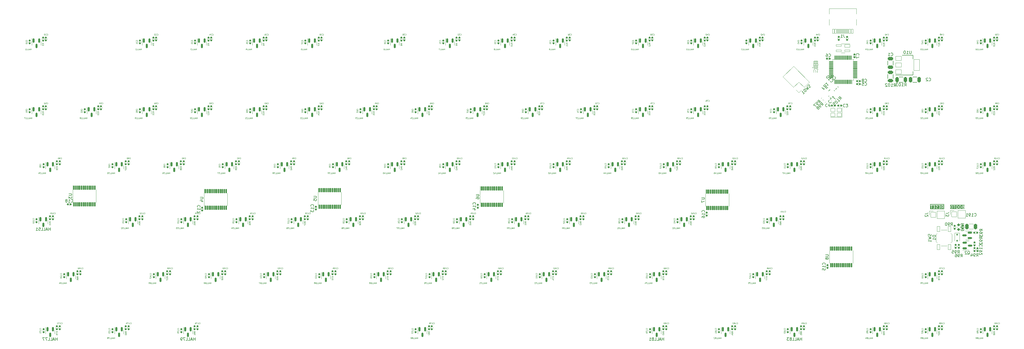
<source format=gbr>
%TF.GenerationSoftware,KiCad,Pcbnew,7.0.6*%
%TF.CreationDate,2024-01-18T22:37:55+01:00*%
%TF.ProjectId,Arius8X-HE,41726975-7338-4582-9d48-452e6b696361,rev?*%
%TF.SameCoordinates,Original*%
%TF.FileFunction,Legend,Bot*%
%TF.FilePolarity,Positive*%
%FSLAX46Y46*%
G04 Gerber Fmt 4.6, Leading zero omitted, Abs format (unit mm)*
G04 Created by KiCad (PCBNEW 7.0.6) date 2024-01-18 22:37:55*
%MOMM*%
%LPD*%
G01*
G04 APERTURE LIST*
G04 Aperture macros list*
%AMRoundRect*
0 Rectangle with rounded corners*
0 $1 Rounding radius*
0 $2 $3 $4 $5 $6 $7 $8 $9 X,Y pos of 4 corners*
0 Add a 4 corners polygon primitive as box body*
4,1,4,$2,$3,$4,$5,$6,$7,$8,$9,$2,$3,0*
0 Add four circle primitives for the rounded corners*
1,1,$1+$1,$2,$3*
1,1,$1+$1,$4,$5*
1,1,$1+$1,$6,$7*
1,1,$1+$1,$8,$9*
0 Add four rect primitives between the rounded corners*
20,1,$1+$1,$2,$3,$4,$5,0*
20,1,$1+$1,$4,$5,$6,$7,0*
20,1,$1+$1,$6,$7,$8,$9,0*
20,1,$1+$1,$8,$9,$2,$3,0*%
%AMHorizOval*
0 Thick line with rounded ends*
0 $1 width*
0 $2 $3 position (X,Y) of the first rounded end (center of the circle)*
0 $4 $5 position (X,Y) of the second rounded end (center of the circle)*
0 Add line between two ends*
20,1,$1,$2,$3,$4,$5,0*
0 Add two circle primitives to create the rounded ends*
1,1,$1,$2,$3*
1,1,$1,$4,$5*%
G04 Aperture macros list end*
%ADD10C,0.153000*%
%ADD11C,0.125000*%
%ADD12C,0.150000*%
%ADD13C,0.100000*%
%ADD14C,0.120000*%
%ADD15C,3.124000*%
%ADD16C,4.063800*%
%ADD17RoundRect,0.038000X0.850000X0.500000X-0.850000X0.500000X-0.850000X-0.500000X0.850000X-0.500000X0*%
%ADD18RoundRect,0.038000X0.850000X0.300000X-0.850000X0.300000X-0.850000X-0.300000X0.850000X-0.300000X0*%
%ADD19C,1.826000*%
%ADD20RoundRect,0.188000X-0.150000X0.587500X-0.150000X-0.587500X0.150000X-0.587500X0.150000X0.587500X0*%
%ADD21RoundRect,0.173000X-0.185000X0.135000X-0.185000X-0.135000X0.185000X-0.135000X0.185000X0.135000X0*%
%ADD22RoundRect,0.178000X-0.170000X0.140000X-0.170000X-0.140000X0.170000X-0.140000X0.170000X0.140000X0*%
%ADD23RoundRect,0.288000X-0.325000X-0.650000X0.325000X-0.650000X0.325000X0.650000X-0.325000X0.650000X0*%
%ADD24RoundRect,0.178000X0.170000X-0.140000X0.170000X0.140000X-0.170000X0.140000X-0.170000X-0.140000X0*%
%ADD25RoundRect,0.038000X-0.850000X0.850000X-0.850000X-0.850000X0.850000X-0.850000X0.850000X0.850000X0*%
%ADD26O,1.776000X1.776000*%
%ADD27RoundRect,0.178000X0.140000X0.170000X-0.140000X0.170000X-0.140000X-0.170000X0.140000X-0.170000X0*%
%ADD28RoundRect,0.178000X0.021213X-0.219203X0.219203X-0.021213X-0.021213X0.219203X-0.219203X0.021213X0*%
%ADD29RoundRect,0.178000X-0.219203X-0.021213X-0.021213X-0.219203X0.219203X0.021213X0.021213X0.219203X0*%
%ADD30RoundRect,0.188000X-0.587500X-0.150000X0.587500X-0.150000X0.587500X0.150000X-0.587500X0.150000X0*%
%ADD31RoundRect,0.173000X0.185000X-0.135000X0.185000X0.135000X-0.185000X0.135000X-0.185000X-0.135000X0*%
%ADD32RoundRect,0.038000X0.337500X-0.100000X0.337500X0.100000X-0.337500X0.100000X-0.337500X-0.100000X0*%
%ADD33RoundRect,0.038000X0.387500X-0.200000X0.387500X0.200000X-0.387500X0.200000X-0.387500X-0.200000X0*%
%ADD34RoundRect,0.038000X-1.000000X-0.750000X1.000000X-0.750000X1.000000X0.750000X-1.000000X0.750000X0*%
%ADD35RoundRect,0.038000X-1.000000X-1.900000X1.000000X-1.900000X1.000000X1.900000X-1.000000X1.900000X0*%
%ADD36RoundRect,0.038000X-0.500000X0.850000X-0.500000X-0.850000X0.500000X-0.850000X0.500000X0.850000X0*%
%ADD37RoundRect,0.138000X-0.100000X0.637500X-0.100000X-0.637500X0.100000X-0.637500X0.100000X0.637500X0*%
%ADD38RoundRect,0.288000X0.325000X0.650000X-0.325000X0.650000X-0.325000X-0.650000X0.325000X-0.650000X0*%
%ADD39RoundRect,0.038000X0.700000X0.600000X-0.700000X0.600000X-0.700000X-0.600000X0.700000X-0.600000X0*%
%ADD40RoundRect,0.178000X-0.140000X-0.170000X0.140000X-0.170000X0.140000X0.170000X-0.140000X0.170000X0*%
%ADD41RoundRect,0.173000X0.035355X-0.226274X0.226274X-0.035355X-0.035355X0.226274X-0.226274X0.035355X0*%
%ADD42RoundRect,0.113000X0.075000X-0.662500X0.075000X0.662500X-0.075000X0.662500X-0.075000X-0.662500X0*%
%ADD43RoundRect,0.113000X0.662500X-0.075000X0.662500X0.075000X-0.662500X0.075000X-0.662500X-0.075000X0*%
%ADD44RoundRect,0.275500X0.008839X0.344715X-0.344715X-0.008839X-0.008839X-0.344715X0.344715X0.008839X0*%
%ADD45RoundRect,0.173000X-0.135000X-0.185000X0.135000X-0.185000X0.135000X0.185000X-0.135000X0.185000X0*%
%ADD46C,0.726000*%
%ADD47RoundRect,0.038000X-0.300000X-0.725000X0.300000X-0.725000X0.300000X0.725000X-0.300000X0.725000X0*%
%ADD48RoundRect,0.038000X-0.150000X-0.725000X0.150000X-0.725000X0.150000X0.725000X-0.150000X0.725000X0*%
%ADD49O,1.076000X1.676000*%
%ADD50O,1.076000X2.176000*%
%ADD51RoundRect,0.188000X0.587500X0.150000X-0.587500X0.150000X-0.587500X-0.150000X0.587500X-0.150000X0*%
%ADD52RoundRect,0.256750X0.114905X-0.424264X0.424264X-0.114905X-0.114905X0.424264X-0.424264X0.114905X0*%
%ADD53RoundRect,0.150500X-0.112500X0.187500X-0.112500X-0.187500X0.112500X-0.187500X0.112500X0.187500X0*%
%ADD54RoundRect,0.238000X0.275000X-0.200000X0.275000X0.200000X-0.275000X0.200000X-0.275000X-0.200000X0*%
%ADD55RoundRect,0.288000X-0.650000X0.325000X-0.650000X-0.325000X0.650000X-0.325000X0.650000X0.325000X0*%
%ADD56RoundRect,0.173000X-0.035355X0.226274X-0.226274X0.035355X0.035355X-0.226274X0.226274X-0.035355X0*%
%ADD57RoundRect,0.288000X-0.625000X0.312500X-0.625000X-0.312500X0.625000X-0.312500X0.625000X0.312500X0*%
%ADD58RoundRect,0.288000X0.312500X0.625000X-0.312500X0.625000X-0.312500X-0.625000X0.312500X-0.625000X0*%
%ADD59RoundRect,0.038000X0.000000X-1.202082X1.202082X0.000000X0.000000X1.202082X-1.202082X0.000000X0*%
%ADD60HorizOval,1.776000X0.000000X0.000000X0.000000X0.000000X0*%
G04 APERTURE END LIST*
D10*
G36*
X365279690Y-133696115D02*
G01*
X364987202Y-133696115D01*
X364917696Y-133661362D01*
X364886871Y-133630537D01*
X364852117Y-133561030D01*
X364852117Y-133452008D01*
X364886871Y-133382502D01*
X364917696Y-133351677D01*
X364987202Y-133316924D01*
X365279690Y-133316924D01*
X365279690Y-133696115D01*
G37*
G36*
X365716976Y-134478067D02*
G01*
X360878185Y-134478067D01*
X360878185Y-133227140D01*
X361023328Y-133227140D01*
X361032415Y-133278674D01*
X361072501Y-133312310D01*
X361098666Y-133316924D01*
X361312452Y-133316924D01*
X361312452Y-134256424D01*
X361330350Y-134305597D01*
X361375668Y-134331762D01*
X361427202Y-134322675D01*
X361460838Y-134282589D01*
X361465452Y-134256424D01*
X361465452Y-134243140D01*
X361894185Y-134243140D01*
X361903272Y-134294674D01*
X361943358Y-134328310D01*
X361969523Y-134332924D01*
X362453333Y-134332924D01*
X362472008Y-134326126D01*
X362491583Y-134322675D01*
X362496020Y-134317386D01*
X362502506Y-134315026D01*
X362512443Y-134297814D01*
X362525219Y-134282589D01*
X362526971Y-134272651D01*
X362528671Y-134269708D01*
X362528080Y-134266360D01*
X362529833Y-134256424D01*
X362529833Y-134062901D01*
X362812261Y-134062901D01*
X362813825Y-134067199D01*
X362812763Y-134071647D01*
X362820337Y-134097113D01*
X362868718Y-134193875D01*
X362869930Y-134195023D01*
X362883048Y-134213757D01*
X362931429Y-134262138D01*
X362932944Y-134262844D01*
X362951312Y-134276468D01*
X363048074Y-134324848D01*
X363052617Y-134325370D01*
X363056120Y-134328310D01*
X363082285Y-134332924D01*
X363324190Y-134332924D01*
X363325761Y-134332352D01*
X363348381Y-134328998D01*
X363493524Y-134280618D01*
X363534514Y-134248089D01*
X363535527Y-134243140D01*
X363781042Y-134243140D01*
X363790129Y-134294674D01*
X363830215Y-134328310D01*
X363856380Y-134332924D01*
X364340190Y-134332924D01*
X364358865Y-134326126D01*
X364378440Y-134322675D01*
X364382877Y-134317386D01*
X364389363Y-134315026D01*
X364399300Y-134297814D01*
X364412076Y-134282589D01*
X364413828Y-134272651D01*
X364415528Y-134269708D01*
X364414937Y-134266360D01*
X364416690Y-134256424D01*
X364416690Y-133579091D01*
X364699118Y-133579091D01*
X364700682Y-133583389D01*
X364699620Y-133587837D01*
X364707194Y-133613303D01*
X364755575Y-133710065D01*
X364756787Y-133711213D01*
X364769905Y-133729947D01*
X364818286Y-133778328D01*
X364819803Y-133779035D01*
X364838168Y-133792658D01*
X364934930Y-133841039D01*
X364939474Y-133841561D01*
X364942977Y-133844501D01*
X364967551Y-133848834D01*
X364712947Y-134212554D01*
X364699411Y-134263102D01*
X364721532Y-134310525D01*
X364768961Y-134332634D01*
X364819505Y-134319083D01*
X364838289Y-134300294D01*
X365154115Y-133849115D01*
X365279690Y-133849115D01*
X365279690Y-134256424D01*
X365297588Y-134305597D01*
X365342906Y-134331762D01*
X365394440Y-134322675D01*
X365428076Y-134282589D01*
X365432690Y-134256424D01*
X365432690Y-133240424D01*
X365425892Y-133221748D01*
X365422441Y-133202174D01*
X365417152Y-133197736D01*
X365414792Y-133191251D01*
X365397580Y-133181313D01*
X365382355Y-133168538D01*
X365372417Y-133166785D01*
X365369474Y-133165086D01*
X365366126Y-133165676D01*
X365356190Y-133163924D01*
X364969142Y-133163924D01*
X364964843Y-133165488D01*
X364960396Y-133164426D01*
X364934930Y-133172000D01*
X364838168Y-133220381D01*
X364837017Y-133221596D01*
X364818286Y-133234711D01*
X364769905Y-133283092D01*
X364769198Y-133284606D01*
X364755575Y-133302974D01*
X364707194Y-133399736D01*
X364706671Y-133404280D01*
X364703732Y-133407783D01*
X364699118Y-133433948D01*
X364699118Y-133579091D01*
X364416690Y-133579091D01*
X364416690Y-133240424D01*
X364409892Y-133221748D01*
X364406441Y-133202174D01*
X364401152Y-133197736D01*
X364398792Y-133191251D01*
X364381580Y-133181313D01*
X364366355Y-133168538D01*
X364356417Y-133166785D01*
X364353474Y-133165086D01*
X364350126Y-133165676D01*
X364340190Y-133163924D01*
X363856380Y-133163924D01*
X363807207Y-133181822D01*
X363781042Y-133227140D01*
X363790129Y-133278674D01*
X363830215Y-133312310D01*
X363856380Y-133316924D01*
X364263690Y-133316924D01*
X364263690Y-133647734D01*
X364001523Y-133647734D01*
X363952350Y-133665632D01*
X363926185Y-133710950D01*
X363935272Y-133762484D01*
X363975358Y-133796120D01*
X364001523Y-133800734D01*
X364263690Y-133800734D01*
X364263690Y-134179924D01*
X363856380Y-134179924D01*
X363807207Y-134197822D01*
X363781042Y-134243140D01*
X363535527Y-134243140D01*
X363545006Y-134196823D01*
X363520089Y-134150807D01*
X363471424Y-134131573D01*
X363445142Y-134135470D01*
X363311777Y-134179924D01*
X363100344Y-134179924D01*
X363030839Y-134145172D01*
X363000014Y-134114347D01*
X362965261Y-134044841D01*
X362965261Y-133984199D01*
X363000014Y-133914693D01*
X363030839Y-133883867D01*
X363108986Y-133844794D01*
X363294363Y-133798450D01*
X363297365Y-133796421D01*
X363310021Y-133792658D01*
X363406783Y-133744277D01*
X363407931Y-133743064D01*
X363426665Y-133729947D01*
X363475046Y-133681566D01*
X363475753Y-133680048D01*
X363489376Y-133661684D01*
X363537757Y-133564922D01*
X363538279Y-133560377D01*
X363541219Y-133556875D01*
X363545833Y-133530710D01*
X363545833Y-133433948D01*
X363544268Y-133429649D01*
X363545331Y-133425202D01*
X363537757Y-133399736D01*
X363489376Y-133302974D01*
X363488160Y-133301823D01*
X363475046Y-133283092D01*
X363426665Y-133234711D01*
X363425150Y-133234004D01*
X363406783Y-133220381D01*
X363310021Y-133172000D01*
X363305476Y-133171477D01*
X363301974Y-133168538D01*
X363275809Y-133163924D01*
X363033904Y-133163924D01*
X363032332Y-133164495D01*
X363009712Y-133167850D01*
X362864570Y-133216231D01*
X362823580Y-133248760D01*
X362813088Y-133300027D01*
X362838005Y-133346043D01*
X362886671Y-133365276D01*
X362912952Y-133361379D01*
X363046317Y-133316924D01*
X363257749Y-133316924D01*
X363327255Y-133351677D01*
X363358079Y-133382501D01*
X363392833Y-133452008D01*
X363392833Y-133512649D01*
X363358080Y-133582155D01*
X363327254Y-133612981D01*
X363249107Y-133652055D01*
X363063731Y-133698399D01*
X363060728Y-133700427D01*
X363048073Y-133704191D01*
X362951311Y-133752572D01*
X362950160Y-133753787D01*
X362931429Y-133766902D01*
X362883048Y-133815283D01*
X362882341Y-133816797D01*
X362868718Y-133835165D01*
X362820337Y-133931927D01*
X362819814Y-133936471D01*
X362816875Y-133939974D01*
X362812261Y-133966139D01*
X362812261Y-134062901D01*
X362529833Y-134062901D01*
X362529833Y-133240424D01*
X362523035Y-133221748D01*
X362519584Y-133202174D01*
X362514295Y-133197736D01*
X362511935Y-133191251D01*
X362494723Y-133181313D01*
X362479498Y-133168538D01*
X362469560Y-133166785D01*
X362466617Y-133165086D01*
X362463269Y-133165676D01*
X362453333Y-133163924D01*
X361969523Y-133163924D01*
X361920350Y-133181822D01*
X361894185Y-133227140D01*
X361903272Y-133278674D01*
X361943358Y-133312310D01*
X361969523Y-133316924D01*
X362376833Y-133316924D01*
X362376833Y-133647734D01*
X362114666Y-133647734D01*
X362065493Y-133665632D01*
X362039328Y-133710950D01*
X362048415Y-133762484D01*
X362088501Y-133796120D01*
X362114666Y-133800734D01*
X362376833Y-133800734D01*
X362376833Y-134179924D01*
X361969523Y-134179924D01*
X361920350Y-134197822D01*
X361894185Y-134243140D01*
X361465452Y-134243140D01*
X361465452Y-133316924D01*
X361679238Y-133316924D01*
X361728411Y-133299026D01*
X361754576Y-133253708D01*
X361745489Y-133202174D01*
X361705403Y-133168538D01*
X361679238Y-133163924D01*
X361098666Y-133163924D01*
X361049493Y-133181822D01*
X361023328Y-133227140D01*
X360878185Y-133227140D01*
X360878185Y-132945080D01*
X361028167Y-132945080D01*
X361037254Y-132996614D01*
X361077340Y-133030250D01*
X361103505Y-133034864D01*
X365496495Y-133034864D01*
X365545668Y-133016966D01*
X365571833Y-132971648D01*
X365562746Y-132920114D01*
X365522660Y-132886478D01*
X365496495Y-132881864D01*
X361103505Y-132881864D01*
X361054332Y-132899762D01*
X361028167Y-132945080D01*
X360878185Y-132945080D01*
X360878185Y-132736721D01*
X365716976Y-132736721D01*
X365716976Y-134478067D01*
G37*
G36*
X368490398Y-133301676D02*
G01*
X368521223Y-133332502D01*
X368560297Y-133410649D01*
X368604357Y-133586889D01*
X368604357Y-133809959D01*
X368560297Y-133986198D01*
X368521223Y-134064347D01*
X368490397Y-134095172D01*
X368420893Y-134129924D01*
X368360249Y-134129924D01*
X368290744Y-134095172D01*
X368259919Y-134064347D01*
X368220845Y-133986198D01*
X368176785Y-133809959D01*
X368176785Y-133586889D01*
X368220845Y-133410649D01*
X368259918Y-133332502D01*
X368290744Y-133301676D01*
X368360250Y-133266924D01*
X368420892Y-133266924D01*
X368490398Y-133301676D01*
G37*
G36*
X370328874Y-133301677D02*
G01*
X370401875Y-133374678D01*
X370442833Y-133538508D01*
X370442833Y-133858340D01*
X370401875Y-134022170D01*
X370328873Y-134095172D01*
X370259369Y-134129924D01*
X370101963Y-134129924D01*
X370032458Y-134095172D01*
X369959456Y-134022170D01*
X369918499Y-133858340D01*
X369918499Y-133538509D01*
X369959456Y-133374678D01*
X370032458Y-133301676D01*
X370101964Y-133266924D01*
X370259368Y-133266924D01*
X370328874Y-133301677D01*
G37*
G36*
X371393255Y-133301676D02*
G01*
X371466256Y-133374678D01*
X371507214Y-133538509D01*
X371507214Y-133858340D01*
X371466256Y-134022170D01*
X371393254Y-134095172D01*
X371323750Y-134129924D01*
X371166344Y-134129924D01*
X371096839Y-134095172D01*
X371023837Y-134022170D01*
X370982880Y-133858340D01*
X370982880Y-133538508D01*
X371023837Y-133374678D01*
X371096839Y-133301676D01*
X371166345Y-133266924D01*
X371323749Y-133266924D01*
X371393255Y-133301676D01*
G37*
G36*
X372474833Y-134129924D02*
G01*
X372182344Y-134129924D01*
X372112839Y-134095172D01*
X372082014Y-134064347D01*
X372047261Y-133994841D01*
X372047261Y-133885817D01*
X372082013Y-133816312D01*
X372108848Y-133789477D01*
X372225079Y-133750734D01*
X372474833Y-133750734D01*
X372474833Y-134129924D01*
G37*
G36*
X372474833Y-133597734D02*
G01*
X372230726Y-133597734D01*
X372161220Y-133562981D01*
X372130395Y-133532156D01*
X372095642Y-133462649D01*
X372095642Y-133402007D01*
X372130395Y-133332502D01*
X372161220Y-133301676D01*
X372230726Y-133266924D01*
X372474833Y-133266924D01*
X372474833Y-133597734D01*
G37*
G36*
X372772976Y-134428067D02*
G01*
X367878642Y-134428067D01*
X367878642Y-133819377D01*
X368023785Y-133819377D01*
X368024994Y-133822699D01*
X368026069Y-133837931D01*
X368074450Y-134031455D01*
X368076478Y-134034457D01*
X368080242Y-134047113D01*
X368128623Y-134143875D01*
X368129835Y-134145023D01*
X368142953Y-134163757D01*
X368191334Y-134212138D01*
X368192849Y-134212844D01*
X368211217Y-134226468D01*
X368307979Y-134274848D01*
X368312522Y-134275370D01*
X368316025Y-134278310D01*
X368342190Y-134282924D01*
X368438952Y-134282924D01*
X368443249Y-134281359D01*
X368447697Y-134282422D01*
X368473163Y-134274848D01*
X368569925Y-134226468D01*
X368571071Y-134225257D01*
X368589808Y-134212138D01*
X368638189Y-134163757D01*
X368638896Y-134162239D01*
X368652519Y-134143875D01*
X368700900Y-134047113D01*
X368701314Y-134043512D01*
X368706692Y-134031455D01*
X368755073Y-133837931D01*
X368754705Y-133834413D01*
X368757357Y-133819377D01*
X368757357Y-133577472D01*
X368756147Y-133574149D01*
X368755073Y-133558918D01*
X368706692Y-133365394D01*
X368704663Y-133362391D01*
X368700900Y-133349736D01*
X368652519Y-133252974D01*
X368651303Y-133251823D01*
X368638189Y-133233092D01*
X368589808Y-133184711D01*
X368588293Y-133184004D01*
X368579039Y-133177140D01*
X368895804Y-133177140D01*
X368904891Y-133228674D01*
X368944977Y-133262310D01*
X368971142Y-133266924D01*
X369184928Y-133266924D01*
X369184928Y-134206424D01*
X369202826Y-134255597D01*
X369248144Y-134281762D01*
X369299678Y-134272675D01*
X369333314Y-134232589D01*
X369337928Y-134206424D01*
X369337928Y-133867758D01*
X369765499Y-133867758D01*
X369766708Y-133871080D01*
X369767783Y-133886312D01*
X369816164Y-134079836D01*
X369820389Y-134086091D01*
X369821047Y-134093612D01*
X369836286Y-134115376D01*
X369933048Y-134212138D01*
X369934563Y-134212844D01*
X369952931Y-134226468D01*
X370049693Y-134274848D01*
X370054236Y-134275370D01*
X370057739Y-134278310D01*
X370083904Y-134282924D01*
X370277428Y-134282924D01*
X370281725Y-134281359D01*
X370286173Y-134282422D01*
X370311639Y-134274848D01*
X370408401Y-134226468D01*
X370409547Y-134225257D01*
X370428284Y-134212138D01*
X370525046Y-134115376D01*
X370528236Y-134108534D01*
X370534346Y-134104101D01*
X370545168Y-134079836D01*
X370593549Y-133886312D01*
X370593181Y-133882794D01*
X370595833Y-133867758D01*
X370829880Y-133867758D01*
X370831089Y-133871080D01*
X370832164Y-133886312D01*
X370880545Y-134079836D01*
X370884770Y-134086091D01*
X370885428Y-134093612D01*
X370900667Y-134115376D01*
X370997429Y-134212138D01*
X370998944Y-134212844D01*
X371017312Y-134226468D01*
X371114074Y-134274848D01*
X371118617Y-134275370D01*
X371122120Y-134278310D01*
X371148285Y-134282924D01*
X371341809Y-134282924D01*
X371346106Y-134281359D01*
X371350554Y-134282422D01*
X371376020Y-134274848D01*
X371472782Y-134226468D01*
X371473928Y-134225257D01*
X371492665Y-134212138D01*
X371589427Y-134115376D01*
X371592617Y-134108534D01*
X371598727Y-134104101D01*
X371609549Y-134079836D01*
X371626283Y-134012901D01*
X371894261Y-134012901D01*
X371895825Y-134017199D01*
X371894763Y-134021647D01*
X371902337Y-134047113D01*
X371950718Y-134143875D01*
X371951930Y-134145023D01*
X371965048Y-134163757D01*
X372013429Y-134212138D01*
X372014944Y-134212844D01*
X372033312Y-134226468D01*
X372130074Y-134274848D01*
X372134617Y-134275370D01*
X372138120Y-134278310D01*
X372164285Y-134282924D01*
X372551333Y-134282924D01*
X372570008Y-134276126D01*
X372589583Y-134272675D01*
X372594020Y-134267386D01*
X372600506Y-134265026D01*
X372610443Y-134247814D01*
X372623219Y-134232589D01*
X372624971Y-134222651D01*
X372626671Y-134219708D01*
X372626080Y-134216360D01*
X372627833Y-134206424D01*
X372627833Y-133190424D01*
X372621035Y-133171748D01*
X372617584Y-133152174D01*
X372612295Y-133147736D01*
X372609935Y-133141251D01*
X372592723Y-133131313D01*
X372577498Y-133118538D01*
X372567560Y-133116785D01*
X372564617Y-133115086D01*
X372561269Y-133115676D01*
X372551333Y-133113924D01*
X372212666Y-133113924D01*
X372208367Y-133115488D01*
X372203920Y-133114426D01*
X372178454Y-133122000D01*
X372081692Y-133170381D01*
X372080541Y-133171596D01*
X372061810Y-133184711D01*
X372013429Y-133233092D01*
X372012722Y-133234606D01*
X371999099Y-133252974D01*
X371950718Y-133349736D01*
X371950195Y-133354280D01*
X371947256Y-133357783D01*
X371942642Y-133383948D01*
X371942642Y-133480710D01*
X371944206Y-133485008D01*
X371943144Y-133489456D01*
X371950718Y-133514922D01*
X371999099Y-133611684D01*
X372000311Y-133612832D01*
X372013429Y-133631566D01*
X372035165Y-133653302D01*
X372013429Y-133668521D01*
X371965048Y-133716902D01*
X371964341Y-133718416D01*
X371950718Y-133736784D01*
X371902337Y-133833546D01*
X371901814Y-133838090D01*
X371898875Y-133841593D01*
X371894261Y-133867758D01*
X371894261Y-134012901D01*
X371626283Y-134012901D01*
X371657930Y-133886312D01*
X371657562Y-133882794D01*
X371660214Y-133867758D01*
X371660214Y-133529091D01*
X371659004Y-133525768D01*
X371657930Y-133510537D01*
X371609549Y-133317013D01*
X371605322Y-133310756D01*
X371604665Y-133303237D01*
X371589427Y-133281473D01*
X371492665Y-133184711D01*
X371491150Y-133184004D01*
X371472783Y-133170381D01*
X371376021Y-133122000D01*
X371371476Y-133121477D01*
X371367974Y-133118538D01*
X371341809Y-133113924D01*
X371148285Y-133113924D01*
X371143986Y-133115488D01*
X371139539Y-133114426D01*
X371114073Y-133122000D01*
X371017311Y-133170381D01*
X371016160Y-133171596D01*
X370997429Y-133184711D01*
X370900667Y-133281473D01*
X370897476Y-133288314D01*
X370891367Y-133292748D01*
X370880545Y-133317013D01*
X370832164Y-133510537D01*
X370832531Y-133514054D01*
X370829880Y-133529091D01*
X370829880Y-133867758D01*
X370595833Y-133867758D01*
X370595833Y-133529091D01*
X370594623Y-133525768D01*
X370593549Y-133510537D01*
X370545168Y-133317013D01*
X370540941Y-133310756D01*
X370540284Y-133303237D01*
X370525046Y-133281473D01*
X370428284Y-133184711D01*
X370426769Y-133184004D01*
X370408402Y-133170381D01*
X370311640Y-133122000D01*
X370307095Y-133121477D01*
X370303593Y-133118538D01*
X370277428Y-133113924D01*
X370083904Y-133113924D01*
X370079605Y-133115488D01*
X370075158Y-133114426D01*
X370049692Y-133122000D01*
X369952930Y-133170381D01*
X369951779Y-133171596D01*
X369933048Y-133184711D01*
X369836286Y-133281473D01*
X369833095Y-133288314D01*
X369826986Y-133292748D01*
X369816164Y-133317013D01*
X369767783Y-133510537D01*
X369768150Y-133514054D01*
X369765499Y-133529091D01*
X369765499Y-133867758D01*
X369337928Y-133867758D01*
X369337928Y-133266924D01*
X369551714Y-133266924D01*
X369600887Y-133249026D01*
X369627052Y-133203708D01*
X369617965Y-133152174D01*
X369577879Y-133118538D01*
X369551714Y-133113924D01*
X368971142Y-133113924D01*
X368921969Y-133131822D01*
X368895804Y-133177140D01*
X368579039Y-133177140D01*
X368569926Y-133170381D01*
X368473164Y-133122000D01*
X368468619Y-133121477D01*
X368465117Y-133118538D01*
X368438952Y-133113924D01*
X368342190Y-133113924D01*
X368337891Y-133115488D01*
X368333444Y-133114426D01*
X368307978Y-133122000D01*
X368211216Y-133170381D01*
X368210065Y-133171596D01*
X368191334Y-133184711D01*
X368142953Y-133233092D01*
X368142246Y-133234606D01*
X368128623Y-133252974D01*
X368080242Y-133349736D01*
X368079827Y-133353336D01*
X368074450Y-133365394D01*
X368026069Y-133558918D01*
X368026436Y-133562435D01*
X368023785Y-133577472D01*
X368023785Y-133819377D01*
X367878642Y-133819377D01*
X367878642Y-132968781D01*
X372772976Y-132968781D01*
X372772976Y-134428067D01*
G37*
D11*
X55280594Y-122187309D02*
X55280594Y-121687309D01*
X55280594Y-121925404D02*
X54994880Y-121925404D01*
X54994880Y-122187309D02*
X54994880Y-121687309D01*
X54780593Y-122044452D02*
X54542498Y-122044452D01*
X54828212Y-122187309D02*
X54661546Y-121687309D01*
X54661546Y-121687309D02*
X54494879Y-122187309D01*
X54090118Y-122187309D02*
X54328213Y-122187309D01*
X54328213Y-122187309D02*
X54328213Y-121687309D01*
X53685356Y-122187309D02*
X53923451Y-122187309D01*
X53923451Y-122187309D02*
X53923451Y-121687309D01*
X53566308Y-121687309D02*
X53256784Y-121687309D01*
X53256784Y-121687309D02*
X53423451Y-121877785D01*
X53423451Y-121877785D02*
X53352022Y-121877785D01*
X53352022Y-121877785D02*
X53304403Y-121901595D01*
X53304403Y-121901595D02*
X53280594Y-121925404D01*
X53280594Y-121925404D02*
X53256784Y-121973023D01*
X53256784Y-121973023D02*
X53256784Y-122092071D01*
X53256784Y-122092071D02*
X53280594Y-122139690D01*
X53280594Y-122139690D02*
X53304403Y-122163500D01*
X53304403Y-122163500D02*
X53352022Y-122187309D01*
X53352022Y-122187309D02*
X53494879Y-122187309D01*
X53494879Y-122187309D02*
X53542498Y-122163500D01*
X53542498Y-122163500D02*
X53566308Y-122139690D01*
X52828213Y-121853976D02*
X52828213Y-122187309D01*
X52947261Y-121663500D02*
X53066308Y-122020642D01*
X53066308Y-122020642D02*
X52756785Y-122020642D01*
X364167309Y-177091071D02*
X363929214Y-176924405D01*
X364167309Y-176805357D02*
X363667309Y-176805357D01*
X363667309Y-176805357D02*
X363667309Y-176995833D01*
X363667309Y-176995833D02*
X363691119Y-177043452D01*
X363691119Y-177043452D02*
X363714928Y-177067262D01*
X363714928Y-177067262D02*
X363762547Y-177091071D01*
X363762547Y-177091071D02*
X363833976Y-177091071D01*
X363833976Y-177091071D02*
X363881595Y-177067262D01*
X363881595Y-177067262D02*
X363905404Y-177043452D01*
X363905404Y-177043452D02*
X363929214Y-176995833D01*
X363929214Y-176995833D02*
X363929214Y-176805357D01*
X363881595Y-177376786D02*
X363857785Y-177329167D01*
X363857785Y-177329167D02*
X363833976Y-177305357D01*
X363833976Y-177305357D02*
X363786357Y-177281548D01*
X363786357Y-177281548D02*
X363762547Y-177281548D01*
X363762547Y-177281548D02*
X363714928Y-177305357D01*
X363714928Y-177305357D02*
X363691119Y-177329167D01*
X363691119Y-177329167D02*
X363667309Y-177376786D01*
X363667309Y-177376786D02*
X363667309Y-177472024D01*
X363667309Y-177472024D02*
X363691119Y-177519643D01*
X363691119Y-177519643D02*
X363714928Y-177543452D01*
X363714928Y-177543452D02*
X363762547Y-177567262D01*
X363762547Y-177567262D02*
X363786357Y-177567262D01*
X363786357Y-177567262D02*
X363833976Y-177543452D01*
X363833976Y-177543452D02*
X363857785Y-177519643D01*
X363857785Y-177519643D02*
X363881595Y-177472024D01*
X363881595Y-177472024D02*
X363881595Y-177376786D01*
X363881595Y-177376786D02*
X363905404Y-177329167D01*
X363905404Y-177329167D02*
X363929214Y-177305357D01*
X363929214Y-177305357D02*
X363976833Y-177281548D01*
X363976833Y-177281548D02*
X364072071Y-177281548D01*
X364072071Y-177281548D02*
X364119690Y-177305357D01*
X364119690Y-177305357D02*
X364143500Y-177329167D01*
X364143500Y-177329167D02*
X364167309Y-177376786D01*
X364167309Y-177376786D02*
X364167309Y-177472024D01*
X364167309Y-177472024D02*
X364143500Y-177519643D01*
X364143500Y-177519643D02*
X364119690Y-177543452D01*
X364119690Y-177543452D02*
X364072071Y-177567262D01*
X364072071Y-177567262D02*
X363976833Y-177567262D01*
X363976833Y-177567262D02*
X363929214Y-177543452D01*
X363929214Y-177543452D02*
X363905404Y-177519643D01*
X363905404Y-177519643D02*
X363881595Y-177472024D01*
X363667309Y-177733928D02*
X363667309Y-178067261D01*
X363667309Y-178067261D02*
X364167309Y-177852976D01*
X236914523Y-117039690D02*
X236938332Y-117063500D01*
X236938332Y-117063500D02*
X237009761Y-117087309D01*
X237009761Y-117087309D02*
X237057380Y-117087309D01*
X237057380Y-117087309D02*
X237128808Y-117063500D01*
X237128808Y-117063500D02*
X237176427Y-117015880D01*
X237176427Y-117015880D02*
X237200237Y-116968261D01*
X237200237Y-116968261D02*
X237224046Y-116873023D01*
X237224046Y-116873023D02*
X237224046Y-116801595D01*
X237224046Y-116801595D02*
X237200237Y-116706357D01*
X237200237Y-116706357D02*
X237176427Y-116658738D01*
X237176427Y-116658738D02*
X237128808Y-116611119D01*
X237128808Y-116611119D02*
X237057380Y-116587309D01*
X237057380Y-116587309D02*
X237009761Y-116587309D01*
X237009761Y-116587309D02*
X236938332Y-116611119D01*
X236938332Y-116611119D02*
X236914523Y-116634928D01*
X236438332Y-117087309D02*
X236724046Y-117087309D01*
X236581189Y-117087309D02*
X236581189Y-116587309D01*
X236581189Y-116587309D02*
X236628808Y-116658738D01*
X236628808Y-116658738D02*
X236676427Y-116706357D01*
X236676427Y-116706357D02*
X236724046Y-116730166D01*
X236128809Y-116587309D02*
X236081190Y-116587309D01*
X236081190Y-116587309D02*
X236033571Y-116611119D01*
X236033571Y-116611119D02*
X236009761Y-116634928D01*
X236009761Y-116634928D02*
X235985952Y-116682547D01*
X235985952Y-116682547D02*
X235962142Y-116777785D01*
X235962142Y-116777785D02*
X235962142Y-116896833D01*
X235962142Y-116896833D02*
X235985952Y-116992071D01*
X235985952Y-116992071D02*
X236009761Y-117039690D01*
X236009761Y-117039690D02*
X236033571Y-117063500D01*
X236033571Y-117063500D02*
X236081190Y-117087309D01*
X236081190Y-117087309D02*
X236128809Y-117087309D01*
X236128809Y-117087309D02*
X236176428Y-117063500D01*
X236176428Y-117063500D02*
X236200237Y-117039690D01*
X236200237Y-117039690D02*
X236224047Y-116992071D01*
X236224047Y-116992071D02*
X236247856Y-116896833D01*
X236247856Y-116896833D02*
X236247856Y-116777785D01*
X236247856Y-116777785D02*
X236224047Y-116682547D01*
X236224047Y-116682547D02*
X236200237Y-116634928D01*
X236200237Y-116634928D02*
X236176428Y-116611119D01*
X236176428Y-116611119D02*
X236128809Y-116587309D01*
X235533571Y-116753976D02*
X235533571Y-117087309D01*
X235652619Y-116563500D02*
X235771666Y-116920642D01*
X235771666Y-116920642D02*
X235462143Y-116920642D01*
X317218094Y-79324809D02*
X317218094Y-78824809D01*
X317218094Y-79062904D02*
X316932380Y-79062904D01*
X316932380Y-79324809D02*
X316932380Y-78824809D01*
X316718093Y-79181952D02*
X316479998Y-79181952D01*
X316765712Y-79324809D02*
X316599046Y-78824809D01*
X316599046Y-78824809D02*
X316432379Y-79324809D01*
X316027618Y-79324809D02*
X316265713Y-79324809D01*
X316265713Y-79324809D02*
X316265713Y-78824809D01*
X315622856Y-79324809D02*
X315860951Y-79324809D01*
X315860951Y-79324809D02*
X315860951Y-78824809D01*
X315194284Y-79324809D02*
X315479998Y-79324809D01*
X315337141Y-79324809D02*
X315337141Y-78824809D01*
X315337141Y-78824809D02*
X315384760Y-78896238D01*
X315384760Y-78896238D02*
X315432379Y-78943857D01*
X315432379Y-78943857D02*
X315479998Y-78967666D01*
X315027618Y-78824809D02*
X314718094Y-78824809D01*
X314718094Y-78824809D02*
X314884761Y-79015285D01*
X314884761Y-79015285D02*
X314813332Y-79015285D01*
X314813332Y-79015285D02*
X314765713Y-79039095D01*
X314765713Y-79039095D02*
X314741904Y-79062904D01*
X314741904Y-79062904D02*
X314718094Y-79110523D01*
X314718094Y-79110523D02*
X314718094Y-79229571D01*
X314718094Y-79229571D02*
X314741904Y-79277190D01*
X314741904Y-79277190D02*
X314765713Y-79301000D01*
X314765713Y-79301000D02*
X314813332Y-79324809D01*
X314813332Y-79324809D02*
X314956189Y-79324809D01*
X314956189Y-79324809D02*
X315003808Y-79301000D01*
X315003808Y-79301000D02*
X315027618Y-79277190D01*
X50518094Y-103137309D02*
X50518094Y-102637309D01*
X50518094Y-102875404D02*
X50232380Y-102875404D01*
X50232380Y-103137309D02*
X50232380Y-102637309D01*
X50018093Y-102994452D02*
X49779998Y-102994452D01*
X50065712Y-103137309D02*
X49899046Y-102637309D01*
X49899046Y-102637309D02*
X49732379Y-103137309D01*
X49327618Y-103137309D02*
X49565713Y-103137309D01*
X49565713Y-103137309D02*
X49565713Y-102637309D01*
X48922856Y-103137309D02*
X49160951Y-103137309D01*
X49160951Y-103137309D02*
X49160951Y-102637309D01*
X48494284Y-103137309D02*
X48779998Y-103137309D01*
X48637141Y-103137309D02*
X48637141Y-102637309D01*
X48637141Y-102637309D02*
X48684760Y-102708738D01*
X48684760Y-102708738D02*
X48732379Y-102756357D01*
X48732379Y-102756357D02*
X48779998Y-102780166D01*
X48327618Y-102637309D02*
X47994285Y-102637309D01*
X47994285Y-102637309D02*
X48208570Y-103137309D01*
D12*
X376189047Y-136819580D02*
X376236666Y-136867200D01*
X376236666Y-136867200D02*
X376379523Y-136914819D01*
X376379523Y-136914819D02*
X376474761Y-136914819D01*
X376474761Y-136914819D02*
X376617618Y-136867200D01*
X376617618Y-136867200D02*
X376712856Y-136771961D01*
X376712856Y-136771961D02*
X376760475Y-136676723D01*
X376760475Y-136676723D02*
X376808094Y-136486247D01*
X376808094Y-136486247D02*
X376808094Y-136343390D01*
X376808094Y-136343390D02*
X376760475Y-136152914D01*
X376760475Y-136152914D02*
X376712856Y-136057676D01*
X376712856Y-136057676D02*
X376617618Y-135962438D01*
X376617618Y-135962438D02*
X376474761Y-135914819D01*
X376474761Y-135914819D02*
X376379523Y-135914819D01*
X376379523Y-135914819D02*
X376236666Y-135962438D01*
X376236666Y-135962438D02*
X376189047Y-136010057D01*
X375236666Y-136914819D02*
X375808094Y-136914819D01*
X375522380Y-136914819D02*
X375522380Y-135914819D01*
X375522380Y-135914819D02*
X375617618Y-136057676D01*
X375617618Y-136057676D02*
X375712856Y-136152914D01*
X375712856Y-136152914D02*
X375808094Y-136200533D01*
X374760475Y-136914819D02*
X374569999Y-136914819D01*
X374569999Y-136914819D02*
X374474761Y-136867200D01*
X374474761Y-136867200D02*
X374427142Y-136819580D01*
X374427142Y-136819580D02*
X374331904Y-136676723D01*
X374331904Y-136676723D02*
X374284285Y-136486247D01*
X374284285Y-136486247D02*
X374284285Y-136105295D01*
X374284285Y-136105295D02*
X374331904Y-136010057D01*
X374331904Y-136010057D02*
X374379523Y-135962438D01*
X374379523Y-135962438D02*
X374474761Y-135914819D01*
X374474761Y-135914819D02*
X374665237Y-135914819D01*
X374665237Y-135914819D02*
X374760475Y-135962438D01*
X374760475Y-135962438D02*
X374808094Y-136010057D01*
X374808094Y-136010057D02*
X374855713Y-136105295D01*
X374855713Y-136105295D02*
X374855713Y-136343390D01*
X374855713Y-136343390D02*
X374808094Y-136438628D01*
X374808094Y-136438628D02*
X374760475Y-136486247D01*
X374760475Y-136486247D02*
X374665237Y-136533866D01*
X374665237Y-136533866D02*
X374474761Y-136533866D01*
X374474761Y-136533866D02*
X374379523Y-136486247D01*
X374379523Y-136486247D02*
X374331904Y-136438628D01*
X374331904Y-136438628D02*
X374284285Y-136343390D01*
X373331904Y-136914819D02*
X373903332Y-136914819D01*
X373617618Y-136914819D02*
X373617618Y-135914819D01*
X373617618Y-135914819D02*
X373712856Y-136057676D01*
X373712856Y-136057676D02*
X373808094Y-136152914D01*
X373808094Y-136152914D02*
X373903332Y-136200533D01*
D11*
X321304809Y-77078571D02*
X321066714Y-76911905D01*
X321304809Y-76792857D02*
X320804809Y-76792857D01*
X320804809Y-76792857D02*
X320804809Y-76983333D01*
X320804809Y-76983333D02*
X320828619Y-77030952D01*
X320828619Y-77030952D02*
X320852428Y-77054762D01*
X320852428Y-77054762D02*
X320900047Y-77078571D01*
X320900047Y-77078571D02*
X320971476Y-77078571D01*
X320971476Y-77078571D02*
X321019095Y-77054762D01*
X321019095Y-77054762D02*
X321042904Y-77030952D01*
X321042904Y-77030952D02*
X321066714Y-76983333D01*
X321066714Y-76983333D02*
X321066714Y-76792857D01*
X321304809Y-77554762D02*
X321304809Y-77269048D01*
X321304809Y-77411905D02*
X320804809Y-77411905D01*
X320804809Y-77411905D02*
X320876238Y-77364286D01*
X320876238Y-77364286D02*
X320923857Y-77316667D01*
X320923857Y-77316667D02*
X320947666Y-77269048D01*
X320804809Y-78007142D02*
X320804809Y-77769047D01*
X320804809Y-77769047D02*
X321042904Y-77745238D01*
X321042904Y-77745238D02*
X321019095Y-77769047D01*
X321019095Y-77769047D02*
X320995285Y-77816666D01*
X320995285Y-77816666D02*
X320995285Y-77935714D01*
X320995285Y-77935714D02*
X321019095Y-77983333D01*
X321019095Y-77983333D02*
X321042904Y-78007142D01*
X321042904Y-78007142D02*
X321090523Y-78030952D01*
X321090523Y-78030952D02*
X321209571Y-78030952D01*
X321209571Y-78030952D02*
X321257190Y-78007142D01*
X321257190Y-78007142D02*
X321281000Y-77983333D01*
X321281000Y-77983333D02*
X321304809Y-77935714D01*
X321304809Y-77935714D02*
X321304809Y-77816666D01*
X321304809Y-77816666D02*
X321281000Y-77769047D01*
X321281000Y-77769047D02*
X321257190Y-77745238D01*
X294064523Y-174189690D02*
X294088332Y-174213500D01*
X294088332Y-174213500D02*
X294159761Y-174237309D01*
X294159761Y-174237309D02*
X294207380Y-174237309D01*
X294207380Y-174237309D02*
X294278808Y-174213500D01*
X294278808Y-174213500D02*
X294326427Y-174165880D01*
X294326427Y-174165880D02*
X294350237Y-174118261D01*
X294350237Y-174118261D02*
X294374046Y-174023023D01*
X294374046Y-174023023D02*
X294374046Y-173951595D01*
X294374046Y-173951595D02*
X294350237Y-173856357D01*
X294350237Y-173856357D02*
X294326427Y-173808738D01*
X294326427Y-173808738D02*
X294278808Y-173761119D01*
X294278808Y-173761119D02*
X294207380Y-173737309D01*
X294207380Y-173737309D02*
X294159761Y-173737309D01*
X294159761Y-173737309D02*
X294088332Y-173761119D01*
X294088332Y-173761119D02*
X294064523Y-173784928D01*
X293588332Y-174237309D02*
X293874046Y-174237309D01*
X293731189Y-174237309D02*
X293731189Y-173737309D01*
X293731189Y-173737309D02*
X293778808Y-173808738D01*
X293778808Y-173808738D02*
X293826427Y-173856357D01*
X293826427Y-173856357D02*
X293874046Y-173880166D01*
X293302618Y-173951595D02*
X293350237Y-173927785D01*
X293350237Y-173927785D02*
X293374047Y-173903976D01*
X293374047Y-173903976D02*
X293397856Y-173856357D01*
X293397856Y-173856357D02*
X293397856Y-173832547D01*
X293397856Y-173832547D02*
X293374047Y-173784928D01*
X293374047Y-173784928D02*
X293350237Y-173761119D01*
X293350237Y-173761119D02*
X293302618Y-173737309D01*
X293302618Y-173737309D02*
X293207380Y-173737309D01*
X293207380Y-173737309D02*
X293159761Y-173761119D01*
X293159761Y-173761119D02*
X293135952Y-173784928D01*
X293135952Y-173784928D02*
X293112142Y-173832547D01*
X293112142Y-173832547D02*
X293112142Y-173856357D01*
X293112142Y-173856357D02*
X293135952Y-173903976D01*
X293135952Y-173903976D02*
X293159761Y-173927785D01*
X293159761Y-173927785D02*
X293207380Y-173951595D01*
X293207380Y-173951595D02*
X293302618Y-173951595D01*
X293302618Y-173951595D02*
X293350237Y-173975404D01*
X293350237Y-173975404D02*
X293374047Y-173999214D01*
X293374047Y-173999214D02*
X293397856Y-174046833D01*
X293397856Y-174046833D02*
X293397856Y-174142071D01*
X293397856Y-174142071D02*
X293374047Y-174189690D01*
X293374047Y-174189690D02*
X293350237Y-174213500D01*
X293350237Y-174213500D02*
X293302618Y-174237309D01*
X293302618Y-174237309D02*
X293207380Y-174237309D01*
X293207380Y-174237309D02*
X293159761Y-174213500D01*
X293159761Y-174213500D02*
X293135952Y-174189690D01*
X293135952Y-174189690D02*
X293112142Y-174142071D01*
X293112142Y-174142071D02*
X293112142Y-174046833D01*
X293112142Y-174046833D02*
X293135952Y-173999214D01*
X293135952Y-173999214D02*
X293159761Y-173975404D01*
X293159761Y-173975404D02*
X293207380Y-173951595D01*
X292921666Y-173784928D02*
X292897857Y-173761119D01*
X292897857Y-173761119D02*
X292850238Y-173737309D01*
X292850238Y-173737309D02*
X292731190Y-173737309D01*
X292731190Y-173737309D02*
X292683571Y-173761119D01*
X292683571Y-173761119D02*
X292659762Y-173784928D01*
X292659762Y-173784928D02*
X292635952Y-173832547D01*
X292635952Y-173832547D02*
X292635952Y-173880166D01*
X292635952Y-173880166D02*
X292659762Y-173951595D01*
X292659762Y-173951595D02*
X292945476Y-174237309D01*
X292945476Y-174237309D02*
X292635952Y-174237309D01*
X207004809Y-100891071D02*
X206766714Y-100724405D01*
X207004809Y-100605357D02*
X206504809Y-100605357D01*
X206504809Y-100605357D02*
X206504809Y-100795833D01*
X206504809Y-100795833D02*
X206528619Y-100843452D01*
X206528619Y-100843452D02*
X206552428Y-100867262D01*
X206552428Y-100867262D02*
X206600047Y-100891071D01*
X206600047Y-100891071D02*
X206671476Y-100891071D01*
X206671476Y-100891071D02*
X206719095Y-100867262D01*
X206719095Y-100867262D02*
X206742904Y-100843452D01*
X206742904Y-100843452D02*
X206766714Y-100795833D01*
X206766714Y-100795833D02*
X206766714Y-100605357D01*
X206552428Y-101081548D02*
X206528619Y-101105357D01*
X206528619Y-101105357D02*
X206504809Y-101152976D01*
X206504809Y-101152976D02*
X206504809Y-101272024D01*
X206504809Y-101272024D02*
X206528619Y-101319643D01*
X206528619Y-101319643D02*
X206552428Y-101343452D01*
X206552428Y-101343452D02*
X206600047Y-101367262D01*
X206600047Y-101367262D02*
X206647666Y-101367262D01*
X206647666Y-101367262D02*
X206719095Y-101343452D01*
X206719095Y-101343452D02*
X207004809Y-101057738D01*
X207004809Y-101057738D02*
X207004809Y-101367262D01*
X206504809Y-101533928D02*
X206504809Y-101867261D01*
X206504809Y-101867261D02*
X207004809Y-101652976D01*
X275014523Y-117039690D02*
X275038332Y-117063500D01*
X275038332Y-117063500D02*
X275109761Y-117087309D01*
X275109761Y-117087309D02*
X275157380Y-117087309D01*
X275157380Y-117087309D02*
X275228808Y-117063500D01*
X275228808Y-117063500D02*
X275276427Y-117015880D01*
X275276427Y-117015880D02*
X275300237Y-116968261D01*
X275300237Y-116968261D02*
X275324046Y-116873023D01*
X275324046Y-116873023D02*
X275324046Y-116801595D01*
X275324046Y-116801595D02*
X275300237Y-116706357D01*
X275300237Y-116706357D02*
X275276427Y-116658738D01*
X275276427Y-116658738D02*
X275228808Y-116611119D01*
X275228808Y-116611119D02*
X275157380Y-116587309D01*
X275157380Y-116587309D02*
X275109761Y-116587309D01*
X275109761Y-116587309D02*
X275038332Y-116611119D01*
X275038332Y-116611119D02*
X275014523Y-116634928D01*
X274538332Y-117087309D02*
X274824046Y-117087309D01*
X274681189Y-117087309D02*
X274681189Y-116587309D01*
X274681189Y-116587309D02*
X274728808Y-116658738D01*
X274728808Y-116658738D02*
X274776427Y-116706357D01*
X274776427Y-116706357D02*
X274824046Y-116730166D01*
X274228809Y-116587309D02*
X274181190Y-116587309D01*
X274181190Y-116587309D02*
X274133571Y-116611119D01*
X274133571Y-116611119D02*
X274109761Y-116634928D01*
X274109761Y-116634928D02*
X274085952Y-116682547D01*
X274085952Y-116682547D02*
X274062142Y-116777785D01*
X274062142Y-116777785D02*
X274062142Y-116896833D01*
X274062142Y-116896833D02*
X274085952Y-116992071D01*
X274085952Y-116992071D02*
X274109761Y-117039690D01*
X274109761Y-117039690D02*
X274133571Y-117063500D01*
X274133571Y-117063500D02*
X274181190Y-117087309D01*
X274181190Y-117087309D02*
X274228809Y-117087309D01*
X274228809Y-117087309D02*
X274276428Y-117063500D01*
X274276428Y-117063500D02*
X274300237Y-117039690D01*
X274300237Y-117039690D02*
X274324047Y-116992071D01*
X274324047Y-116992071D02*
X274347856Y-116896833D01*
X274347856Y-116896833D02*
X274347856Y-116777785D01*
X274347856Y-116777785D02*
X274324047Y-116682547D01*
X274324047Y-116682547D02*
X274300237Y-116634928D01*
X274300237Y-116634928D02*
X274276428Y-116611119D01*
X274276428Y-116611119D02*
X274228809Y-116587309D01*
X273776428Y-116801595D02*
X273824047Y-116777785D01*
X273824047Y-116777785D02*
X273847857Y-116753976D01*
X273847857Y-116753976D02*
X273871666Y-116706357D01*
X273871666Y-116706357D02*
X273871666Y-116682547D01*
X273871666Y-116682547D02*
X273847857Y-116634928D01*
X273847857Y-116634928D02*
X273824047Y-116611119D01*
X273824047Y-116611119D02*
X273776428Y-116587309D01*
X273776428Y-116587309D02*
X273681190Y-116587309D01*
X273681190Y-116587309D02*
X273633571Y-116611119D01*
X273633571Y-116611119D02*
X273609762Y-116634928D01*
X273609762Y-116634928D02*
X273585952Y-116682547D01*
X273585952Y-116682547D02*
X273585952Y-116706357D01*
X273585952Y-116706357D02*
X273609762Y-116753976D01*
X273609762Y-116753976D02*
X273633571Y-116777785D01*
X273633571Y-116777785D02*
X273681190Y-116801595D01*
X273681190Y-116801595D02*
X273776428Y-116801595D01*
X273776428Y-116801595D02*
X273824047Y-116825404D01*
X273824047Y-116825404D02*
X273847857Y-116849214D01*
X273847857Y-116849214D02*
X273871666Y-116896833D01*
X273871666Y-116896833D02*
X273871666Y-116992071D01*
X273871666Y-116992071D02*
X273847857Y-117039690D01*
X273847857Y-117039690D02*
X273824047Y-117063500D01*
X273824047Y-117063500D02*
X273776428Y-117087309D01*
X273776428Y-117087309D02*
X273681190Y-117087309D01*
X273681190Y-117087309D02*
X273633571Y-117063500D01*
X273633571Y-117063500D02*
X273609762Y-117039690D01*
X273609762Y-117039690D02*
X273585952Y-116992071D01*
X273585952Y-116992071D02*
X273585952Y-116896833D01*
X273585952Y-116896833D02*
X273609762Y-116849214D01*
X273609762Y-116849214D02*
X273633571Y-116825404D01*
X273633571Y-116825404D02*
X273681190Y-116801595D01*
X141005594Y-141237309D02*
X141005594Y-140737309D01*
X141005594Y-140975404D02*
X140719880Y-140975404D01*
X140719880Y-141237309D02*
X140719880Y-140737309D01*
X140505593Y-141094452D02*
X140267498Y-141094452D01*
X140553212Y-141237309D02*
X140386546Y-140737309D01*
X140386546Y-140737309D02*
X140219879Y-141237309D01*
X139815118Y-141237309D02*
X140053213Y-141237309D01*
X140053213Y-141237309D02*
X140053213Y-140737309D01*
X139410356Y-141237309D02*
X139648451Y-141237309D01*
X139648451Y-141237309D02*
X139648451Y-140737309D01*
X139005594Y-140737309D02*
X139243689Y-140737309D01*
X139243689Y-140737309D02*
X139267498Y-140975404D01*
X139267498Y-140975404D02*
X139243689Y-140951595D01*
X139243689Y-140951595D02*
X139196070Y-140927785D01*
X139196070Y-140927785D02*
X139077022Y-140927785D01*
X139077022Y-140927785D02*
X139029403Y-140951595D01*
X139029403Y-140951595D02*
X139005594Y-140975404D01*
X139005594Y-140975404D02*
X138981784Y-141023023D01*
X138981784Y-141023023D02*
X138981784Y-141142071D01*
X138981784Y-141142071D02*
X139005594Y-141189690D01*
X139005594Y-141189690D02*
X139029403Y-141213500D01*
X139029403Y-141213500D02*
X139077022Y-141237309D01*
X139077022Y-141237309D02*
X139196070Y-141237309D01*
X139196070Y-141237309D02*
X139243689Y-141213500D01*
X139243689Y-141213500D02*
X139267498Y-141189690D01*
X138529404Y-140737309D02*
X138767499Y-140737309D01*
X138767499Y-140737309D02*
X138791308Y-140975404D01*
X138791308Y-140975404D02*
X138767499Y-140951595D01*
X138767499Y-140951595D02*
X138719880Y-140927785D01*
X138719880Y-140927785D02*
X138600832Y-140927785D01*
X138600832Y-140927785D02*
X138553213Y-140951595D01*
X138553213Y-140951595D02*
X138529404Y-140975404D01*
X138529404Y-140975404D02*
X138505594Y-141023023D01*
X138505594Y-141023023D02*
X138505594Y-141142071D01*
X138505594Y-141142071D02*
X138529404Y-141189690D01*
X138529404Y-141189690D02*
X138553213Y-141213500D01*
X138553213Y-141213500D02*
X138600832Y-141237309D01*
X138600832Y-141237309D02*
X138719880Y-141237309D01*
X138719880Y-141237309D02*
X138767499Y-141213500D01*
X138767499Y-141213500D02*
X138791308Y-141189690D01*
X360080594Y-103137309D02*
X360080594Y-102637309D01*
X360080594Y-102875404D02*
X359794880Y-102875404D01*
X359794880Y-103137309D02*
X359794880Y-102637309D01*
X359580593Y-102994452D02*
X359342498Y-102994452D01*
X359628212Y-103137309D02*
X359461546Y-102637309D01*
X359461546Y-102637309D02*
X359294879Y-103137309D01*
X358890118Y-103137309D02*
X359128213Y-103137309D01*
X359128213Y-103137309D02*
X359128213Y-102637309D01*
X358485356Y-103137309D02*
X358723451Y-103137309D01*
X358723451Y-103137309D02*
X358723451Y-102637309D01*
X358366308Y-102637309D02*
X358056784Y-102637309D01*
X358056784Y-102637309D02*
X358223451Y-102827785D01*
X358223451Y-102827785D02*
X358152022Y-102827785D01*
X358152022Y-102827785D02*
X358104403Y-102851595D01*
X358104403Y-102851595D02*
X358080594Y-102875404D01*
X358080594Y-102875404D02*
X358056784Y-102923023D01*
X358056784Y-102923023D02*
X358056784Y-103042071D01*
X358056784Y-103042071D02*
X358080594Y-103089690D01*
X358080594Y-103089690D02*
X358104403Y-103113500D01*
X358104403Y-103113500D02*
X358152022Y-103137309D01*
X358152022Y-103137309D02*
X358294879Y-103137309D01*
X358294879Y-103137309D02*
X358342498Y-103113500D01*
X358342498Y-103113500D02*
X358366308Y-103089690D01*
X357866308Y-102684928D02*
X357842499Y-102661119D01*
X357842499Y-102661119D02*
X357794880Y-102637309D01*
X357794880Y-102637309D02*
X357675832Y-102637309D01*
X357675832Y-102637309D02*
X357628213Y-102661119D01*
X357628213Y-102661119D02*
X357604404Y-102684928D01*
X357604404Y-102684928D02*
X357580594Y-102732547D01*
X357580594Y-102732547D02*
X357580594Y-102780166D01*
X357580594Y-102780166D02*
X357604404Y-102851595D01*
X357604404Y-102851595D02*
X357890118Y-103137309D01*
X357890118Y-103137309D02*
X357580594Y-103137309D01*
X339369690Y-176015476D02*
X339393500Y-175991667D01*
X339393500Y-175991667D02*
X339417309Y-175920238D01*
X339417309Y-175920238D02*
X339417309Y-175872619D01*
X339417309Y-175872619D02*
X339393500Y-175801191D01*
X339393500Y-175801191D02*
X339345880Y-175753572D01*
X339345880Y-175753572D02*
X339298261Y-175729762D01*
X339298261Y-175729762D02*
X339203023Y-175705953D01*
X339203023Y-175705953D02*
X339131595Y-175705953D01*
X339131595Y-175705953D02*
X339036357Y-175729762D01*
X339036357Y-175729762D02*
X338988738Y-175753572D01*
X338988738Y-175753572D02*
X338941119Y-175801191D01*
X338941119Y-175801191D02*
X338917309Y-175872619D01*
X338917309Y-175872619D02*
X338917309Y-175920238D01*
X338917309Y-175920238D02*
X338941119Y-175991667D01*
X338941119Y-175991667D02*
X338964928Y-176015476D01*
X339417309Y-176491667D02*
X339417309Y-176205953D01*
X339417309Y-176348810D02*
X338917309Y-176348810D01*
X338917309Y-176348810D02*
X338988738Y-176301191D01*
X338988738Y-176301191D02*
X339036357Y-176253572D01*
X339036357Y-176253572D02*
X339060166Y-176205953D01*
X339131595Y-176777381D02*
X339107785Y-176729762D01*
X339107785Y-176729762D02*
X339083976Y-176705952D01*
X339083976Y-176705952D02*
X339036357Y-176682143D01*
X339036357Y-176682143D02*
X339012547Y-176682143D01*
X339012547Y-176682143D02*
X338964928Y-176705952D01*
X338964928Y-176705952D02*
X338941119Y-176729762D01*
X338941119Y-176729762D02*
X338917309Y-176777381D01*
X338917309Y-176777381D02*
X338917309Y-176872619D01*
X338917309Y-176872619D02*
X338941119Y-176920238D01*
X338941119Y-176920238D02*
X338964928Y-176944047D01*
X338964928Y-176944047D02*
X339012547Y-176967857D01*
X339012547Y-176967857D02*
X339036357Y-176967857D01*
X339036357Y-176967857D02*
X339083976Y-176944047D01*
X339083976Y-176944047D02*
X339107785Y-176920238D01*
X339107785Y-176920238D02*
X339131595Y-176872619D01*
X339131595Y-176872619D02*
X339131595Y-176777381D01*
X339131595Y-176777381D02*
X339155404Y-176729762D01*
X339155404Y-176729762D02*
X339179214Y-176705952D01*
X339179214Y-176705952D02*
X339226833Y-176682143D01*
X339226833Y-176682143D02*
X339322071Y-176682143D01*
X339322071Y-176682143D02*
X339369690Y-176705952D01*
X339369690Y-176705952D02*
X339393500Y-176729762D01*
X339393500Y-176729762D02*
X339417309Y-176777381D01*
X339417309Y-176777381D02*
X339417309Y-176872619D01*
X339417309Y-176872619D02*
X339393500Y-176920238D01*
X339393500Y-176920238D02*
X339369690Y-176944047D01*
X339369690Y-176944047D02*
X339322071Y-176967857D01*
X339322071Y-176967857D02*
X339226833Y-176967857D01*
X339226833Y-176967857D02*
X339179214Y-176944047D01*
X339179214Y-176944047D02*
X339155404Y-176920238D01*
X339155404Y-176920238D02*
X339131595Y-176872619D01*
X338917309Y-177420237D02*
X338917309Y-177182142D01*
X338917309Y-177182142D02*
X339155404Y-177158333D01*
X339155404Y-177158333D02*
X339131595Y-177182142D01*
X339131595Y-177182142D02*
X339107785Y-177229761D01*
X339107785Y-177229761D02*
X339107785Y-177348809D01*
X339107785Y-177348809D02*
X339131595Y-177396428D01*
X339131595Y-177396428D02*
X339155404Y-177420237D01*
X339155404Y-177420237D02*
X339203023Y-177444047D01*
X339203023Y-177444047D02*
X339322071Y-177444047D01*
X339322071Y-177444047D02*
X339369690Y-177420237D01*
X339369690Y-177420237D02*
X339393500Y-177396428D01*
X339393500Y-177396428D02*
X339417309Y-177348809D01*
X339417309Y-177348809D02*
X339417309Y-177229761D01*
X339417309Y-177229761D02*
X339393500Y-177182142D01*
X339393500Y-177182142D02*
X339369690Y-177158333D01*
X189051428Y-97989690D02*
X189075237Y-98013500D01*
X189075237Y-98013500D02*
X189146666Y-98037309D01*
X189146666Y-98037309D02*
X189194285Y-98037309D01*
X189194285Y-98037309D02*
X189265713Y-98013500D01*
X189265713Y-98013500D02*
X189313332Y-97965880D01*
X189313332Y-97965880D02*
X189337142Y-97918261D01*
X189337142Y-97918261D02*
X189360951Y-97823023D01*
X189360951Y-97823023D02*
X189360951Y-97751595D01*
X189360951Y-97751595D02*
X189337142Y-97656357D01*
X189337142Y-97656357D02*
X189313332Y-97608738D01*
X189313332Y-97608738D02*
X189265713Y-97561119D01*
X189265713Y-97561119D02*
X189194285Y-97537309D01*
X189194285Y-97537309D02*
X189146666Y-97537309D01*
X189146666Y-97537309D02*
X189075237Y-97561119D01*
X189075237Y-97561119D02*
X189051428Y-97584928D01*
X188622856Y-97537309D02*
X188718094Y-97537309D01*
X188718094Y-97537309D02*
X188765713Y-97561119D01*
X188765713Y-97561119D02*
X188789523Y-97584928D01*
X188789523Y-97584928D02*
X188837142Y-97656357D01*
X188837142Y-97656357D02*
X188860951Y-97751595D01*
X188860951Y-97751595D02*
X188860951Y-97942071D01*
X188860951Y-97942071D02*
X188837142Y-97989690D01*
X188837142Y-97989690D02*
X188813332Y-98013500D01*
X188813332Y-98013500D02*
X188765713Y-98037309D01*
X188765713Y-98037309D02*
X188670475Y-98037309D01*
X188670475Y-98037309D02*
X188622856Y-98013500D01*
X188622856Y-98013500D02*
X188599047Y-97989690D01*
X188599047Y-97989690D02*
X188575237Y-97942071D01*
X188575237Y-97942071D02*
X188575237Y-97823023D01*
X188575237Y-97823023D02*
X188599047Y-97775404D01*
X188599047Y-97775404D02*
X188622856Y-97751595D01*
X188622856Y-97751595D02*
X188670475Y-97727785D01*
X188670475Y-97727785D02*
X188765713Y-97727785D01*
X188765713Y-97727785D02*
X188813332Y-97751595D01*
X188813332Y-97751595D02*
X188837142Y-97775404D01*
X188837142Y-97775404D02*
X188860951Y-97823023D01*
X188146666Y-97537309D02*
X188241904Y-97537309D01*
X188241904Y-97537309D02*
X188289523Y-97561119D01*
X188289523Y-97561119D02*
X188313333Y-97584928D01*
X188313333Y-97584928D02*
X188360952Y-97656357D01*
X188360952Y-97656357D02*
X188384761Y-97751595D01*
X188384761Y-97751595D02*
X188384761Y-97942071D01*
X188384761Y-97942071D02*
X188360952Y-97989690D01*
X188360952Y-97989690D02*
X188337142Y-98013500D01*
X188337142Y-98013500D02*
X188289523Y-98037309D01*
X188289523Y-98037309D02*
X188194285Y-98037309D01*
X188194285Y-98037309D02*
X188146666Y-98013500D01*
X188146666Y-98013500D02*
X188122857Y-97989690D01*
X188122857Y-97989690D02*
X188099047Y-97942071D01*
X188099047Y-97942071D02*
X188099047Y-97823023D01*
X188099047Y-97823023D02*
X188122857Y-97775404D01*
X188122857Y-97775404D02*
X188146666Y-97751595D01*
X188146666Y-97751595D02*
X188194285Y-97727785D01*
X188194285Y-97727785D02*
X188289523Y-97727785D01*
X188289523Y-97727785D02*
X188337142Y-97751595D01*
X188337142Y-97751595D02*
X188360952Y-97775404D01*
X188360952Y-97775404D02*
X188384761Y-97823023D01*
X229832190Y-118865476D02*
X229856000Y-118841667D01*
X229856000Y-118841667D02*
X229879809Y-118770238D01*
X229879809Y-118770238D02*
X229879809Y-118722619D01*
X229879809Y-118722619D02*
X229856000Y-118651191D01*
X229856000Y-118651191D02*
X229808380Y-118603572D01*
X229808380Y-118603572D02*
X229760761Y-118579762D01*
X229760761Y-118579762D02*
X229665523Y-118555953D01*
X229665523Y-118555953D02*
X229594095Y-118555953D01*
X229594095Y-118555953D02*
X229498857Y-118579762D01*
X229498857Y-118579762D02*
X229451238Y-118603572D01*
X229451238Y-118603572D02*
X229403619Y-118651191D01*
X229403619Y-118651191D02*
X229379809Y-118722619D01*
X229379809Y-118722619D02*
X229379809Y-118770238D01*
X229379809Y-118770238D02*
X229403619Y-118841667D01*
X229403619Y-118841667D02*
X229427428Y-118865476D01*
X229879809Y-119341667D02*
X229879809Y-119055953D01*
X229879809Y-119198810D02*
X229379809Y-119198810D01*
X229379809Y-119198810D02*
X229451238Y-119151191D01*
X229451238Y-119151191D02*
X229498857Y-119103572D01*
X229498857Y-119103572D02*
X229522666Y-119055953D01*
X229379809Y-119651190D02*
X229379809Y-119698809D01*
X229379809Y-119698809D02*
X229403619Y-119746428D01*
X229403619Y-119746428D02*
X229427428Y-119770238D01*
X229427428Y-119770238D02*
X229475047Y-119794047D01*
X229475047Y-119794047D02*
X229570285Y-119817857D01*
X229570285Y-119817857D02*
X229689333Y-119817857D01*
X229689333Y-119817857D02*
X229784571Y-119794047D01*
X229784571Y-119794047D02*
X229832190Y-119770238D01*
X229832190Y-119770238D02*
X229856000Y-119746428D01*
X229856000Y-119746428D02*
X229879809Y-119698809D01*
X229879809Y-119698809D02*
X229879809Y-119651190D01*
X229879809Y-119651190D02*
X229856000Y-119603571D01*
X229856000Y-119603571D02*
X229832190Y-119579762D01*
X229832190Y-119579762D02*
X229784571Y-119555952D01*
X229784571Y-119555952D02*
X229689333Y-119532143D01*
X229689333Y-119532143D02*
X229570285Y-119532143D01*
X229570285Y-119532143D02*
X229475047Y-119555952D01*
X229475047Y-119555952D02*
X229427428Y-119579762D01*
X229427428Y-119579762D02*
X229403619Y-119603571D01*
X229403619Y-119603571D02*
X229379809Y-119651190D01*
X229379809Y-119984523D02*
X229379809Y-120294047D01*
X229379809Y-120294047D02*
X229570285Y-120127380D01*
X229570285Y-120127380D02*
X229570285Y-120198809D01*
X229570285Y-120198809D02*
X229594095Y-120246428D01*
X229594095Y-120246428D02*
X229617904Y-120270237D01*
X229617904Y-120270237D02*
X229665523Y-120294047D01*
X229665523Y-120294047D02*
X229784571Y-120294047D01*
X229784571Y-120294047D02*
X229832190Y-120270237D01*
X229832190Y-120270237D02*
X229856000Y-120246428D01*
X229856000Y-120246428D02*
X229879809Y-120198809D01*
X229879809Y-120198809D02*
X229879809Y-120055952D01*
X229879809Y-120055952D02*
X229856000Y-120008333D01*
X229856000Y-120008333D02*
X229832190Y-119984523D01*
X178429809Y-77316666D02*
X178191714Y-77150000D01*
X178429809Y-77030952D02*
X177929809Y-77030952D01*
X177929809Y-77030952D02*
X177929809Y-77221428D01*
X177929809Y-77221428D02*
X177953619Y-77269047D01*
X177953619Y-77269047D02*
X177977428Y-77292857D01*
X177977428Y-77292857D02*
X178025047Y-77316666D01*
X178025047Y-77316666D02*
X178096476Y-77316666D01*
X178096476Y-77316666D02*
X178144095Y-77292857D01*
X178144095Y-77292857D02*
X178167904Y-77269047D01*
X178167904Y-77269047D02*
X178191714Y-77221428D01*
X178191714Y-77221428D02*
X178191714Y-77030952D01*
X178144095Y-77602381D02*
X178120285Y-77554762D01*
X178120285Y-77554762D02*
X178096476Y-77530952D01*
X178096476Y-77530952D02*
X178048857Y-77507143D01*
X178048857Y-77507143D02*
X178025047Y-77507143D01*
X178025047Y-77507143D02*
X177977428Y-77530952D01*
X177977428Y-77530952D02*
X177953619Y-77554762D01*
X177953619Y-77554762D02*
X177929809Y-77602381D01*
X177929809Y-77602381D02*
X177929809Y-77697619D01*
X177929809Y-77697619D02*
X177953619Y-77745238D01*
X177953619Y-77745238D02*
X177977428Y-77769047D01*
X177977428Y-77769047D02*
X178025047Y-77792857D01*
X178025047Y-77792857D02*
X178048857Y-77792857D01*
X178048857Y-77792857D02*
X178096476Y-77769047D01*
X178096476Y-77769047D02*
X178120285Y-77745238D01*
X178120285Y-77745238D02*
X178144095Y-77697619D01*
X178144095Y-77697619D02*
X178144095Y-77602381D01*
X178144095Y-77602381D02*
X178167904Y-77554762D01*
X178167904Y-77554762D02*
X178191714Y-77530952D01*
X178191714Y-77530952D02*
X178239333Y-77507143D01*
X178239333Y-77507143D02*
X178334571Y-77507143D01*
X178334571Y-77507143D02*
X178382190Y-77530952D01*
X178382190Y-77530952D02*
X178406000Y-77554762D01*
X178406000Y-77554762D02*
X178429809Y-77602381D01*
X178429809Y-77602381D02*
X178429809Y-77697619D01*
X178429809Y-77697619D02*
X178406000Y-77745238D01*
X178406000Y-77745238D02*
X178382190Y-77769047D01*
X178382190Y-77769047D02*
X178334571Y-77792857D01*
X178334571Y-77792857D02*
X178239333Y-77792857D01*
X178239333Y-77792857D02*
X178191714Y-77769047D01*
X178191714Y-77769047D02*
X178167904Y-77745238D01*
X178167904Y-77745238D02*
X178144095Y-77697619D01*
X377469690Y-100053571D02*
X377493500Y-100029762D01*
X377493500Y-100029762D02*
X377517309Y-99958333D01*
X377517309Y-99958333D02*
X377517309Y-99910714D01*
X377517309Y-99910714D02*
X377493500Y-99839286D01*
X377493500Y-99839286D02*
X377445880Y-99791667D01*
X377445880Y-99791667D02*
X377398261Y-99767857D01*
X377398261Y-99767857D02*
X377303023Y-99744048D01*
X377303023Y-99744048D02*
X377231595Y-99744048D01*
X377231595Y-99744048D02*
X377136357Y-99767857D01*
X377136357Y-99767857D02*
X377088738Y-99791667D01*
X377088738Y-99791667D02*
X377041119Y-99839286D01*
X377041119Y-99839286D02*
X377017309Y-99910714D01*
X377017309Y-99910714D02*
X377017309Y-99958333D01*
X377017309Y-99958333D02*
X377041119Y-100029762D01*
X377041119Y-100029762D02*
X377064928Y-100053571D01*
X377231595Y-100339286D02*
X377207785Y-100291667D01*
X377207785Y-100291667D02*
X377183976Y-100267857D01*
X377183976Y-100267857D02*
X377136357Y-100244048D01*
X377136357Y-100244048D02*
X377112547Y-100244048D01*
X377112547Y-100244048D02*
X377064928Y-100267857D01*
X377064928Y-100267857D02*
X377041119Y-100291667D01*
X377041119Y-100291667D02*
X377017309Y-100339286D01*
X377017309Y-100339286D02*
X377017309Y-100434524D01*
X377017309Y-100434524D02*
X377041119Y-100482143D01*
X377041119Y-100482143D02*
X377064928Y-100505952D01*
X377064928Y-100505952D02*
X377112547Y-100529762D01*
X377112547Y-100529762D02*
X377136357Y-100529762D01*
X377136357Y-100529762D02*
X377183976Y-100505952D01*
X377183976Y-100505952D02*
X377207785Y-100482143D01*
X377207785Y-100482143D02*
X377231595Y-100434524D01*
X377231595Y-100434524D02*
X377231595Y-100339286D01*
X377231595Y-100339286D02*
X377255404Y-100291667D01*
X377255404Y-100291667D02*
X377279214Y-100267857D01*
X377279214Y-100267857D02*
X377326833Y-100244048D01*
X377326833Y-100244048D02*
X377422071Y-100244048D01*
X377422071Y-100244048D02*
X377469690Y-100267857D01*
X377469690Y-100267857D02*
X377493500Y-100291667D01*
X377493500Y-100291667D02*
X377517309Y-100339286D01*
X377517309Y-100339286D02*
X377517309Y-100434524D01*
X377517309Y-100434524D02*
X377493500Y-100482143D01*
X377493500Y-100482143D02*
X377469690Y-100505952D01*
X377469690Y-100505952D02*
X377422071Y-100529762D01*
X377422071Y-100529762D02*
X377326833Y-100529762D01*
X377326833Y-100529762D02*
X377279214Y-100505952D01*
X377279214Y-100505952D02*
X377255404Y-100482143D01*
X377255404Y-100482143D02*
X377231595Y-100434524D01*
X377017309Y-100696428D02*
X377017309Y-101005952D01*
X377017309Y-101005952D02*
X377207785Y-100839285D01*
X377207785Y-100839285D02*
X377207785Y-100910714D01*
X377207785Y-100910714D02*
X377231595Y-100958333D01*
X377231595Y-100958333D02*
X377255404Y-100982142D01*
X377255404Y-100982142D02*
X377303023Y-101005952D01*
X377303023Y-101005952D02*
X377422071Y-101005952D01*
X377422071Y-101005952D02*
X377469690Y-100982142D01*
X377469690Y-100982142D02*
X377493500Y-100958333D01*
X377493500Y-100958333D02*
X377517309Y-100910714D01*
X377517309Y-100910714D02*
X377517309Y-100767857D01*
X377517309Y-100767857D02*
X377493500Y-100720238D01*
X377493500Y-100720238D02*
X377469690Y-100696428D01*
D12*
X59318690Y-179967319D02*
X59318690Y-178967319D01*
X59318690Y-179443509D02*
X58747262Y-179443509D01*
X58747262Y-179967319D02*
X58747262Y-178967319D01*
X58318690Y-179681604D02*
X57842500Y-179681604D01*
X58413928Y-179967319D02*
X58080595Y-178967319D01*
X58080595Y-178967319D02*
X57747262Y-179967319D01*
X56937738Y-179967319D02*
X57413928Y-179967319D01*
X57413928Y-179967319D02*
X57413928Y-178967319D01*
X56128214Y-179967319D02*
X56604404Y-179967319D01*
X56604404Y-179967319D02*
X56604404Y-178967319D01*
X55890118Y-178967319D02*
X55223452Y-178967319D01*
X55223452Y-178967319D02*
X55652023Y-179967319D01*
X54937737Y-178967319D02*
X54271071Y-178967319D01*
X54271071Y-178967319D02*
X54699642Y-179967319D01*
D11*
X310794690Y-118865476D02*
X310818500Y-118841667D01*
X310818500Y-118841667D02*
X310842309Y-118770238D01*
X310842309Y-118770238D02*
X310842309Y-118722619D01*
X310842309Y-118722619D02*
X310818500Y-118651191D01*
X310818500Y-118651191D02*
X310770880Y-118603572D01*
X310770880Y-118603572D02*
X310723261Y-118579762D01*
X310723261Y-118579762D02*
X310628023Y-118555953D01*
X310628023Y-118555953D02*
X310556595Y-118555953D01*
X310556595Y-118555953D02*
X310461357Y-118579762D01*
X310461357Y-118579762D02*
X310413738Y-118603572D01*
X310413738Y-118603572D02*
X310366119Y-118651191D01*
X310366119Y-118651191D02*
X310342309Y-118722619D01*
X310342309Y-118722619D02*
X310342309Y-118770238D01*
X310342309Y-118770238D02*
X310366119Y-118841667D01*
X310366119Y-118841667D02*
X310389928Y-118865476D01*
X310842309Y-119341667D02*
X310842309Y-119055953D01*
X310842309Y-119198810D02*
X310342309Y-119198810D01*
X310342309Y-119198810D02*
X310413738Y-119151191D01*
X310413738Y-119151191D02*
X310461357Y-119103572D01*
X310461357Y-119103572D02*
X310485166Y-119055953D01*
X310842309Y-119817857D02*
X310842309Y-119532143D01*
X310842309Y-119675000D02*
X310342309Y-119675000D01*
X310342309Y-119675000D02*
X310413738Y-119627381D01*
X310413738Y-119627381D02*
X310461357Y-119579762D01*
X310461357Y-119579762D02*
X310485166Y-119532143D01*
X310842309Y-120294047D02*
X310842309Y-120008333D01*
X310842309Y-120151190D02*
X310342309Y-120151190D01*
X310342309Y-120151190D02*
X310413738Y-120103571D01*
X310413738Y-120103571D02*
X310461357Y-120055952D01*
X310461357Y-120055952D02*
X310485166Y-120008333D01*
X202242309Y-138991071D02*
X202004214Y-138824405D01*
X202242309Y-138705357D02*
X201742309Y-138705357D01*
X201742309Y-138705357D02*
X201742309Y-138895833D01*
X201742309Y-138895833D02*
X201766119Y-138943452D01*
X201766119Y-138943452D02*
X201789928Y-138967262D01*
X201789928Y-138967262D02*
X201837547Y-138991071D01*
X201837547Y-138991071D02*
X201908976Y-138991071D01*
X201908976Y-138991071D02*
X201956595Y-138967262D01*
X201956595Y-138967262D02*
X201980404Y-138943452D01*
X201980404Y-138943452D02*
X202004214Y-138895833D01*
X202004214Y-138895833D02*
X202004214Y-138705357D01*
X201742309Y-139419643D02*
X201742309Y-139324405D01*
X201742309Y-139324405D02*
X201766119Y-139276786D01*
X201766119Y-139276786D02*
X201789928Y-139252976D01*
X201789928Y-139252976D02*
X201861357Y-139205357D01*
X201861357Y-139205357D02*
X201956595Y-139181548D01*
X201956595Y-139181548D02*
X202147071Y-139181548D01*
X202147071Y-139181548D02*
X202194690Y-139205357D01*
X202194690Y-139205357D02*
X202218500Y-139229167D01*
X202218500Y-139229167D02*
X202242309Y-139276786D01*
X202242309Y-139276786D02*
X202242309Y-139372024D01*
X202242309Y-139372024D02*
X202218500Y-139419643D01*
X202218500Y-139419643D02*
X202194690Y-139443452D01*
X202194690Y-139443452D02*
X202147071Y-139467262D01*
X202147071Y-139467262D02*
X202028023Y-139467262D01*
X202028023Y-139467262D02*
X201980404Y-139443452D01*
X201980404Y-139443452D02*
X201956595Y-139419643D01*
X201956595Y-139419643D02*
X201932785Y-139372024D01*
X201932785Y-139372024D02*
X201932785Y-139276786D01*
X201932785Y-139276786D02*
X201956595Y-139229167D01*
X201956595Y-139229167D02*
X201980404Y-139205357D01*
X201980404Y-139205357D02*
X202028023Y-139181548D01*
X201742309Y-139776785D02*
X201742309Y-139824404D01*
X201742309Y-139824404D02*
X201766119Y-139872023D01*
X201766119Y-139872023D02*
X201789928Y-139895833D01*
X201789928Y-139895833D02*
X201837547Y-139919642D01*
X201837547Y-139919642D02*
X201932785Y-139943452D01*
X201932785Y-139943452D02*
X202051833Y-139943452D01*
X202051833Y-139943452D02*
X202147071Y-139919642D01*
X202147071Y-139919642D02*
X202194690Y-139895833D01*
X202194690Y-139895833D02*
X202218500Y-139872023D01*
X202218500Y-139872023D02*
X202242309Y-139824404D01*
X202242309Y-139824404D02*
X202242309Y-139776785D01*
X202242309Y-139776785D02*
X202218500Y-139729166D01*
X202218500Y-139729166D02*
X202194690Y-139705357D01*
X202194690Y-139705357D02*
X202147071Y-139681547D01*
X202147071Y-139681547D02*
X202051833Y-139657738D01*
X202051833Y-139657738D02*
X201932785Y-139657738D01*
X201932785Y-139657738D02*
X201837547Y-139681547D01*
X201837547Y-139681547D02*
X201789928Y-139705357D01*
X201789928Y-139705357D02*
X201766119Y-139729166D01*
X201766119Y-139729166D02*
X201742309Y-139776785D01*
X89277023Y-136089690D02*
X89300832Y-136113500D01*
X89300832Y-136113500D02*
X89372261Y-136137309D01*
X89372261Y-136137309D02*
X89419880Y-136137309D01*
X89419880Y-136137309D02*
X89491308Y-136113500D01*
X89491308Y-136113500D02*
X89538927Y-136065880D01*
X89538927Y-136065880D02*
X89562737Y-136018261D01*
X89562737Y-136018261D02*
X89586546Y-135923023D01*
X89586546Y-135923023D02*
X89586546Y-135851595D01*
X89586546Y-135851595D02*
X89562737Y-135756357D01*
X89562737Y-135756357D02*
X89538927Y-135708738D01*
X89538927Y-135708738D02*
X89491308Y-135661119D01*
X89491308Y-135661119D02*
X89419880Y-135637309D01*
X89419880Y-135637309D02*
X89372261Y-135637309D01*
X89372261Y-135637309D02*
X89300832Y-135661119D01*
X89300832Y-135661119D02*
X89277023Y-135684928D01*
X88800832Y-136137309D02*
X89086546Y-136137309D01*
X88943689Y-136137309D02*
X88943689Y-135637309D01*
X88943689Y-135637309D02*
X88991308Y-135708738D01*
X88991308Y-135708738D02*
X89038927Y-135756357D01*
X89038927Y-135756357D02*
X89086546Y-135780166D01*
X88610356Y-135684928D02*
X88586547Y-135661119D01*
X88586547Y-135661119D02*
X88538928Y-135637309D01*
X88538928Y-135637309D02*
X88419880Y-135637309D01*
X88419880Y-135637309D02*
X88372261Y-135661119D01*
X88372261Y-135661119D02*
X88348452Y-135684928D01*
X88348452Y-135684928D02*
X88324642Y-135732547D01*
X88324642Y-135732547D02*
X88324642Y-135780166D01*
X88324642Y-135780166D02*
X88348452Y-135851595D01*
X88348452Y-135851595D02*
X88634166Y-136137309D01*
X88634166Y-136137309D02*
X88324642Y-136137309D01*
X88134166Y-135684928D02*
X88110357Y-135661119D01*
X88110357Y-135661119D02*
X88062738Y-135637309D01*
X88062738Y-135637309D02*
X87943690Y-135637309D01*
X87943690Y-135637309D02*
X87896071Y-135661119D01*
X87896071Y-135661119D02*
X87872262Y-135684928D01*
X87872262Y-135684928D02*
X87848452Y-135732547D01*
X87848452Y-135732547D02*
X87848452Y-135780166D01*
X87848452Y-135780166D02*
X87872262Y-135851595D01*
X87872262Y-135851595D02*
X88157976Y-136137309D01*
X88157976Y-136137309D02*
X87848452Y-136137309D01*
X66511059Y-158041071D02*
X66272964Y-157874405D01*
X66511059Y-157755357D02*
X66011059Y-157755357D01*
X66011059Y-157755357D02*
X66011059Y-157945833D01*
X66011059Y-157945833D02*
X66034869Y-157993452D01*
X66034869Y-157993452D02*
X66058678Y-158017262D01*
X66058678Y-158017262D02*
X66106297Y-158041071D01*
X66106297Y-158041071D02*
X66177726Y-158041071D01*
X66177726Y-158041071D02*
X66225345Y-158017262D01*
X66225345Y-158017262D02*
X66249154Y-157993452D01*
X66249154Y-157993452D02*
X66272964Y-157945833D01*
X66272964Y-157945833D02*
X66272964Y-157755357D01*
X66011059Y-158469643D02*
X66011059Y-158374405D01*
X66011059Y-158374405D02*
X66034869Y-158326786D01*
X66034869Y-158326786D02*
X66058678Y-158302976D01*
X66058678Y-158302976D02*
X66130107Y-158255357D01*
X66130107Y-158255357D02*
X66225345Y-158231548D01*
X66225345Y-158231548D02*
X66415821Y-158231548D01*
X66415821Y-158231548D02*
X66463440Y-158255357D01*
X66463440Y-158255357D02*
X66487250Y-158279167D01*
X66487250Y-158279167D02*
X66511059Y-158326786D01*
X66511059Y-158326786D02*
X66511059Y-158422024D01*
X66511059Y-158422024D02*
X66487250Y-158469643D01*
X66487250Y-158469643D02*
X66463440Y-158493452D01*
X66463440Y-158493452D02*
X66415821Y-158517262D01*
X66415821Y-158517262D02*
X66296773Y-158517262D01*
X66296773Y-158517262D02*
X66249154Y-158493452D01*
X66249154Y-158493452D02*
X66225345Y-158469643D01*
X66225345Y-158469643D02*
X66201535Y-158422024D01*
X66201535Y-158422024D02*
X66201535Y-158326786D01*
X66201535Y-158326786D02*
X66225345Y-158279167D01*
X66225345Y-158279167D02*
X66249154Y-158255357D01*
X66249154Y-158255357D02*
X66296773Y-158231548D01*
X66011059Y-158945833D02*
X66011059Y-158850595D01*
X66011059Y-158850595D02*
X66034869Y-158802976D01*
X66034869Y-158802976D02*
X66058678Y-158779166D01*
X66058678Y-158779166D02*
X66130107Y-158731547D01*
X66130107Y-158731547D02*
X66225345Y-158707738D01*
X66225345Y-158707738D02*
X66415821Y-158707738D01*
X66415821Y-158707738D02*
X66463440Y-158731547D01*
X66463440Y-158731547D02*
X66487250Y-158755357D01*
X66487250Y-158755357D02*
X66511059Y-158802976D01*
X66511059Y-158802976D02*
X66511059Y-158898214D01*
X66511059Y-158898214D02*
X66487250Y-158945833D01*
X66487250Y-158945833D02*
X66463440Y-158969642D01*
X66463440Y-158969642D02*
X66415821Y-158993452D01*
X66415821Y-158993452D02*
X66296773Y-158993452D01*
X66296773Y-158993452D02*
X66249154Y-158969642D01*
X66249154Y-158969642D02*
X66225345Y-158945833D01*
X66225345Y-158945833D02*
X66201535Y-158898214D01*
X66201535Y-158898214D02*
X66201535Y-158802976D01*
X66201535Y-158802976D02*
X66225345Y-158755357D01*
X66225345Y-158755357D02*
X66249154Y-158731547D01*
X66249154Y-158731547D02*
X66296773Y-158707738D01*
X126479999Y-79324809D02*
X126479999Y-78824809D01*
X126479999Y-79062904D02*
X126194285Y-79062904D01*
X126194285Y-79324809D02*
X126194285Y-78824809D01*
X125979998Y-79181952D02*
X125741903Y-79181952D01*
X126027617Y-79324809D02*
X125860951Y-78824809D01*
X125860951Y-78824809D02*
X125694284Y-79324809D01*
X125289523Y-79324809D02*
X125527618Y-79324809D01*
X125527618Y-79324809D02*
X125527618Y-78824809D01*
X124884761Y-79324809D02*
X125122856Y-79324809D01*
X125122856Y-79324809D02*
X125122856Y-78824809D01*
X124503808Y-78991476D02*
X124503808Y-79324809D01*
X124622856Y-78801000D02*
X124741903Y-79158142D01*
X124741903Y-79158142D02*
X124432380Y-79158142D01*
D12*
X366319819Y-135906666D02*
X367034104Y-135906666D01*
X367034104Y-135906666D02*
X367176961Y-135859047D01*
X367176961Y-135859047D02*
X367272200Y-135763809D01*
X367272200Y-135763809D02*
X367319819Y-135620952D01*
X367319819Y-135620952D02*
X367319819Y-135525714D01*
X366319819Y-136287619D02*
X366319819Y-136906666D01*
X366319819Y-136906666D02*
X366700771Y-136573333D01*
X366700771Y-136573333D02*
X366700771Y-136716190D01*
X366700771Y-136716190D02*
X366748390Y-136811428D01*
X366748390Y-136811428D02*
X366796009Y-136859047D01*
X366796009Y-136859047D02*
X366891247Y-136906666D01*
X366891247Y-136906666D02*
X367129342Y-136906666D01*
X367129342Y-136906666D02*
X367224580Y-136859047D01*
X367224580Y-136859047D02*
X367272200Y-136811428D01*
X367272200Y-136811428D02*
X367319819Y-136716190D01*
X367319819Y-136716190D02*
X367319819Y-136430476D01*
X367319819Y-136430476D02*
X367272200Y-136335238D01*
X367272200Y-136335238D02*
X367224580Y-136287619D01*
D11*
X303650940Y-137915476D02*
X303674750Y-137891667D01*
X303674750Y-137891667D02*
X303698559Y-137820238D01*
X303698559Y-137820238D02*
X303698559Y-137772619D01*
X303698559Y-137772619D02*
X303674750Y-137701191D01*
X303674750Y-137701191D02*
X303627130Y-137653572D01*
X303627130Y-137653572D02*
X303579511Y-137629762D01*
X303579511Y-137629762D02*
X303484273Y-137605953D01*
X303484273Y-137605953D02*
X303412845Y-137605953D01*
X303412845Y-137605953D02*
X303317607Y-137629762D01*
X303317607Y-137629762D02*
X303269988Y-137653572D01*
X303269988Y-137653572D02*
X303222369Y-137701191D01*
X303222369Y-137701191D02*
X303198559Y-137772619D01*
X303198559Y-137772619D02*
X303198559Y-137820238D01*
X303198559Y-137820238D02*
X303222369Y-137891667D01*
X303222369Y-137891667D02*
X303246178Y-137915476D01*
X303698559Y-138391667D02*
X303698559Y-138105953D01*
X303698559Y-138248810D02*
X303198559Y-138248810D01*
X303198559Y-138248810D02*
X303269988Y-138201191D01*
X303269988Y-138201191D02*
X303317607Y-138153572D01*
X303317607Y-138153572D02*
X303341416Y-138105953D01*
X303365226Y-138820238D02*
X303698559Y-138820238D01*
X303174750Y-138701190D02*
X303531892Y-138582143D01*
X303531892Y-138582143D02*
X303531892Y-138891666D01*
X303198559Y-139034523D02*
X303198559Y-139344047D01*
X303198559Y-139344047D02*
X303389035Y-139177380D01*
X303389035Y-139177380D02*
X303389035Y-139248809D01*
X303389035Y-139248809D02*
X303412845Y-139296428D01*
X303412845Y-139296428D02*
X303436654Y-139320237D01*
X303436654Y-139320237D02*
X303484273Y-139344047D01*
X303484273Y-139344047D02*
X303603321Y-139344047D01*
X303603321Y-139344047D02*
X303650940Y-139320237D01*
X303650940Y-139320237D02*
X303674750Y-139296428D01*
X303674750Y-139296428D02*
X303698559Y-139248809D01*
X303698559Y-139248809D02*
X303698559Y-139105952D01*
X303698559Y-139105952D02*
X303674750Y-139058333D01*
X303674750Y-139058333D02*
X303650940Y-139034523D01*
X170001428Y-97989690D02*
X170025237Y-98013500D01*
X170025237Y-98013500D02*
X170096666Y-98037309D01*
X170096666Y-98037309D02*
X170144285Y-98037309D01*
X170144285Y-98037309D02*
X170215713Y-98013500D01*
X170215713Y-98013500D02*
X170263332Y-97965880D01*
X170263332Y-97965880D02*
X170287142Y-97918261D01*
X170287142Y-97918261D02*
X170310951Y-97823023D01*
X170310951Y-97823023D02*
X170310951Y-97751595D01*
X170310951Y-97751595D02*
X170287142Y-97656357D01*
X170287142Y-97656357D02*
X170263332Y-97608738D01*
X170263332Y-97608738D02*
X170215713Y-97561119D01*
X170215713Y-97561119D02*
X170144285Y-97537309D01*
X170144285Y-97537309D02*
X170096666Y-97537309D01*
X170096666Y-97537309D02*
X170025237Y-97561119D01*
X170025237Y-97561119D02*
X170001428Y-97584928D01*
X169572856Y-97537309D02*
X169668094Y-97537309D01*
X169668094Y-97537309D02*
X169715713Y-97561119D01*
X169715713Y-97561119D02*
X169739523Y-97584928D01*
X169739523Y-97584928D02*
X169787142Y-97656357D01*
X169787142Y-97656357D02*
X169810951Y-97751595D01*
X169810951Y-97751595D02*
X169810951Y-97942071D01*
X169810951Y-97942071D02*
X169787142Y-97989690D01*
X169787142Y-97989690D02*
X169763332Y-98013500D01*
X169763332Y-98013500D02*
X169715713Y-98037309D01*
X169715713Y-98037309D02*
X169620475Y-98037309D01*
X169620475Y-98037309D02*
X169572856Y-98013500D01*
X169572856Y-98013500D02*
X169549047Y-97989690D01*
X169549047Y-97989690D02*
X169525237Y-97942071D01*
X169525237Y-97942071D02*
X169525237Y-97823023D01*
X169525237Y-97823023D02*
X169549047Y-97775404D01*
X169549047Y-97775404D02*
X169572856Y-97751595D01*
X169572856Y-97751595D02*
X169620475Y-97727785D01*
X169620475Y-97727785D02*
X169715713Y-97727785D01*
X169715713Y-97727785D02*
X169763332Y-97751595D01*
X169763332Y-97751595D02*
X169787142Y-97775404D01*
X169787142Y-97775404D02*
X169810951Y-97823023D01*
X169096666Y-97703976D02*
X169096666Y-98037309D01*
X169215714Y-97513500D02*
X169334761Y-97870642D01*
X169334761Y-97870642D02*
X169025238Y-97870642D01*
X102229809Y-119941071D02*
X101991714Y-119774405D01*
X102229809Y-119655357D02*
X101729809Y-119655357D01*
X101729809Y-119655357D02*
X101729809Y-119845833D01*
X101729809Y-119845833D02*
X101753619Y-119893452D01*
X101753619Y-119893452D02*
X101777428Y-119917262D01*
X101777428Y-119917262D02*
X101825047Y-119941071D01*
X101825047Y-119941071D02*
X101896476Y-119941071D01*
X101896476Y-119941071D02*
X101944095Y-119917262D01*
X101944095Y-119917262D02*
X101967904Y-119893452D01*
X101967904Y-119893452D02*
X101991714Y-119845833D01*
X101991714Y-119845833D02*
X101991714Y-119655357D01*
X101729809Y-120107738D02*
X101729809Y-120417262D01*
X101729809Y-120417262D02*
X101920285Y-120250595D01*
X101920285Y-120250595D02*
X101920285Y-120322024D01*
X101920285Y-120322024D02*
X101944095Y-120369643D01*
X101944095Y-120369643D02*
X101967904Y-120393452D01*
X101967904Y-120393452D02*
X102015523Y-120417262D01*
X102015523Y-120417262D02*
X102134571Y-120417262D01*
X102134571Y-120417262D02*
X102182190Y-120393452D01*
X102182190Y-120393452D02*
X102206000Y-120369643D01*
X102206000Y-120369643D02*
X102229809Y-120322024D01*
X102229809Y-120322024D02*
X102229809Y-120179167D01*
X102229809Y-120179167D02*
X102206000Y-120131548D01*
X102206000Y-120131548D02*
X102182190Y-120107738D01*
X101944095Y-120702976D02*
X101920285Y-120655357D01*
X101920285Y-120655357D02*
X101896476Y-120631547D01*
X101896476Y-120631547D02*
X101848857Y-120607738D01*
X101848857Y-120607738D02*
X101825047Y-120607738D01*
X101825047Y-120607738D02*
X101777428Y-120631547D01*
X101777428Y-120631547D02*
X101753619Y-120655357D01*
X101753619Y-120655357D02*
X101729809Y-120702976D01*
X101729809Y-120702976D02*
X101729809Y-120798214D01*
X101729809Y-120798214D02*
X101753619Y-120845833D01*
X101753619Y-120845833D02*
X101777428Y-120869642D01*
X101777428Y-120869642D02*
X101825047Y-120893452D01*
X101825047Y-120893452D02*
X101848857Y-120893452D01*
X101848857Y-120893452D02*
X101896476Y-120869642D01*
X101896476Y-120869642D02*
X101920285Y-120845833D01*
X101920285Y-120845833D02*
X101944095Y-120798214D01*
X101944095Y-120798214D02*
X101944095Y-120702976D01*
X101944095Y-120702976D02*
X101967904Y-120655357D01*
X101967904Y-120655357D02*
X101991714Y-120631547D01*
X101991714Y-120631547D02*
X102039333Y-120607738D01*
X102039333Y-120607738D02*
X102134571Y-120607738D01*
X102134571Y-120607738D02*
X102182190Y-120631547D01*
X102182190Y-120631547D02*
X102206000Y-120655357D01*
X102206000Y-120655357D02*
X102229809Y-120702976D01*
X102229809Y-120702976D02*
X102229809Y-120798214D01*
X102229809Y-120798214D02*
X102206000Y-120845833D01*
X102206000Y-120845833D02*
X102182190Y-120869642D01*
X102182190Y-120869642D02*
X102134571Y-120893452D01*
X102134571Y-120893452D02*
X102039333Y-120893452D01*
X102039333Y-120893452D02*
X101991714Y-120869642D01*
X101991714Y-120869642D02*
X101967904Y-120845833D01*
X101967904Y-120845833D02*
X101944095Y-120798214D01*
X270252023Y-155139690D02*
X270275832Y-155163500D01*
X270275832Y-155163500D02*
X270347261Y-155187309D01*
X270347261Y-155187309D02*
X270394880Y-155187309D01*
X270394880Y-155187309D02*
X270466308Y-155163500D01*
X270466308Y-155163500D02*
X270513927Y-155115880D01*
X270513927Y-155115880D02*
X270537737Y-155068261D01*
X270537737Y-155068261D02*
X270561546Y-154973023D01*
X270561546Y-154973023D02*
X270561546Y-154901595D01*
X270561546Y-154901595D02*
X270537737Y-154806357D01*
X270537737Y-154806357D02*
X270513927Y-154758738D01*
X270513927Y-154758738D02*
X270466308Y-154711119D01*
X270466308Y-154711119D02*
X270394880Y-154687309D01*
X270394880Y-154687309D02*
X270347261Y-154687309D01*
X270347261Y-154687309D02*
X270275832Y-154711119D01*
X270275832Y-154711119D02*
X270252023Y-154734928D01*
X269775832Y-155187309D02*
X270061546Y-155187309D01*
X269918689Y-155187309D02*
X269918689Y-154687309D01*
X269918689Y-154687309D02*
X269966308Y-154758738D01*
X269966308Y-154758738D02*
X270013927Y-154806357D01*
X270013927Y-154806357D02*
X270061546Y-154830166D01*
X269347261Y-154687309D02*
X269442499Y-154687309D01*
X269442499Y-154687309D02*
X269490118Y-154711119D01*
X269490118Y-154711119D02*
X269513928Y-154734928D01*
X269513928Y-154734928D02*
X269561547Y-154806357D01*
X269561547Y-154806357D02*
X269585356Y-154901595D01*
X269585356Y-154901595D02*
X269585356Y-155092071D01*
X269585356Y-155092071D02*
X269561547Y-155139690D01*
X269561547Y-155139690D02*
X269537737Y-155163500D01*
X269537737Y-155163500D02*
X269490118Y-155187309D01*
X269490118Y-155187309D02*
X269394880Y-155187309D01*
X269394880Y-155187309D02*
X269347261Y-155163500D01*
X269347261Y-155163500D02*
X269323452Y-155139690D01*
X269323452Y-155139690D02*
X269299642Y-155092071D01*
X269299642Y-155092071D02*
X269299642Y-154973023D01*
X269299642Y-154973023D02*
X269323452Y-154925404D01*
X269323452Y-154925404D02*
X269347261Y-154901595D01*
X269347261Y-154901595D02*
X269394880Y-154877785D01*
X269394880Y-154877785D02*
X269490118Y-154877785D01*
X269490118Y-154877785D02*
X269537737Y-154901595D01*
X269537737Y-154901595D02*
X269561547Y-154925404D01*
X269561547Y-154925404D02*
X269585356Y-154973023D01*
X268871071Y-154687309D02*
X268966309Y-154687309D01*
X268966309Y-154687309D02*
X269013928Y-154711119D01*
X269013928Y-154711119D02*
X269037738Y-154734928D01*
X269037738Y-154734928D02*
X269085357Y-154806357D01*
X269085357Y-154806357D02*
X269109166Y-154901595D01*
X269109166Y-154901595D02*
X269109166Y-155092071D01*
X269109166Y-155092071D02*
X269085357Y-155139690D01*
X269085357Y-155139690D02*
X269061547Y-155163500D01*
X269061547Y-155163500D02*
X269013928Y-155187309D01*
X269013928Y-155187309D02*
X268918690Y-155187309D01*
X268918690Y-155187309D02*
X268871071Y-155163500D01*
X268871071Y-155163500D02*
X268847262Y-155139690D01*
X268847262Y-155139690D02*
X268823452Y-155092071D01*
X268823452Y-155092071D02*
X268823452Y-154973023D01*
X268823452Y-154973023D02*
X268847262Y-154925404D01*
X268847262Y-154925404D02*
X268871071Y-154901595D01*
X268871071Y-154901595D02*
X268918690Y-154877785D01*
X268918690Y-154877785D02*
X269013928Y-154877785D01*
X269013928Y-154877785D02*
X269061547Y-154901595D01*
X269061547Y-154901595D02*
X269085357Y-154925404D01*
X269085357Y-154925404D02*
X269109166Y-154973023D01*
X292729809Y-119941071D02*
X292491714Y-119774405D01*
X292729809Y-119655357D02*
X292229809Y-119655357D01*
X292229809Y-119655357D02*
X292229809Y-119845833D01*
X292229809Y-119845833D02*
X292253619Y-119893452D01*
X292253619Y-119893452D02*
X292277428Y-119917262D01*
X292277428Y-119917262D02*
X292325047Y-119941071D01*
X292325047Y-119941071D02*
X292396476Y-119941071D01*
X292396476Y-119941071D02*
X292444095Y-119917262D01*
X292444095Y-119917262D02*
X292467904Y-119893452D01*
X292467904Y-119893452D02*
X292491714Y-119845833D01*
X292491714Y-119845833D02*
X292491714Y-119655357D01*
X292396476Y-120369643D02*
X292729809Y-120369643D01*
X292206000Y-120250595D02*
X292563142Y-120131548D01*
X292563142Y-120131548D02*
X292563142Y-120441071D01*
X292444095Y-120702976D02*
X292420285Y-120655357D01*
X292420285Y-120655357D02*
X292396476Y-120631547D01*
X292396476Y-120631547D02*
X292348857Y-120607738D01*
X292348857Y-120607738D02*
X292325047Y-120607738D01*
X292325047Y-120607738D02*
X292277428Y-120631547D01*
X292277428Y-120631547D02*
X292253619Y-120655357D01*
X292253619Y-120655357D02*
X292229809Y-120702976D01*
X292229809Y-120702976D02*
X292229809Y-120798214D01*
X292229809Y-120798214D02*
X292253619Y-120845833D01*
X292253619Y-120845833D02*
X292277428Y-120869642D01*
X292277428Y-120869642D02*
X292325047Y-120893452D01*
X292325047Y-120893452D02*
X292348857Y-120893452D01*
X292348857Y-120893452D02*
X292396476Y-120869642D01*
X292396476Y-120869642D02*
X292420285Y-120845833D01*
X292420285Y-120845833D02*
X292444095Y-120798214D01*
X292444095Y-120798214D02*
X292444095Y-120702976D01*
X292444095Y-120702976D02*
X292467904Y-120655357D01*
X292467904Y-120655357D02*
X292491714Y-120631547D01*
X292491714Y-120631547D02*
X292539333Y-120607738D01*
X292539333Y-120607738D02*
X292634571Y-120607738D01*
X292634571Y-120607738D02*
X292682190Y-120631547D01*
X292682190Y-120631547D02*
X292706000Y-120655357D01*
X292706000Y-120655357D02*
X292729809Y-120702976D01*
X292729809Y-120702976D02*
X292729809Y-120798214D01*
X292729809Y-120798214D02*
X292706000Y-120845833D01*
X292706000Y-120845833D02*
X292682190Y-120869642D01*
X292682190Y-120869642D02*
X292634571Y-120893452D01*
X292634571Y-120893452D02*
X292539333Y-120893452D01*
X292539333Y-120893452D02*
X292491714Y-120869642D01*
X292491714Y-120869642D02*
X292467904Y-120845833D01*
X292467904Y-120845833D02*
X292444095Y-120798214D01*
X82194690Y-137915476D02*
X82218500Y-137891667D01*
X82218500Y-137891667D02*
X82242309Y-137820238D01*
X82242309Y-137820238D02*
X82242309Y-137772619D01*
X82242309Y-137772619D02*
X82218500Y-137701191D01*
X82218500Y-137701191D02*
X82170880Y-137653572D01*
X82170880Y-137653572D02*
X82123261Y-137629762D01*
X82123261Y-137629762D02*
X82028023Y-137605953D01*
X82028023Y-137605953D02*
X81956595Y-137605953D01*
X81956595Y-137605953D02*
X81861357Y-137629762D01*
X81861357Y-137629762D02*
X81813738Y-137653572D01*
X81813738Y-137653572D02*
X81766119Y-137701191D01*
X81766119Y-137701191D02*
X81742309Y-137772619D01*
X81742309Y-137772619D02*
X81742309Y-137820238D01*
X81742309Y-137820238D02*
X81766119Y-137891667D01*
X81766119Y-137891667D02*
X81789928Y-137915476D01*
X82242309Y-138391667D02*
X82242309Y-138105953D01*
X82242309Y-138248810D02*
X81742309Y-138248810D01*
X81742309Y-138248810D02*
X81813738Y-138201191D01*
X81813738Y-138201191D02*
X81861357Y-138153572D01*
X81861357Y-138153572D02*
X81885166Y-138105953D01*
X81789928Y-138582143D02*
X81766119Y-138605952D01*
X81766119Y-138605952D02*
X81742309Y-138653571D01*
X81742309Y-138653571D02*
X81742309Y-138772619D01*
X81742309Y-138772619D02*
X81766119Y-138820238D01*
X81766119Y-138820238D02*
X81789928Y-138844047D01*
X81789928Y-138844047D02*
X81837547Y-138867857D01*
X81837547Y-138867857D02*
X81885166Y-138867857D01*
X81885166Y-138867857D02*
X81956595Y-138844047D01*
X81956595Y-138844047D02*
X82242309Y-138558333D01*
X82242309Y-138558333D02*
X82242309Y-138867857D01*
X82242309Y-139344047D02*
X82242309Y-139058333D01*
X82242309Y-139201190D02*
X81742309Y-139201190D01*
X81742309Y-139201190D02*
X81813738Y-139153571D01*
X81813738Y-139153571D02*
X81861357Y-139105952D01*
X81861357Y-139105952D02*
X81885166Y-139058333D01*
D12*
X325866666Y-81549580D02*
X325914285Y-81597200D01*
X325914285Y-81597200D02*
X326057142Y-81644819D01*
X326057142Y-81644819D02*
X326152380Y-81644819D01*
X326152380Y-81644819D02*
X326295237Y-81597200D01*
X326295237Y-81597200D02*
X326390475Y-81501961D01*
X326390475Y-81501961D02*
X326438094Y-81406723D01*
X326438094Y-81406723D02*
X326485713Y-81216247D01*
X326485713Y-81216247D02*
X326485713Y-81073390D01*
X326485713Y-81073390D02*
X326438094Y-80882914D01*
X326438094Y-80882914D02*
X326390475Y-80787676D01*
X326390475Y-80787676D02*
X326295237Y-80692438D01*
X326295237Y-80692438D02*
X326152380Y-80644819D01*
X326152380Y-80644819D02*
X326057142Y-80644819D01*
X326057142Y-80644819D02*
X325914285Y-80692438D01*
X325914285Y-80692438D02*
X325866666Y-80740057D01*
X325009523Y-80644819D02*
X325199999Y-80644819D01*
X325199999Y-80644819D02*
X325295237Y-80692438D01*
X325295237Y-80692438D02*
X325342856Y-80740057D01*
X325342856Y-80740057D02*
X325438094Y-80882914D01*
X325438094Y-80882914D02*
X325485713Y-81073390D01*
X325485713Y-81073390D02*
X325485713Y-81454342D01*
X325485713Y-81454342D02*
X325438094Y-81549580D01*
X325438094Y-81549580D02*
X325390475Y-81597200D01*
X325390475Y-81597200D02*
X325295237Y-81644819D01*
X325295237Y-81644819D02*
X325104761Y-81644819D01*
X325104761Y-81644819D02*
X325009523Y-81597200D01*
X325009523Y-81597200D02*
X324961904Y-81549580D01*
X324961904Y-81549580D02*
X324914285Y-81454342D01*
X324914285Y-81454342D02*
X324914285Y-81216247D01*
X324914285Y-81216247D02*
X324961904Y-81121009D01*
X324961904Y-81121009D02*
X325009523Y-81073390D01*
X325009523Y-81073390D02*
X325104761Y-81025771D01*
X325104761Y-81025771D02*
X325295237Y-81025771D01*
X325295237Y-81025771D02*
X325390475Y-81073390D01*
X325390475Y-81073390D02*
X325438094Y-81121009D01*
X325438094Y-81121009D02*
X325485713Y-81216247D01*
D11*
X108327023Y-174189690D02*
X108350832Y-174213500D01*
X108350832Y-174213500D02*
X108422261Y-174237309D01*
X108422261Y-174237309D02*
X108469880Y-174237309D01*
X108469880Y-174237309D02*
X108541308Y-174213500D01*
X108541308Y-174213500D02*
X108588927Y-174165880D01*
X108588927Y-174165880D02*
X108612737Y-174118261D01*
X108612737Y-174118261D02*
X108636546Y-174023023D01*
X108636546Y-174023023D02*
X108636546Y-173951595D01*
X108636546Y-173951595D02*
X108612737Y-173856357D01*
X108612737Y-173856357D02*
X108588927Y-173808738D01*
X108588927Y-173808738D02*
X108541308Y-173761119D01*
X108541308Y-173761119D02*
X108469880Y-173737309D01*
X108469880Y-173737309D02*
X108422261Y-173737309D01*
X108422261Y-173737309D02*
X108350832Y-173761119D01*
X108350832Y-173761119D02*
X108327023Y-173784928D01*
X107850832Y-174237309D02*
X108136546Y-174237309D01*
X107993689Y-174237309D02*
X107993689Y-173737309D01*
X107993689Y-173737309D02*
X108041308Y-173808738D01*
X108041308Y-173808738D02*
X108088927Y-173856357D01*
X108088927Y-173856357D02*
X108136546Y-173880166D01*
X107684166Y-173737309D02*
X107350833Y-173737309D01*
X107350833Y-173737309D02*
X107565118Y-174237309D01*
X106946071Y-173737309D02*
X107041309Y-173737309D01*
X107041309Y-173737309D02*
X107088928Y-173761119D01*
X107088928Y-173761119D02*
X107112738Y-173784928D01*
X107112738Y-173784928D02*
X107160357Y-173856357D01*
X107160357Y-173856357D02*
X107184166Y-173951595D01*
X107184166Y-173951595D02*
X107184166Y-174142071D01*
X107184166Y-174142071D02*
X107160357Y-174189690D01*
X107160357Y-174189690D02*
X107136547Y-174213500D01*
X107136547Y-174213500D02*
X107088928Y-174237309D01*
X107088928Y-174237309D02*
X106993690Y-174237309D01*
X106993690Y-174237309D02*
X106946071Y-174213500D01*
X106946071Y-174213500D02*
X106922262Y-174189690D01*
X106922262Y-174189690D02*
X106898452Y-174142071D01*
X106898452Y-174142071D02*
X106898452Y-174023023D01*
X106898452Y-174023023D02*
X106922262Y-173975404D01*
X106922262Y-173975404D02*
X106946071Y-173951595D01*
X106946071Y-173951595D02*
X106993690Y-173927785D01*
X106993690Y-173927785D02*
X107088928Y-173927785D01*
X107088928Y-173927785D02*
X107136547Y-173951595D01*
X107136547Y-173951595D02*
X107160357Y-173975404D01*
X107160357Y-173975404D02*
X107184166Y-174023023D01*
X339369690Y-76241071D02*
X339393500Y-76217262D01*
X339393500Y-76217262D02*
X339417309Y-76145833D01*
X339417309Y-76145833D02*
X339417309Y-76098214D01*
X339417309Y-76098214D02*
X339393500Y-76026786D01*
X339393500Y-76026786D02*
X339345880Y-75979167D01*
X339345880Y-75979167D02*
X339298261Y-75955357D01*
X339298261Y-75955357D02*
X339203023Y-75931548D01*
X339203023Y-75931548D02*
X339131595Y-75931548D01*
X339131595Y-75931548D02*
X339036357Y-75955357D01*
X339036357Y-75955357D02*
X338988738Y-75979167D01*
X338988738Y-75979167D02*
X338941119Y-76026786D01*
X338941119Y-76026786D02*
X338917309Y-76098214D01*
X338917309Y-76098214D02*
X338917309Y-76145833D01*
X338917309Y-76145833D02*
X338941119Y-76217262D01*
X338941119Y-76217262D02*
X338964928Y-76241071D01*
X339083976Y-76669643D02*
X339417309Y-76669643D01*
X338893500Y-76550595D02*
X339250642Y-76431548D01*
X339250642Y-76431548D02*
X339250642Y-76741071D01*
X338917309Y-77169642D02*
X338917309Y-76931547D01*
X338917309Y-76931547D02*
X339155404Y-76907738D01*
X339155404Y-76907738D02*
X339131595Y-76931547D01*
X339131595Y-76931547D02*
X339107785Y-76979166D01*
X339107785Y-76979166D02*
X339107785Y-77098214D01*
X339107785Y-77098214D02*
X339131595Y-77145833D01*
X339131595Y-77145833D02*
X339155404Y-77169642D01*
X339155404Y-77169642D02*
X339203023Y-77193452D01*
X339203023Y-77193452D02*
X339322071Y-77193452D01*
X339322071Y-77193452D02*
X339369690Y-77169642D01*
X339369690Y-77169642D02*
X339393500Y-77145833D01*
X339393500Y-77145833D02*
X339417309Y-77098214D01*
X339417309Y-77098214D02*
X339417309Y-76979166D01*
X339417309Y-76979166D02*
X339393500Y-76931547D01*
X339393500Y-76931547D02*
X339369690Y-76907738D01*
X217205594Y-141237309D02*
X217205594Y-140737309D01*
X217205594Y-140975404D02*
X216919880Y-140975404D01*
X216919880Y-141237309D02*
X216919880Y-140737309D01*
X216705593Y-141094452D02*
X216467498Y-141094452D01*
X216753212Y-141237309D02*
X216586546Y-140737309D01*
X216586546Y-140737309D02*
X216419879Y-141237309D01*
X216015118Y-141237309D02*
X216253213Y-141237309D01*
X216253213Y-141237309D02*
X216253213Y-140737309D01*
X215610356Y-141237309D02*
X215848451Y-141237309D01*
X215848451Y-141237309D02*
X215848451Y-140737309D01*
X215205594Y-140737309D02*
X215443689Y-140737309D01*
X215443689Y-140737309D02*
X215467498Y-140975404D01*
X215467498Y-140975404D02*
X215443689Y-140951595D01*
X215443689Y-140951595D02*
X215396070Y-140927785D01*
X215396070Y-140927785D02*
X215277022Y-140927785D01*
X215277022Y-140927785D02*
X215229403Y-140951595D01*
X215229403Y-140951595D02*
X215205594Y-140975404D01*
X215205594Y-140975404D02*
X215181784Y-141023023D01*
X215181784Y-141023023D02*
X215181784Y-141142071D01*
X215181784Y-141142071D02*
X215205594Y-141189690D01*
X215205594Y-141189690D02*
X215229403Y-141213500D01*
X215229403Y-141213500D02*
X215277022Y-141237309D01*
X215277022Y-141237309D02*
X215396070Y-141237309D01*
X215396070Y-141237309D02*
X215443689Y-141213500D01*
X215443689Y-141213500D02*
X215467498Y-141189690D01*
X214943689Y-141237309D02*
X214848451Y-141237309D01*
X214848451Y-141237309D02*
X214800832Y-141213500D01*
X214800832Y-141213500D02*
X214777023Y-141189690D01*
X214777023Y-141189690D02*
X214729404Y-141118261D01*
X214729404Y-141118261D02*
X214705594Y-141023023D01*
X214705594Y-141023023D02*
X214705594Y-140832547D01*
X214705594Y-140832547D02*
X214729404Y-140784928D01*
X214729404Y-140784928D02*
X214753213Y-140761119D01*
X214753213Y-140761119D02*
X214800832Y-140737309D01*
X214800832Y-140737309D02*
X214896070Y-140737309D01*
X214896070Y-140737309D02*
X214943689Y-140761119D01*
X214943689Y-140761119D02*
X214967499Y-140784928D01*
X214967499Y-140784928D02*
X214991308Y-140832547D01*
X214991308Y-140832547D02*
X214991308Y-140951595D01*
X214991308Y-140951595D02*
X214967499Y-140999214D01*
X214967499Y-140999214D02*
X214943689Y-141023023D01*
X214943689Y-141023023D02*
X214896070Y-141046833D01*
X214896070Y-141046833D02*
X214800832Y-141046833D01*
X214800832Y-141046833D02*
X214753213Y-141023023D01*
X214753213Y-141023023D02*
X214729404Y-140999214D01*
X214729404Y-140999214D02*
X214705594Y-140951595D01*
X358419690Y-156965476D02*
X358443500Y-156941667D01*
X358443500Y-156941667D02*
X358467309Y-156870238D01*
X358467309Y-156870238D02*
X358467309Y-156822619D01*
X358467309Y-156822619D02*
X358443500Y-156751191D01*
X358443500Y-156751191D02*
X358395880Y-156703572D01*
X358395880Y-156703572D02*
X358348261Y-156679762D01*
X358348261Y-156679762D02*
X358253023Y-156655953D01*
X358253023Y-156655953D02*
X358181595Y-156655953D01*
X358181595Y-156655953D02*
X358086357Y-156679762D01*
X358086357Y-156679762D02*
X358038738Y-156703572D01*
X358038738Y-156703572D02*
X357991119Y-156751191D01*
X357991119Y-156751191D02*
X357967309Y-156822619D01*
X357967309Y-156822619D02*
X357967309Y-156870238D01*
X357967309Y-156870238D02*
X357991119Y-156941667D01*
X357991119Y-156941667D02*
X358014928Y-156965476D01*
X358467309Y-157441667D02*
X358467309Y-157155953D01*
X358467309Y-157298810D02*
X357967309Y-157298810D01*
X357967309Y-157298810D02*
X358038738Y-157251191D01*
X358038738Y-157251191D02*
X358086357Y-157203572D01*
X358086357Y-157203572D02*
X358110166Y-157155953D01*
X357967309Y-157870238D02*
X357967309Y-157775000D01*
X357967309Y-157775000D02*
X357991119Y-157727381D01*
X357991119Y-157727381D02*
X358014928Y-157703571D01*
X358014928Y-157703571D02*
X358086357Y-157655952D01*
X358086357Y-157655952D02*
X358181595Y-157632143D01*
X358181595Y-157632143D02*
X358372071Y-157632143D01*
X358372071Y-157632143D02*
X358419690Y-157655952D01*
X358419690Y-157655952D02*
X358443500Y-157679762D01*
X358443500Y-157679762D02*
X358467309Y-157727381D01*
X358467309Y-157727381D02*
X358467309Y-157822619D01*
X358467309Y-157822619D02*
X358443500Y-157870238D01*
X358443500Y-157870238D02*
X358419690Y-157894047D01*
X358419690Y-157894047D02*
X358372071Y-157917857D01*
X358372071Y-157917857D02*
X358253023Y-157917857D01*
X358253023Y-157917857D02*
X358205404Y-157894047D01*
X358205404Y-157894047D02*
X358181595Y-157870238D01*
X358181595Y-157870238D02*
X358157785Y-157822619D01*
X358157785Y-157822619D02*
X358157785Y-157727381D01*
X358157785Y-157727381D02*
X358181595Y-157679762D01*
X358181595Y-157679762D02*
X358205404Y-157655952D01*
X358205404Y-157655952D02*
X358253023Y-157632143D01*
X358467309Y-158155952D02*
X358467309Y-158251190D01*
X358467309Y-158251190D02*
X358443500Y-158298809D01*
X358443500Y-158298809D02*
X358419690Y-158322618D01*
X358419690Y-158322618D02*
X358348261Y-158370237D01*
X358348261Y-158370237D02*
X358253023Y-158394047D01*
X358253023Y-158394047D02*
X358062547Y-158394047D01*
X358062547Y-158394047D02*
X358014928Y-158370237D01*
X358014928Y-158370237D02*
X357991119Y-158346428D01*
X357991119Y-158346428D02*
X357967309Y-158298809D01*
X357967309Y-158298809D02*
X357967309Y-158203571D01*
X357967309Y-158203571D02*
X357991119Y-158155952D01*
X357991119Y-158155952D02*
X358014928Y-158132142D01*
X358014928Y-158132142D02*
X358062547Y-158108333D01*
X358062547Y-158108333D02*
X358181595Y-158108333D01*
X358181595Y-158108333D02*
X358229214Y-158132142D01*
X358229214Y-158132142D02*
X358253023Y-158155952D01*
X358253023Y-158155952D02*
X358276833Y-158203571D01*
X358276833Y-158203571D02*
X358276833Y-158298809D01*
X358276833Y-158298809D02*
X358253023Y-158346428D01*
X358253023Y-158346428D02*
X358229214Y-158370237D01*
X358229214Y-158370237D02*
X358181595Y-158394047D01*
X115532190Y-119103571D02*
X115556000Y-119079762D01*
X115556000Y-119079762D02*
X115579809Y-119008333D01*
X115579809Y-119008333D02*
X115579809Y-118960714D01*
X115579809Y-118960714D02*
X115556000Y-118889286D01*
X115556000Y-118889286D02*
X115508380Y-118841667D01*
X115508380Y-118841667D02*
X115460761Y-118817857D01*
X115460761Y-118817857D02*
X115365523Y-118794048D01*
X115365523Y-118794048D02*
X115294095Y-118794048D01*
X115294095Y-118794048D02*
X115198857Y-118817857D01*
X115198857Y-118817857D02*
X115151238Y-118841667D01*
X115151238Y-118841667D02*
X115103619Y-118889286D01*
X115103619Y-118889286D02*
X115079809Y-118960714D01*
X115079809Y-118960714D02*
X115079809Y-119008333D01*
X115079809Y-119008333D02*
X115103619Y-119079762D01*
X115103619Y-119079762D02*
X115127428Y-119103571D01*
X115579809Y-119341667D02*
X115579809Y-119436905D01*
X115579809Y-119436905D02*
X115556000Y-119484524D01*
X115556000Y-119484524D02*
X115532190Y-119508333D01*
X115532190Y-119508333D02*
X115460761Y-119555952D01*
X115460761Y-119555952D02*
X115365523Y-119579762D01*
X115365523Y-119579762D02*
X115175047Y-119579762D01*
X115175047Y-119579762D02*
X115127428Y-119555952D01*
X115127428Y-119555952D02*
X115103619Y-119532143D01*
X115103619Y-119532143D02*
X115079809Y-119484524D01*
X115079809Y-119484524D02*
X115079809Y-119389286D01*
X115079809Y-119389286D02*
X115103619Y-119341667D01*
X115103619Y-119341667D02*
X115127428Y-119317857D01*
X115127428Y-119317857D02*
X115175047Y-119294048D01*
X115175047Y-119294048D02*
X115294095Y-119294048D01*
X115294095Y-119294048D02*
X115341714Y-119317857D01*
X115341714Y-119317857D02*
X115365523Y-119341667D01*
X115365523Y-119341667D02*
X115389333Y-119389286D01*
X115389333Y-119389286D02*
X115389333Y-119484524D01*
X115389333Y-119484524D02*
X115365523Y-119532143D01*
X115365523Y-119532143D02*
X115341714Y-119555952D01*
X115341714Y-119555952D02*
X115294095Y-119579762D01*
X115579809Y-120055952D02*
X115579809Y-119770238D01*
X115579809Y-119913095D02*
X115079809Y-119913095D01*
X115079809Y-119913095D02*
X115151238Y-119865476D01*
X115151238Y-119865476D02*
X115198857Y-119817857D01*
X115198857Y-119817857D02*
X115222666Y-119770238D01*
X346452023Y-117039690D02*
X346475832Y-117063500D01*
X346475832Y-117063500D02*
X346547261Y-117087309D01*
X346547261Y-117087309D02*
X346594880Y-117087309D01*
X346594880Y-117087309D02*
X346666308Y-117063500D01*
X346666308Y-117063500D02*
X346713927Y-117015880D01*
X346713927Y-117015880D02*
X346737737Y-116968261D01*
X346737737Y-116968261D02*
X346761546Y-116873023D01*
X346761546Y-116873023D02*
X346761546Y-116801595D01*
X346761546Y-116801595D02*
X346737737Y-116706357D01*
X346737737Y-116706357D02*
X346713927Y-116658738D01*
X346713927Y-116658738D02*
X346666308Y-116611119D01*
X346666308Y-116611119D02*
X346594880Y-116587309D01*
X346594880Y-116587309D02*
X346547261Y-116587309D01*
X346547261Y-116587309D02*
X346475832Y-116611119D01*
X346475832Y-116611119D02*
X346452023Y-116634928D01*
X345975832Y-117087309D02*
X346261546Y-117087309D01*
X346118689Y-117087309D02*
X346118689Y-116587309D01*
X346118689Y-116587309D02*
X346166308Y-116658738D01*
X346166308Y-116658738D02*
X346213927Y-116706357D01*
X346213927Y-116706357D02*
X346261546Y-116730166D01*
X345499642Y-117087309D02*
X345785356Y-117087309D01*
X345642499Y-117087309D02*
X345642499Y-116587309D01*
X345642499Y-116587309D02*
X345690118Y-116658738D01*
X345690118Y-116658738D02*
X345737737Y-116706357D01*
X345737737Y-116706357D02*
X345785356Y-116730166D01*
X345071071Y-116753976D02*
X345071071Y-117087309D01*
X345190119Y-116563500D02*
X345309166Y-116920642D01*
X345309166Y-116920642D02*
X344999643Y-116920642D01*
X186969690Y-156965476D02*
X186993500Y-156941667D01*
X186993500Y-156941667D02*
X187017309Y-156870238D01*
X187017309Y-156870238D02*
X187017309Y-156822619D01*
X187017309Y-156822619D02*
X186993500Y-156751191D01*
X186993500Y-156751191D02*
X186945880Y-156703572D01*
X186945880Y-156703572D02*
X186898261Y-156679762D01*
X186898261Y-156679762D02*
X186803023Y-156655953D01*
X186803023Y-156655953D02*
X186731595Y-156655953D01*
X186731595Y-156655953D02*
X186636357Y-156679762D01*
X186636357Y-156679762D02*
X186588738Y-156703572D01*
X186588738Y-156703572D02*
X186541119Y-156751191D01*
X186541119Y-156751191D02*
X186517309Y-156822619D01*
X186517309Y-156822619D02*
X186517309Y-156870238D01*
X186517309Y-156870238D02*
X186541119Y-156941667D01*
X186541119Y-156941667D02*
X186564928Y-156965476D01*
X187017309Y-157441667D02*
X187017309Y-157155953D01*
X187017309Y-157298810D02*
X186517309Y-157298810D01*
X186517309Y-157298810D02*
X186588738Y-157251191D01*
X186588738Y-157251191D02*
X186636357Y-157203572D01*
X186636357Y-157203572D02*
X186660166Y-157155953D01*
X186517309Y-157894047D02*
X186517309Y-157655952D01*
X186517309Y-157655952D02*
X186755404Y-157632143D01*
X186755404Y-157632143D02*
X186731595Y-157655952D01*
X186731595Y-157655952D02*
X186707785Y-157703571D01*
X186707785Y-157703571D02*
X186707785Y-157822619D01*
X186707785Y-157822619D02*
X186731595Y-157870238D01*
X186731595Y-157870238D02*
X186755404Y-157894047D01*
X186755404Y-157894047D02*
X186803023Y-157917857D01*
X186803023Y-157917857D02*
X186922071Y-157917857D01*
X186922071Y-157917857D02*
X186969690Y-157894047D01*
X186969690Y-157894047D02*
X186993500Y-157870238D01*
X186993500Y-157870238D02*
X187017309Y-157822619D01*
X187017309Y-157822619D02*
X187017309Y-157703571D01*
X187017309Y-157703571D02*
X186993500Y-157655952D01*
X186993500Y-157655952D02*
X186969690Y-157632143D01*
X186517309Y-158084523D02*
X186517309Y-158417856D01*
X186517309Y-158417856D02*
X187017309Y-158203571D01*
X379130594Y-179337309D02*
X379130594Y-178837309D01*
X379130594Y-179075404D02*
X378844880Y-179075404D01*
X378844880Y-179337309D02*
X378844880Y-178837309D01*
X378630593Y-179194452D02*
X378392498Y-179194452D01*
X378678212Y-179337309D02*
X378511546Y-178837309D01*
X378511546Y-178837309D02*
X378344879Y-179337309D01*
X377940118Y-179337309D02*
X378178213Y-179337309D01*
X378178213Y-179337309D02*
X378178213Y-178837309D01*
X377535356Y-179337309D02*
X377773451Y-179337309D01*
X377773451Y-179337309D02*
X377773451Y-178837309D01*
X377297260Y-179051595D02*
X377344879Y-179027785D01*
X377344879Y-179027785D02*
X377368689Y-179003976D01*
X377368689Y-179003976D02*
X377392498Y-178956357D01*
X377392498Y-178956357D02*
X377392498Y-178932547D01*
X377392498Y-178932547D02*
X377368689Y-178884928D01*
X377368689Y-178884928D02*
X377344879Y-178861119D01*
X377344879Y-178861119D02*
X377297260Y-178837309D01*
X377297260Y-178837309D02*
X377202022Y-178837309D01*
X377202022Y-178837309D02*
X377154403Y-178861119D01*
X377154403Y-178861119D02*
X377130594Y-178884928D01*
X377130594Y-178884928D02*
X377106784Y-178932547D01*
X377106784Y-178932547D02*
X377106784Y-178956357D01*
X377106784Y-178956357D02*
X377130594Y-179003976D01*
X377130594Y-179003976D02*
X377154403Y-179027785D01*
X377154403Y-179027785D02*
X377202022Y-179051595D01*
X377202022Y-179051595D02*
X377297260Y-179051595D01*
X377297260Y-179051595D02*
X377344879Y-179075404D01*
X377344879Y-179075404D02*
X377368689Y-179099214D01*
X377368689Y-179099214D02*
X377392498Y-179146833D01*
X377392498Y-179146833D02*
X377392498Y-179242071D01*
X377392498Y-179242071D02*
X377368689Y-179289690D01*
X377368689Y-179289690D02*
X377344879Y-179313500D01*
X377344879Y-179313500D02*
X377297260Y-179337309D01*
X377297260Y-179337309D02*
X377202022Y-179337309D01*
X377202022Y-179337309D02*
X377154403Y-179313500D01*
X377154403Y-179313500D02*
X377130594Y-179289690D01*
X377130594Y-179289690D02*
X377106784Y-179242071D01*
X377106784Y-179242071D02*
X377106784Y-179146833D01*
X377106784Y-179146833D02*
X377130594Y-179099214D01*
X377130594Y-179099214D02*
X377154403Y-179075404D01*
X377154403Y-179075404D02*
X377202022Y-179051595D01*
X376678213Y-178837309D02*
X376773451Y-178837309D01*
X376773451Y-178837309D02*
X376821070Y-178861119D01*
X376821070Y-178861119D02*
X376844880Y-178884928D01*
X376844880Y-178884928D02*
X376892499Y-178956357D01*
X376892499Y-178956357D02*
X376916308Y-179051595D01*
X376916308Y-179051595D02*
X376916308Y-179242071D01*
X376916308Y-179242071D02*
X376892499Y-179289690D01*
X376892499Y-179289690D02*
X376868689Y-179313500D01*
X376868689Y-179313500D02*
X376821070Y-179337309D01*
X376821070Y-179337309D02*
X376725832Y-179337309D01*
X376725832Y-179337309D02*
X376678213Y-179313500D01*
X376678213Y-179313500D02*
X376654404Y-179289690D01*
X376654404Y-179289690D02*
X376630594Y-179242071D01*
X376630594Y-179242071D02*
X376630594Y-179123023D01*
X376630594Y-179123023D02*
X376654404Y-179075404D01*
X376654404Y-179075404D02*
X376678213Y-179051595D01*
X376678213Y-179051595D02*
X376725832Y-179027785D01*
X376725832Y-179027785D02*
X376821070Y-179027785D01*
X376821070Y-179027785D02*
X376868689Y-179051595D01*
X376868689Y-179051595D02*
X376892499Y-179075404D01*
X376892499Y-179075404D02*
X376916308Y-179123023D01*
X212204999Y-79324809D02*
X212204999Y-78824809D01*
X212204999Y-79062904D02*
X211919285Y-79062904D01*
X211919285Y-79324809D02*
X211919285Y-78824809D01*
X211704998Y-79181952D02*
X211466903Y-79181952D01*
X211752617Y-79324809D02*
X211585951Y-78824809D01*
X211585951Y-78824809D02*
X211419284Y-79324809D01*
X211014523Y-79324809D02*
X211252618Y-79324809D01*
X211252618Y-79324809D02*
X211252618Y-78824809D01*
X210609761Y-79324809D02*
X210847856Y-79324809D01*
X210847856Y-79324809D02*
X210847856Y-78824809D01*
X210371665Y-79039095D02*
X210419284Y-79015285D01*
X210419284Y-79015285D02*
X210443094Y-78991476D01*
X210443094Y-78991476D02*
X210466903Y-78943857D01*
X210466903Y-78943857D02*
X210466903Y-78920047D01*
X210466903Y-78920047D02*
X210443094Y-78872428D01*
X210443094Y-78872428D02*
X210419284Y-78848619D01*
X210419284Y-78848619D02*
X210371665Y-78824809D01*
X210371665Y-78824809D02*
X210276427Y-78824809D01*
X210276427Y-78824809D02*
X210228808Y-78848619D01*
X210228808Y-78848619D02*
X210204999Y-78872428D01*
X210204999Y-78872428D02*
X210181189Y-78920047D01*
X210181189Y-78920047D02*
X210181189Y-78943857D01*
X210181189Y-78943857D02*
X210204999Y-78991476D01*
X210204999Y-78991476D02*
X210228808Y-79015285D01*
X210228808Y-79015285D02*
X210276427Y-79039095D01*
X210276427Y-79039095D02*
X210371665Y-79039095D01*
X210371665Y-79039095D02*
X210419284Y-79062904D01*
X210419284Y-79062904D02*
X210443094Y-79086714D01*
X210443094Y-79086714D02*
X210466903Y-79134333D01*
X210466903Y-79134333D02*
X210466903Y-79229571D01*
X210466903Y-79229571D02*
X210443094Y-79277190D01*
X210443094Y-79277190D02*
X210419284Y-79301000D01*
X210419284Y-79301000D02*
X210371665Y-79324809D01*
X210371665Y-79324809D02*
X210276427Y-79324809D01*
X210276427Y-79324809D02*
X210228808Y-79301000D01*
X210228808Y-79301000D02*
X210204999Y-79277190D01*
X210204999Y-79277190D02*
X210181189Y-79229571D01*
X210181189Y-79229571D02*
X210181189Y-79134333D01*
X210181189Y-79134333D02*
X210204999Y-79086714D01*
X210204999Y-79086714D02*
X210228808Y-79062904D01*
X210228808Y-79062904D02*
X210276427Y-79039095D01*
D10*
X326144279Y-96707876D02*
X326075858Y-96707876D01*
X326075858Y-96707876D02*
X325939016Y-96776297D01*
X325939016Y-96776297D02*
X325870595Y-96844718D01*
X325870595Y-96844718D02*
X325802174Y-96981560D01*
X325802174Y-96981560D02*
X325802174Y-97118402D01*
X325802174Y-97118402D02*
X325836384Y-97221033D01*
X325836384Y-97221033D02*
X325939016Y-97392086D01*
X325939016Y-97392086D02*
X326041647Y-97494717D01*
X326041647Y-97494717D02*
X326212700Y-97597349D01*
X326212700Y-97597349D02*
X326315331Y-97631559D01*
X326315331Y-97631559D02*
X326452173Y-97631559D01*
X326452173Y-97631559D02*
X326589015Y-97563138D01*
X326589015Y-97563138D02*
X326657436Y-97494717D01*
X326657436Y-97494717D02*
X326725857Y-97357875D01*
X326725857Y-97357875D02*
X326725857Y-97289454D01*
X326760068Y-95955245D02*
X326349542Y-96365771D01*
X326554805Y-96160508D02*
X327273225Y-96878928D01*
X327273225Y-96878928D02*
X327102173Y-96844718D01*
X327102173Y-96844718D02*
X326965331Y-96844718D01*
X326965331Y-96844718D02*
X326862699Y-96878928D01*
X327444277Y-95271035D02*
X327033751Y-95681561D01*
X327239014Y-95476298D02*
X327957435Y-96194718D01*
X327957435Y-96194718D02*
X327786382Y-96160508D01*
X327786382Y-96160508D02*
X327649540Y-96160508D01*
X327649540Y-96160508D02*
X327546909Y-96194718D01*
D11*
X96482190Y-119103571D02*
X96506000Y-119079762D01*
X96506000Y-119079762D02*
X96529809Y-119008333D01*
X96529809Y-119008333D02*
X96529809Y-118960714D01*
X96529809Y-118960714D02*
X96506000Y-118889286D01*
X96506000Y-118889286D02*
X96458380Y-118841667D01*
X96458380Y-118841667D02*
X96410761Y-118817857D01*
X96410761Y-118817857D02*
X96315523Y-118794048D01*
X96315523Y-118794048D02*
X96244095Y-118794048D01*
X96244095Y-118794048D02*
X96148857Y-118817857D01*
X96148857Y-118817857D02*
X96101238Y-118841667D01*
X96101238Y-118841667D02*
X96053619Y-118889286D01*
X96053619Y-118889286D02*
X96029809Y-118960714D01*
X96029809Y-118960714D02*
X96029809Y-119008333D01*
X96029809Y-119008333D02*
X96053619Y-119079762D01*
X96053619Y-119079762D02*
X96077428Y-119103571D01*
X96244095Y-119389286D02*
X96220285Y-119341667D01*
X96220285Y-119341667D02*
X96196476Y-119317857D01*
X96196476Y-119317857D02*
X96148857Y-119294048D01*
X96148857Y-119294048D02*
X96125047Y-119294048D01*
X96125047Y-119294048D02*
X96077428Y-119317857D01*
X96077428Y-119317857D02*
X96053619Y-119341667D01*
X96053619Y-119341667D02*
X96029809Y-119389286D01*
X96029809Y-119389286D02*
X96029809Y-119484524D01*
X96029809Y-119484524D02*
X96053619Y-119532143D01*
X96053619Y-119532143D02*
X96077428Y-119555952D01*
X96077428Y-119555952D02*
X96125047Y-119579762D01*
X96125047Y-119579762D02*
X96148857Y-119579762D01*
X96148857Y-119579762D02*
X96196476Y-119555952D01*
X96196476Y-119555952D02*
X96220285Y-119532143D01*
X96220285Y-119532143D02*
X96244095Y-119484524D01*
X96244095Y-119484524D02*
X96244095Y-119389286D01*
X96244095Y-119389286D02*
X96267904Y-119341667D01*
X96267904Y-119341667D02*
X96291714Y-119317857D01*
X96291714Y-119317857D02*
X96339333Y-119294048D01*
X96339333Y-119294048D02*
X96434571Y-119294048D01*
X96434571Y-119294048D02*
X96482190Y-119317857D01*
X96482190Y-119317857D02*
X96506000Y-119341667D01*
X96506000Y-119341667D02*
X96529809Y-119389286D01*
X96529809Y-119389286D02*
X96529809Y-119484524D01*
X96529809Y-119484524D02*
X96506000Y-119532143D01*
X96506000Y-119532143D02*
X96482190Y-119555952D01*
X96482190Y-119555952D02*
X96434571Y-119579762D01*
X96434571Y-119579762D02*
X96339333Y-119579762D01*
X96339333Y-119579762D02*
X96291714Y-119555952D01*
X96291714Y-119555952D02*
X96267904Y-119532143D01*
X96267904Y-119532143D02*
X96244095Y-119484524D01*
X96529809Y-119817857D02*
X96529809Y-119913095D01*
X96529809Y-119913095D02*
X96506000Y-119960714D01*
X96506000Y-119960714D02*
X96482190Y-119984523D01*
X96482190Y-119984523D02*
X96410761Y-120032142D01*
X96410761Y-120032142D02*
X96315523Y-120055952D01*
X96315523Y-120055952D02*
X96125047Y-120055952D01*
X96125047Y-120055952D02*
X96077428Y-120032142D01*
X96077428Y-120032142D02*
X96053619Y-120008333D01*
X96053619Y-120008333D02*
X96029809Y-119960714D01*
X96029809Y-119960714D02*
X96029809Y-119865476D01*
X96029809Y-119865476D02*
X96053619Y-119817857D01*
X96053619Y-119817857D02*
X96077428Y-119794047D01*
X96077428Y-119794047D02*
X96125047Y-119770238D01*
X96125047Y-119770238D02*
X96244095Y-119770238D01*
X96244095Y-119770238D02*
X96291714Y-119794047D01*
X96291714Y-119794047D02*
X96315523Y-119817857D01*
X96315523Y-119817857D02*
X96339333Y-119865476D01*
X96339333Y-119865476D02*
X96339333Y-119960714D01*
X96339333Y-119960714D02*
X96315523Y-120008333D01*
X96315523Y-120008333D02*
X96291714Y-120032142D01*
X96291714Y-120032142D02*
X96244095Y-120055952D01*
X160476428Y-117039690D02*
X160500237Y-117063500D01*
X160500237Y-117063500D02*
X160571666Y-117087309D01*
X160571666Y-117087309D02*
X160619285Y-117087309D01*
X160619285Y-117087309D02*
X160690713Y-117063500D01*
X160690713Y-117063500D02*
X160738332Y-117015880D01*
X160738332Y-117015880D02*
X160762142Y-116968261D01*
X160762142Y-116968261D02*
X160785951Y-116873023D01*
X160785951Y-116873023D02*
X160785951Y-116801595D01*
X160785951Y-116801595D02*
X160762142Y-116706357D01*
X160762142Y-116706357D02*
X160738332Y-116658738D01*
X160738332Y-116658738D02*
X160690713Y-116611119D01*
X160690713Y-116611119D02*
X160619285Y-116587309D01*
X160619285Y-116587309D02*
X160571666Y-116587309D01*
X160571666Y-116587309D02*
X160500237Y-116611119D01*
X160500237Y-116611119D02*
X160476428Y-116634928D01*
X160238332Y-117087309D02*
X160143094Y-117087309D01*
X160143094Y-117087309D02*
X160095475Y-117063500D01*
X160095475Y-117063500D02*
X160071666Y-117039690D01*
X160071666Y-117039690D02*
X160024047Y-116968261D01*
X160024047Y-116968261D02*
X160000237Y-116873023D01*
X160000237Y-116873023D02*
X160000237Y-116682547D01*
X160000237Y-116682547D02*
X160024047Y-116634928D01*
X160024047Y-116634928D02*
X160047856Y-116611119D01*
X160047856Y-116611119D02*
X160095475Y-116587309D01*
X160095475Y-116587309D02*
X160190713Y-116587309D01*
X160190713Y-116587309D02*
X160238332Y-116611119D01*
X160238332Y-116611119D02*
X160262142Y-116634928D01*
X160262142Y-116634928D02*
X160285951Y-116682547D01*
X160285951Y-116682547D02*
X160285951Y-116801595D01*
X160285951Y-116801595D02*
X160262142Y-116849214D01*
X160262142Y-116849214D02*
X160238332Y-116873023D01*
X160238332Y-116873023D02*
X160190713Y-116896833D01*
X160190713Y-116896833D02*
X160095475Y-116896833D01*
X160095475Y-116896833D02*
X160047856Y-116873023D01*
X160047856Y-116873023D02*
X160024047Y-116849214D01*
X160024047Y-116849214D02*
X160000237Y-116801595D01*
X159571666Y-116587309D02*
X159666904Y-116587309D01*
X159666904Y-116587309D02*
X159714523Y-116611119D01*
X159714523Y-116611119D02*
X159738333Y-116634928D01*
X159738333Y-116634928D02*
X159785952Y-116706357D01*
X159785952Y-116706357D02*
X159809761Y-116801595D01*
X159809761Y-116801595D02*
X159809761Y-116992071D01*
X159809761Y-116992071D02*
X159785952Y-117039690D01*
X159785952Y-117039690D02*
X159762142Y-117063500D01*
X159762142Y-117063500D02*
X159714523Y-117087309D01*
X159714523Y-117087309D02*
X159619285Y-117087309D01*
X159619285Y-117087309D02*
X159571666Y-117063500D01*
X159571666Y-117063500D02*
X159547857Y-117039690D01*
X159547857Y-117039690D02*
X159524047Y-116992071D01*
X159524047Y-116992071D02*
X159524047Y-116873023D01*
X159524047Y-116873023D02*
X159547857Y-116825404D01*
X159547857Y-116825404D02*
X159571666Y-116801595D01*
X159571666Y-116801595D02*
X159619285Y-116777785D01*
X159619285Y-116777785D02*
X159714523Y-116777785D01*
X159714523Y-116777785D02*
X159762142Y-116801595D01*
X159762142Y-116801595D02*
X159785952Y-116825404D01*
X159785952Y-116825404D02*
X159809761Y-116873023D01*
X197479809Y-77316666D02*
X197241714Y-77150000D01*
X197479809Y-77030952D02*
X196979809Y-77030952D01*
X196979809Y-77030952D02*
X196979809Y-77221428D01*
X196979809Y-77221428D02*
X197003619Y-77269047D01*
X197003619Y-77269047D02*
X197027428Y-77292857D01*
X197027428Y-77292857D02*
X197075047Y-77316666D01*
X197075047Y-77316666D02*
X197146476Y-77316666D01*
X197146476Y-77316666D02*
X197194095Y-77292857D01*
X197194095Y-77292857D02*
X197217904Y-77269047D01*
X197217904Y-77269047D02*
X197241714Y-77221428D01*
X197241714Y-77221428D02*
X197241714Y-77030952D01*
X197479809Y-77554762D02*
X197479809Y-77650000D01*
X197479809Y-77650000D02*
X197456000Y-77697619D01*
X197456000Y-77697619D02*
X197432190Y-77721428D01*
X197432190Y-77721428D02*
X197360761Y-77769047D01*
X197360761Y-77769047D02*
X197265523Y-77792857D01*
X197265523Y-77792857D02*
X197075047Y-77792857D01*
X197075047Y-77792857D02*
X197027428Y-77769047D01*
X197027428Y-77769047D02*
X197003619Y-77745238D01*
X197003619Y-77745238D02*
X196979809Y-77697619D01*
X196979809Y-77697619D02*
X196979809Y-77602381D01*
X196979809Y-77602381D02*
X197003619Y-77554762D01*
X197003619Y-77554762D02*
X197027428Y-77530952D01*
X197027428Y-77530952D02*
X197075047Y-77507143D01*
X197075047Y-77507143D02*
X197194095Y-77507143D01*
X197194095Y-77507143D02*
X197241714Y-77530952D01*
X197241714Y-77530952D02*
X197265523Y-77554762D01*
X197265523Y-77554762D02*
X197289333Y-77602381D01*
X197289333Y-77602381D02*
X197289333Y-77697619D01*
X197289333Y-77697619D02*
X197265523Y-77745238D01*
X197265523Y-77745238D02*
X197241714Y-77769047D01*
X197241714Y-77769047D02*
X197194095Y-77792857D01*
X158394690Y-137915476D02*
X158418500Y-137891667D01*
X158418500Y-137891667D02*
X158442309Y-137820238D01*
X158442309Y-137820238D02*
X158442309Y-137772619D01*
X158442309Y-137772619D02*
X158418500Y-137701191D01*
X158418500Y-137701191D02*
X158370880Y-137653572D01*
X158370880Y-137653572D02*
X158323261Y-137629762D01*
X158323261Y-137629762D02*
X158228023Y-137605953D01*
X158228023Y-137605953D02*
X158156595Y-137605953D01*
X158156595Y-137605953D02*
X158061357Y-137629762D01*
X158061357Y-137629762D02*
X158013738Y-137653572D01*
X158013738Y-137653572D02*
X157966119Y-137701191D01*
X157966119Y-137701191D02*
X157942309Y-137772619D01*
X157942309Y-137772619D02*
X157942309Y-137820238D01*
X157942309Y-137820238D02*
X157966119Y-137891667D01*
X157966119Y-137891667D02*
X157989928Y-137915476D01*
X158442309Y-138391667D02*
X158442309Y-138105953D01*
X158442309Y-138248810D02*
X157942309Y-138248810D01*
X157942309Y-138248810D02*
X158013738Y-138201191D01*
X158013738Y-138201191D02*
X158061357Y-138153572D01*
X158061357Y-138153572D02*
X158085166Y-138105953D01*
X157989928Y-138582143D02*
X157966119Y-138605952D01*
X157966119Y-138605952D02*
X157942309Y-138653571D01*
X157942309Y-138653571D02*
X157942309Y-138772619D01*
X157942309Y-138772619D02*
X157966119Y-138820238D01*
X157966119Y-138820238D02*
X157989928Y-138844047D01*
X157989928Y-138844047D02*
X158037547Y-138867857D01*
X158037547Y-138867857D02*
X158085166Y-138867857D01*
X158085166Y-138867857D02*
X158156595Y-138844047D01*
X158156595Y-138844047D02*
X158442309Y-138558333D01*
X158442309Y-138558333D02*
X158442309Y-138867857D01*
X158442309Y-139105952D02*
X158442309Y-139201190D01*
X158442309Y-139201190D02*
X158418500Y-139248809D01*
X158418500Y-139248809D02*
X158394690Y-139272618D01*
X158394690Y-139272618D02*
X158323261Y-139320237D01*
X158323261Y-139320237D02*
X158228023Y-139344047D01*
X158228023Y-139344047D02*
X158037547Y-139344047D01*
X158037547Y-139344047D02*
X157989928Y-139320237D01*
X157989928Y-139320237D02*
X157966119Y-139296428D01*
X157966119Y-139296428D02*
X157942309Y-139248809D01*
X157942309Y-139248809D02*
X157942309Y-139153571D01*
X157942309Y-139153571D02*
X157966119Y-139105952D01*
X157966119Y-139105952D02*
X157989928Y-139082142D01*
X157989928Y-139082142D02*
X158037547Y-139058333D01*
X158037547Y-139058333D02*
X158156595Y-139058333D01*
X158156595Y-139058333D02*
X158204214Y-139082142D01*
X158204214Y-139082142D02*
X158228023Y-139105952D01*
X158228023Y-139105952D02*
X158251833Y-139153571D01*
X158251833Y-139153571D02*
X158251833Y-139248809D01*
X158251833Y-139248809D02*
X158228023Y-139296428D01*
X158228023Y-139296428D02*
X158204214Y-139320237D01*
X158204214Y-139320237D02*
X158156595Y-139344047D01*
X254629809Y-119941071D02*
X254391714Y-119774405D01*
X254629809Y-119655357D02*
X254129809Y-119655357D01*
X254129809Y-119655357D02*
X254129809Y-119845833D01*
X254129809Y-119845833D02*
X254153619Y-119893452D01*
X254153619Y-119893452D02*
X254177428Y-119917262D01*
X254177428Y-119917262D02*
X254225047Y-119941071D01*
X254225047Y-119941071D02*
X254296476Y-119941071D01*
X254296476Y-119941071D02*
X254344095Y-119917262D01*
X254344095Y-119917262D02*
X254367904Y-119893452D01*
X254367904Y-119893452D02*
X254391714Y-119845833D01*
X254391714Y-119845833D02*
X254391714Y-119655357D01*
X254296476Y-120369643D02*
X254629809Y-120369643D01*
X254106000Y-120250595D02*
X254463142Y-120131548D01*
X254463142Y-120131548D02*
X254463142Y-120441071D01*
X254129809Y-120845833D02*
X254129809Y-120750595D01*
X254129809Y-120750595D02*
X254153619Y-120702976D01*
X254153619Y-120702976D02*
X254177428Y-120679166D01*
X254177428Y-120679166D02*
X254248857Y-120631547D01*
X254248857Y-120631547D02*
X254344095Y-120607738D01*
X254344095Y-120607738D02*
X254534571Y-120607738D01*
X254534571Y-120607738D02*
X254582190Y-120631547D01*
X254582190Y-120631547D02*
X254606000Y-120655357D01*
X254606000Y-120655357D02*
X254629809Y-120702976D01*
X254629809Y-120702976D02*
X254629809Y-120798214D01*
X254629809Y-120798214D02*
X254606000Y-120845833D01*
X254606000Y-120845833D02*
X254582190Y-120869642D01*
X254582190Y-120869642D02*
X254534571Y-120893452D01*
X254534571Y-120893452D02*
X254415523Y-120893452D01*
X254415523Y-120893452D02*
X254367904Y-120869642D01*
X254367904Y-120869642D02*
X254344095Y-120845833D01*
X254344095Y-120845833D02*
X254320285Y-120798214D01*
X254320285Y-120798214D02*
X254320285Y-120702976D01*
X254320285Y-120702976D02*
X254344095Y-120655357D01*
X254344095Y-120655357D02*
X254367904Y-120631547D01*
X254367904Y-120631547D02*
X254415523Y-120607738D01*
X60463928Y-117039690D02*
X60487737Y-117063500D01*
X60487737Y-117063500D02*
X60559166Y-117087309D01*
X60559166Y-117087309D02*
X60606785Y-117087309D01*
X60606785Y-117087309D02*
X60678213Y-117063500D01*
X60678213Y-117063500D02*
X60725832Y-117015880D01*
X60725832Y-117015880D02*
X60749642Y-116968261D01*
X60749642Y-116968261D02*
X60773451Y-116873023D01*
X60773451Y-116873023D02*
X60773451Y-116801595D01*
X60773451Y-116801595D02*
X60749642Y-116706357D01*
X60749642Y-116706357D02*
X60725832Y-116658738D01*
X60725832Y-116658738D02*
X60678213Y-116611119D01*
X60678213Y-116611119D02*
X60606785Y-116587309D01*
X60606785Y-116587309D02*
X60559166Y-116587309D01*
X60559166Y-116587309D02*
X60487737Y-116611119D01*
X60487737Y-116611119D02*
X60463928Y-116634928D01*
X60178213Y-116801595D02*
X60225832Y-116777785D01*
X60225832Y-116777785D02*
X60249642Y-116753976D01*
X60249642Y-116753976D02*
X60273451Y-116706357D01*
X60273451Y-116706357D02*
X60273451Y-116682547D01*
X60273451Y-116682547D02*
X60249642Y-116634928D01*
X60249642Y-116634928D02*
X60225832Y-116611119D01*
X60225832Y-116611119D02*
X60178213Y-116587309D01*
X60178213Y-116587309D02*
X60082975Y-116587309D01*
X60082975Y-116587309D02*
X60035356Y-116611119D01*
X60035356Y-116611119D02*
X60011547Y-116634928D01*
X60011547Y-116634928D02*
X59987737Y-116682547D01*
X59987737Y-116682547D02*
X59987737Y-116706357D01*
X59987737Y-116706357D02*
X60011547Y-116753976D01*
X60011547Y-116753976D02*
X60035356Y-116777785D01*
X60035356Y-116777785D02*
X60082975Y-116801595D01*
X60082975Y-116801595D02*
X60178213Y-116801595D01*
X60178213Y-116801595D02*
X60225832Y-116825404D01*
X60225832Y-116825404D02*
X60249642Y-116849214D01*
X60249642Y-116849214D02*
X60273451Y-116896833D01*
X60273451Y-116896833D02*
X60273451Y-116992071D01*
X60273451Y-116992071D02*
X60249642Y-117039690D01*
X60249642Y-117039690D02*
X60225832Y-117063500D01*
X60225832Y-117063500D02*
X60178213Y-117087309D01*
X60178213Y-117087309D02*
X60082975Y-117087309D01*
X60082975Y-117087309D02*
X60035356Y-117063500D01*
X60035356Y-117063500D02*
X60011547Y-117039690D01*
X60011547Y-117039690D02*
X59987737Y-116992071D01*
X59987737Y-116992071D02*
X59987737Y-116896833D01*
X59987737Y-116896833D02*
X60011547Y-116849214D01*
X60011547Y-116849214D02*
X60035356Y-116825404D01*
X60035356Y-116825404D02*
X60082975Y-116801595D01*
X59559166Y-116587309D02*
X59654404Y-116587309D01*
X59654404Y-116587309D02*
X59702023Y-116611119D01*
X59702023Y-116611119D02*
X59725833Y-116634928D01*
X59725833Y-116634928D02*
X59773452Y-116706357D01*
X59773452Y-116706357D02*
X59797261Y-116801595D01*
X59797261Y-116801595D02*
X59797261Y-116992071D01*
X59797261Y-116992071D02*
X59773452Y-117039690D01*
X59773452Y-117039690D02*
X59749642Y-117063500D01*
X59749642Y-117063500D02*
X59702023Y-117087309D01*
X59702023Y-117087309D02*
X59606785Y-117087309D01*
X59606785Y-117087309D02*
X59559166Y-117063500D01*
X59559166Y-117063500D02*
X59535357Y-117039690D01*
X59535357Y-117039690D02*
X59511547Y-116992071D01*
X59511547Y-116992071D02*
X59511547Y-116873023D01*
X59511547Y-116873023D02*
X59535357Y-116825404D01*
X59535357Y-116825404D02*
X59559166Y-116801595D01*
X59559166Y-116801595D02*
X59606785Y-116777785D01*
X59606785Y-116777785D02*
X59702023Y-116777785D01*
X59702023Y-116777785D02*
X59749642Y-116801595D01*
X59749642Y-116801595D02*
X59773452Y-116825404D01*
X59773452Y-116825404D02*
X59797261Y-116873023D01*
X73654809Y-100891071D02*
X73416714Y-100724405D01*
X73654809Y-100605357D02*
X73154809Y-100605357D01*
X73154809Y-100605357D02*
X73154809Y-100795833D01*
X73154809Y-100795833D02*
X73178619Y-100843452D01*
X73178619Y-100843452D02*
X73202428Y-100867262D01*
X73202428Y-100867262D02*
X73250047Y-100891071D01*
X73250047Y-100891071D02*
X73321476Y-100891071D01*
X73321476Y-100891071D02*
X73369095Y-100867262D01*
X73369095Y-100867262D02*
X73392904Y-100843452D01*
X73392904Y-100843452D02*
X73416714Y-100795833D01*
X73416714Y-100795833D02*
X73416714Y-100605357D01*
X73202428Y-101081548D02*
X73178619Y-101105357D01*
X73178619Y-101105357D02*
X73154809Y-101152976D01*
X73154809Y-101152976D02*
X73154809Y-101272024D01*
X73154809Y-101272024D02*
X73178619Y-101319643D01*
X73178619Y-101319643D02*
X73202428Y-101343452D01*
X73202428Y-101343452D02*
X73250047Y-101367262D01*
X73250047Y-101367262D02*
X73297666Y-101367262D01*
X73297666Y-101367262D02*
X73369095Y-101343452D01*
X73369095Y-101343452D02*
X73654809Y-101057738D01*
X73654809Y-101057738D02*
X73654809Y-101367262D01*
X73154809Y-101676785D02*
X73154809Y-101724404D01*
X73154809Y-101724404D02*
X73178619Y-101772023D01*
X73178619Y-101772023D02*
X73202428Y-101795833D01*
X73202428Y-101795833D02*
X73250047Y-101819642D01*
X73250047Y-101819642D02*
X73345285Y-101843452D01*
X73345285Y-101843452D02*
X73464333Y-101843452D01*
X73464333Y-101843452D02*
X73559571Y-101819642D01*
X73559571Y-101819642D02*
X73607190Y-101795833D01*
X73607190Y-101795833D02*
X73631000Y-101772023D01*
X73631000Y-101772023D02*
X73654809Y-101724404D01*
X73654809Y-101724404D02*
X73654809Y-101676785D01*
X73654809Y-101676785D02*
X73631000Y-101629166D01*
X73631000Y-101629166D02*
X73607190Y-101605357D01*
X73607190Y-101605357D02*
X73559571Y-101581547D01*
X73559571Y-101581547D02*
X73464333Y-101557738D01*
X73464333Y-101557738D02*
X73345285Y-101557738D01*
X73345285Y-101557738D02*
X73250047Y-101581547D01*
X73250047Y-101581547D02*
X73202428Y-101605357D01*
X73202428Y-101605357D02*
X73178619Y-101629166D01*
X73178619Y-101629166D02*
X73154809Y-101676785D01*
X62424344Y-160287309D02*
X62424344Y-159787309D01*
X62424344Y-160025404D02*
X62138630Y-160025404D01*
X62138630Y-160287309D02*
X62138630Y-159787309D01*
X61924343Y-160144452D02*
X61686248Y-160144452D01*
X61971962Y-160287309D02*
X61805296Y-159787309D01*
X61805296Y-159787309D02*
X61638629Y-160287309D01*
X61233868Y-160287309D02*
X61471963Y-160287309D01*
X61471963Y-160287309D02*
X61471963Y-159787309D01*
X60829106Y-160287309D02*
X61067201Y-160287309D01*
X61067201Y-160287309D02*
X61067201Y-159787309D01*
X60448153Y-159787309D02*
X60543391Y-159787309D01*
X60543391Y-159787309D02*
X60591010Y-159811119D01*
X60591010Y-159811119D02*
X60614820Y-159834928D01*
X60614820Y-159834928D02*
X60662439Y-159906357D01*
X60662439Y-159906357D02*
X60686248Y-160001595D01*
X60686248Y-160001595D02*
X60686248Y-160192071D01*
X60686248Y-160192071D02*
X60662439Y-160239690D01*
X60662439Y-160239690D02*
X60638629Y-160263500D01*
X60638629Y-160263500D02*
X60591010Y-160287309D01*
X60591010Y-160287309D02*
X60495772Y-160287309D01*
X60495772Y-160287309D02*
X60448153Y-160263500D01*
X60448153Y-160263500D02*
X60424344Y-160239690D01*
X60424344Y-160239690D02*
X60400534Y-160192071D01*
X60400534Y-160192071D02*
X60400534Y-160073023D01*
X60400534Y-160073023D02*
X60424344Y-160025404D01*
X60424344Y-160025404D02*
X60448153Y-160001595D01*
X60448153Y-160001595D02*
X60495772Y-159977785D01*
X60495772Y-159977785D02*
X60591010Y-159977785D01*
X60591010Y-159977785D02*
X60638629Y-160001595D01*
X60638629Y-160001595D02*
X60662439Y-160025404D01*
X60662439Y-160025404D02*
X60686248Y-160073023D01*
X59971963Y-159953976D02*
X59971963Y-160287309D01*
X60091011Y-159763500D02*
X60210058Y-160120642D01*
X60210058Y-160120642D02*
X59900535Y-160120642D01*
X217626428Y-74177190D02*
X217650237Y-74201000D01*
X217650237Y-74201000D02*
X217721666Y-74224809D01*
X217721666Y-74224809D02*
X217769285Y-74224809D01*
X217769285Y-74224809D02*
X217840713Y-74201000D01*
X217840713Y-74201000D02*
X217888332Y-74153380D01*
X217888332Y-74153380D02*
X217912142Y-74105761D01*
X217912142Y-74105761D02*
X217935951Y-74010523D01*
X217935951Y-74010523D02*
X217935951Y-73939095D01*
X217935951Y-73939095D02*
X217912142Y-73843857D01*
X217912142Y-73843857D02*
X217888332Y-73796238D01*
X217888332Y-73796238D02*
X217840713Y-73748619D01*
X217840713Y-73748619D02*
X217769285Y-73724809D01*
X217769285Y-73724809D02*
X217721666Y-73724809D01*
X217721666Y-73724809D02*
X217650237Y-73748619D01*
X217650237Y-73748619D02*
X217626428Y-73772428D01*
X217459761Y-73724809D02*
X217150237Y-73724809D01*
X217150237Y-73724809D02*
X217316904Y-73915285D01*
X217316904Y-73915285D02*
X217245475Y-73915285D01*
X217245475Y-73915285D02*
X217197856Y-73939095D01*
X217197856Y-73939095D02*
X217174047Y-73962904D01*
X217174047Y-73962904D02*
X217150237Y-74010523D01*
X217150237Y-74010523D02*
X217150237Y-74129571D01*
X217150237Y-74129571D02*
X217174047Y-74177190D01*
X217174047Y-74177190D02*
X217197856Y-74201000D01*
X217197856Y-74201000D02*
X217245475Y-74224809D01*
X217245475Y-74224809D02*
X217388332Y-74224809D01*
X217388332Y-74224809D02*
X217435951Y-74201000D01*
X217435951Y-74201000D02*
X217459761Y-74177190D01*
X216721666Y-73891476D02*
X216721666Y-74224809D01*
X216840714Y-73701000D02*
X216959761Y-74058142D01*
X216959761Y-74058142D02*
X216650238Y-74058142D01*
X79093094Y-122187309D02*
X79093094Y-121687309D01*
X79093094Y-121925404D02*
X78807380Y-121925404D01*
X78807380Y-122187309D02*
X78807380Y-121687309D01*
X78593093Y-122044452D02*
X78354998Y-122044452D01*
X78640712Y-122187309D02*
X78474046Y-121687309D01*
X78474046Y-121687309D02*
X78307379Y-122187309D01*
X77902618Y-122187309D02*
X78140713Y-122187309D01*
X78140713Y-122187309D02*
X78140713Y-121687309D01*
X77497856Y-122187309D02*
X77735951Y-122187309D01*
X77735951Y-122187309D02*
X77735951Y-121687309D01*
X77378808Y-121687309D02*
X77069284Y-121687309D01*
X77069284Y-121687309D02*
X77235951Y-121877785D01*
X77235951Y-121877785D02*
X77164522Y-121877785D01*
X77164522Y-121877785D02*
X77116903Y-121901595D01*
X77116903Y-121901595D02*
X77093094Y-121925404D01*
X77093094Y-121925404D02*
X77069284Y-121973023D01*
X77069284Y-121973023D02*
X77069284Y-122092071D01*
X77069284Y-122092071D02*
X77093094Y-122139690D01*
X77093094Y-122139690D02*
X77116903Y-122163500D01*
X77116903Y-122163500D02*
X77164522Y-122187309D01*
X77164522Y-122187309D02*
X77307379Y-122187309D01*
X77307379Y-122187309D02*
X77354998Y-122163500D01*
X77354998Y-122163500D02*
X77378808Y-122139690D01*
X76616904Y-121687309D02*
X76854999Y-121687309D01*
X76854999Y-121687309D02*
X76878808Y-121925404D01*
X76878808Y-121925404D02*
X76854999Y-121901595D01*
X76854999Y-121901595D02*
X76807380Y-121877785D01*
X76807380Y-121877785D02*
X76688332Y-121877785D01*
X76688332Y-121877785D02*
X76640713Y-121901595D01*
X76640713Y-121901595D02*
X76616904Y-121925404D01*
X76616904Y-121925404D02*
X76593094Y-121973023D01*
X76593094Y-121973023D02*
X76593094Y-122092071D01*
X76593094Y-122092071D02*
X76616904Y-122139690D01*
X76616904Y-122139690D02*
X76640713Y-122163500D01*
X76640713Y-122163500D02*
X76688332Y-122187309D01*
X76688332Y-122187309D02*
X76807380Y-122187309D01*
X76807380Y-122187309D02*
X76854999Y-122163500D01*
X76854999Y-122163500D02*
X76878808Y-122139690D01*
D12*
X108569580Y-133787142D02*
X108617200Y-133739523D01*
X108617200Y-133739523D02*
X108664819Y-133596666D01*
X108664819Y-133596666D02*
X108664819Y-133501428D01*
X108664819Y-133501428D02*
X108617200Y-133358571D01*
X108617200Y-133358571D02*
X108521961Y-133263333D01*
X108521961Y-133263333D02*
X108426723Y-133215714D01*
X108426723Y-133215714D02*
X108236247Y-133168095D01*
X108236247Y-133168095D02*
X108093390Y-133168095D01*
X108093390Y-133168095D02*
X107902914Y-133215714D01*
X107902914Y-133215714D02*
X107807676Y-133263333D01*
X107807676Y-133263333D02*
X107712438Y-133358571D01*
X107712438Y-133358571D02*
X107664819Y-133501428D01*
X107664819Y-133501428D02*
X107664819Y-133596666D01*
X107664819Y-133596666D02*
X107712438Y-133739523D01*
X107712438Y-133739523D02*
X107760057Y-133787142D01*
X108664819Y-134739523D02*
X108664819Y-134168095D01*
X108664819Y-134453809D02*
X107664819Y-134453809D01*
X107664819Y-134453809D02*
X107807676Y-134358571D01*
X107807676Y-134358571D02*
X107902914Y-134263333D01*
X107902914Y-134263333D02*
X107950533Y-134168095D01*
X107664819Y-135072857D02*
X107664819Y-135739523D01*
X107664819Y-135739523D02*
X108664819Y-135310952D01*
D11*
X212443094Y-122187309D02*
X212443094Y-121687309D01*
X212443094Y-121925404D02*
X212157380Y-121925404D01*
X212157380Y-122187309D02*
X212157380Y-121687309D01*
X211943093Y-122044452D02*
X211704998Y-122044452D01*
X211990712Y-122187309D02*
X211824046Y-121687309D01*
X211824046Y-121687309D02*
X211657379Y-122187309D01*
X211252618Y-122187309D02*
X211490713Y-122187309D01*
X211490713Y-122187309D02*
X211490713Y-121687309D01*
X210847856Y-122187309D02*
X211085951Y-122187309D01*
X211085951Y-122187309D02*
X211085951Y-121687309D01*
X210466903Y-121853976D02*
X210466903Y-122187309D01*
X210585951Y-121663500D02*
X210704998Y-122020642D01*
X210704998Y-122020642D02*
X210395475Y-122020642D01*
X210228808Y-121734928D02*
X210204999Y-121711119D01*
X210204999Y-121711119D02*
X210157380Y-121687309D01*
X210157380Y-121687309D02*
X210038332Y-121687309D01*
X210038332Y-121687309D02*
X209990713Y-121711119D01*
X209990713Y-121711119D02*
X209966904Y-121734928D01*
X209966904Y-121734928D02*
X209943094Y-121782547D01*
X209943094Y-121782547D02*
X209943094Y-121830166D01*
X209943094Y-121830166D02*
X209966904Y-121901595D01*
X209966904Y-121901595D02*
X210252618Y-122187309D01*
X210252618Y-122187309D02*
X209943094Y-122187309D01*
D10*
X327293428Y-89218013D02*
X327293428Y-89286434D01*
X327293428Y-89286434D02*
X327361849Y-89423276D01*
X327361849Y-89423276D02*
X327430270Y-89491697D01*
X327430270Y-89491697D02*
X327567112Y-89560118D01*
X327567112Y-89560118D02*
X327703954Y-89560118D01*
X327703954Y-89560118D02*
X327806585Y-89525908D01*
X327806585Y-89525908D02*
X327977638Y-89423276D01*
X327977638Y-89423276D02*
X328080269Y-89320645D01*
X328080269Y-89320645D02*
X328182901Y-89149592D01*
X328182901Y-89149592D02*
X328217111Y-89046961D01*
X328217111Y-89046961D02*
X328217111Y-88910119D01*
X328217111Y-88910119D02*
X328148690Y-88773277D01*
X328148690Y-88773277D02*
X328080269Y-88704856D01*
X328080269Y-88704856D02*
X327943427Y-88636435D01*
X327943427Y-88636435D02*
X327875006Y-88636435D01*
X326882902Y-88944329D02*
X326746060Y-88807487D01*
X326746060Y-88807487D02*
X326711849Y-88704856D01*
X326711849Y-88704856D02*
X326711849Y-88636435D01*
X326711849Y-88636435D02*
X326746060Y-88465382D01*
X326746060Y-88465382D02*
X326848691Y-88294330D01*
X326848691Y-88294330D02*
X327122375Y-88020646D01*
X327122375Y-88020646D02*
X327225007Y-87986435D01*
X327225007Y-87986435D02*
X327293428Y-87986435D01*
X327293428Y-87986435D02*
X327396059Y-88020646D01*
X327396059Y-88020646D02*
X327532901Y-88157488D01*
X327532901Y-88157488D02*
X327567112Y-88260119D01*
X327567112Y-88260119D02*
X327567112Y-88328540D01*
X327567112Y-88328540D02*
X327532901Y-88431172D01*
X327532901Y-88431172D02*
X327361849Y-88602224D01*
X327361849Y-88602224D02*
X327259217Y-88636435D01*
X327259217Y-88636435D02*
X327190796Y-88636435D01*
X327190796Y-88636435D02*
X327088165Y-88602224D01*
X327088165Y-88602224D02*
X326951323Y-88465382D01*
X326951323Y-88465382D02*
X326917112Y-88362751D01*
X326917112Y-88362751D02*
X326917112Y-88294330D01*
X326917112Y-88294330D02*
X326951323Y-88191698D01*
D11*
X126718094Y-103137309D02*
X126718094Y-102637309D01*
X126718094Y-102875404D02*
X126432380Y-102875404D01*
X126432380Y-103137309D02*
X126432380Y-102637309D01*
X126218093Y-102994452D02*
X125979998Y-102994452D01*
X126265712Y-103137309D02*
X126099046Y-102637309D01*
X126099046Y-102637309D02*
X125932379Y-103137309D01*
X125527618Y-103137309D02*
X125765713Y-103137309D01*
X125765713Y-103137309D02*
X125765713Y-102637309D01*
X125122856Y-103137309D02*
X125360951Y-103137309D01*
X125360951Y-103137309D02*
X125360951Y-102637309D01*
X124979998Y-102684928D02*
X124956189Y-102661119D01*
X124956189Y-102661119D02*
X124908570Y-102637309D01*
X124908570Y-102637309D02*
X124789522Y-102637309D01*
X124789522Y-102637309D02*
X124741903Y-102661119D01*
X124741903Y-102661119D02*
X124718094Y-102684928D01*
X124718094Y-102684928D02*
X124694284Y-102732547D01*
X124694284Y-102732547D02*
X124694284Y-102780166D01*
X124694284Y-102780166D02*
X124718094Y-102851595D01*
X124718094Y-102851595D02*
X125003808Y-103137309D01*
X125003808Y-103137309D02*
X124694284Y-103137309D01*
X124218094Y-103137309D02*
X124503808Y-103137309D01*
X124360951Y-103137309D02*
X124360951Y-102637309D01*
X124360951Y-102637309D02*
X124408570Y-102708738D01*
X124408570Y-102708738D02*
X124456189Y-102756357D01*
X124456189Y-102756357D02*
X124503808Y-102780166D01*
X165477023Y-136089690D02*
X165500832Y-136113500D01*
X165500832Y-136113500D02*
X165572261Y-136137309D01*
X165572261Y-136137309D02*
X165619880Y-136137309D01*
X165619880Y-136137309D02*
X165691308Y-136113500D01*
X165691308Y-136113500D02*
X165738927Y-136065880D01*
X165738927Y-136065880D02*
X165762737Y-136018261D01*
X165762737Y-136018261D02*
X165786546Y-135923023D01*
X165786546Y-135923023D02*
X165786546Y-135851595D01*
X165786546Y-135851595D02*
X165762737Y-135756357D01*
X165762737Y-135756357D02*
X165738927Y-135708738D01*
X165738927Y-135708738D02*
X165691308Y-135661119D01*
X165691308Y-135661119D02*
X165619880Y-135637309D01*
X165619880Y-135637309D02*
X165572261Y-135637309D01*
X165572261Y-135637309D02*
X165500832Y-135661119D01*
X165500832Y-135661119D02*
X165477023Y-135684928D01*
X165000832Y-136137309D02*
X165286546Y-136137309D01*
X165143689Y-136137309D02*
X165143689Y-135637309D01*
X165143689Y-135637309D02*
X165191308Y-135708738D01*
X165191308Y-135708738D02*
X165238927Y-135756357D01*
X165238927Y-135756357D02*
X165286546Y-135780166D01*
X164834166Y-135637309D02*
X164524642Y-135637309D01*
X164524642Y-135637309D02*
X164691309Y-135827785D01*
X164691309Y-135827785D02*
X164619880Y-135827785D01*
X164619880Y-135827785D02*
X164572261Y-135851595D01*
X164572261Y-135851595D02*
X164548452Y-135875404D01*
X164548452Y-135875404D02*
X164524642Y-135923023D01*
X164524642Y-135923023D02*
X164524642Y-136042071D01*
X164524642Y-136042071D02*
X164548452Y-136089690D01*
X164548452Y-136089690D02*
X164572261Y-136113500D01*
X164572261Y-136113500D02*
X164619880Y-136137309D01*
X164619880Y-136137309D02*
X164762737Y-136137309D01*
X164762737Y-136137309D02*
X164810356Y-136113500D01*
X164810356Y-136113500D02*
X164834166Y-136089690D01*
X164215119Y-135637309D02*
X164167500Y-135637309D01*
X164167500Y-135637309D02*
X164119881Y-135661119D01*
X164119881Y-135661119D02*
X164096071Y-135684928D01*
X164096071Y-135684928D02*
X164072262Y-135732547D01*
X164072262Y-135732547D02*
X164048452Y-135827785D01*
X164048452Y-135827785D02*
X164048452Y-135946833D01*
X164048452Y-135946833D02*
X164072262Y-136042071D01*
X164072262Y-136042071D02*
X164096071Y-136089690D01*
X164096071Y-136089690D02*
X164119881Y-136113500D01*
X164119881Y-136113500D02*
X164167500Y-136137309D01*
X164167500Y-136137309D02*
X164215119Y-136137309D01*
X164215119Y-136137309D02*
X164262738Y-136113500D01*
X164262738Y-136113500D02*
X164286547Y-136089690D01*
X164286547Y-136089690D02*
X164310357Y-136042071D01*
X164310357Y-136042071D02*
X164334166Y-135946833D01*
X164334166Y-135946833D02*
X164334166Y-135827785D01*
X164334166Y-135827785D02*
X164310357Y-135732547D01*
X164310357Y-135732547D02*
X164286547Y-135684928D01*
X164286547Y-135684928D02*
X164262738Y-135661119D01*
X164262738Y-135661119D02*
X164215119Y-135637309D01*
X107429999Y-79324809D02*
X107429999Y-78824809D01*
X107429999Y-79062904D02*
X107144285Y-79062904D01*
X107144285Y-79324809D02*
X107144285Y-78824809D01*
X106929998Y-79181952D02*
X106691903Y-79181952D01*
X106977617Y-79324809D02*
X106810951Y-78824809D01*
X106810951Y-78824809D02*
X106644284Y-79324809D01*
X106239523Y-79324809D02*
X106477618Y-79324809D01*
X106477618Y-79324809D02*
X106477618Y-78824809D01*
X105834761Y-79324809D02*
X106072856Y-79324809D01*
X106072856Y-79324809D02*
X106072856Y-78824809D01*
X105715713Y-78824809D02*
X105406189Y-78824809D01*
X105406189Y-78824809D02*
X105572856Y-79015285D01*
X105572856Y-79015285D02*
X105501427Y-79015285D01*
X105501427Y-79015285D02*
X105453808Y-79039095D01*
X105453808Y-79039095D02*
X105429999Y-79062904D01*
X105429999Y-79062904D02*
X105406189Y-79110523D01*
X105406189Y-79110523D02*
X105406189Y-79229571D01*
X105406189Y-79229571D02*
X105429999Y-79277190D01*
X105429999Y-79277190D02*
X105453808Y-79301000D01*
X105453808Y-79301000D02*
X105501427Y-79324809D01*
X105501427Y-79324809D02*
X105644284Y-79324809D01*
X105644284Y-79324809D02*
X105691903Y-79301000D01*
X105691903Y-79301000D02*
X105715713Y-79277190D01*
X121279809Y-119941071D02*
X121041714Y-119774405D01*
X121279809Y-119655357D02*
X120779809Y-119655357D01*
X120779809Y-119655357D02*
X120779809Y-119845833D01*
X120779809Y-119845833D02*
X120803619Y-119893452D01*
X120803619Y-119893452D02*
X120827428Y-119917262D01*
X120827428Y-119917262D02*
X120875047Y-119941071D01*
X120875047Y-119941071D02*
X120946476Y-119941071D01*
X120946476Y-119941071D02*
X120994095Y-119917262D01*
X120994095Y-119917262D02*
X121017904Y-119893452D01*
X121017904Y-119893452D02*
X121041714Y-119845833D01*
X121041714Y-119845833D02*
X121041714Y-119655357D01*
X120779809Y-120107738D02*
X120779809Y-120417262D01*
X120779809Y-120417262D02*
X120970285Y-120250595D01*
X120970285Y-120250595D02*
X120970285Y-120322024D01*
X120970285Y-120322024D02*
X120994095Y-120369643D01*
X120994095Y-120369643D02*
X121017904Y-120393452D01*
X121017904Y-120393452D02*
X121065523Y-120417262D01*
X121065523Y-120417262D02*
X121184571Y-120417262D01*
X121184571Y-120417262D02*
X121232190Y-120393452D01*
X121232190Y-120393452D02*
X121256000Y-120369643D01*
X121256000Y-120369643D02*
X121279809Y-120322024D01*
X121279809Y-120322024D02*
X121279809Y-120179167D01*
X121279809Y-120179167D02*
X121256000Y-120131548D01*
X121256000Y-120131548D02*
X121232190Y-120107738D01*
X121279809Y-120655357D02*
X121279809Y-120750595D01*
X121279809Y-120750595D02*
X121256000Y-120798214D01*
X121256000Y-120798214D02*
X121232190Y-120822023D01*
X121232190Y-120822023D02*
X121160761Y-120869642D01*
X121160761Y-120869642D02*
X121065523Y-120893452D01*
X121065523Y-120893452D02*
X120875047Y-120893452D01*
X120875047Y-120893452D02*
X120827428Y-120869642D01*
X120827428Y-120869642D02*
X120803619Y-120845833D01*
X120803619Y-120845833D02*
X120779809Y-120798214D01*
X120779809Y-120798214D02*
X120779809Y-120702976D01*
X120779809Y-120702976D02*
X120803619Y-120655357D01*
X120803619Y-120655357D02*
X120827428Y-120631547D01*
X120827428Y-120631547D02*
X120875047Y-120607738D01*
X120875047Y-120607738D02*
X120994095Y-120607738D01*
X120994095Y-120607738D02*
X121041714Y-120631547D01*
X121041714Y-120631547D02*
X121065523Y-120655357D01*
X121065523Y-120655357D02*
X121089333Y-120702976D01*
X121089333Y-120702976D02*
X121089333Y-120798214D01*
X121089333Y-120798214D02*
X121065523Y-120845833D01*
X121065523Y-120845833D02*
X121041714Y-120869642D01*
X121041714Y-120869642D02*
X120994095Y-120893452D01*
X108327023Y-136089690D02*
X108350832Y-136113500D01*
X108350832Y-136113500D02*
X108422261Y-136137309D01*
X108422261Y-136137309D02*
X108469880Y-136137309D01*
X108469880Y-136137309D02*
X108541308Y-136113500D01*
X108541308Y-136113500D02*
X108588927Y-136065880D01*
X108588927Y-136065880D02*
X108612737Y-136018261D01*
X108612737Y-136018261D02*
X108636546Y-135923023D01*
X108636546Y-135923023D02*
X108636546Y-135851595D01*
X108636546Y-135851595D02*
X108612737Y-135756357D01*
X108612737Y-135756357D02*
X108588927Y-135708738D01*
X108588927Y-135708738D02*
X108541308Y-135661119D01*
X108541308Y-135661119D02*
X108469880Y-135637309D01*
X108469880Y-135637309D02*
X108422261Y-135637309D01*
X108422261Y-135637309D02*
X108350832Y-135661119D01*
X108350832Y-135661119D02*
X108327023Y-135684928D01*
X107850832Y-136137309D02*
X108136546Y-136137309D01*
X107993689Y-136137309D02*
X107993689Y-135637309D01*
X107993689Y-135637309D02*
X108041308Y-135708738D01*
X108041308Y-135708738D02*
X108088927Y-135756357D01*
X108088927Y-135756357D02*
X108136546Y-135780166D01*
X107660356Y-135684928D02*
X107636547Y-135661119D01*
X107636547Y-135661119D02*
X107588928Y-135637309D01*
X107588928Y-135637309D02*
X107469880Y-135637309D01*
X107469880Y-135637309D02*
X107422261Y-135661119D01*
X107422261Y-135661119D02*
X107398452Y-135684928D01*
X107398452Y-135684928D02*
X107374642Y-135732547D01*
X107374642Y-135732547D02*
X107374642Y-135780166D01*
X107374642Y-135780166D02*
X107398452Y-135851595D01*
X107398452Y-135851595D02*
X107684166Y-136137309D01*
X107684166Y-136137309D02*
X107374642Y-136137309D01*
X106946071Y-135803976D02*
X106946071Y-136137309D01*
X107065119Y-135613500D02*
X107184166Y-135970642D01*
X107184166Y-135970642D02*
X106874643Y-135970642D01*
X364167309Y-77078571D02*
X363929214Y-76911905D01*
X364167309Y-76792857D02*
X363667309Y-76792857D01*
X363667309Y-76792857D02*
X363667309Y-76983333D01*
X363667309Y-76983333D02*
X363691119Y-77030952D01*
X363691119Y-77030952D02*
X363714928Y-77054762D01*
X363714928Y-77054762D02*
X363762547Y-77078571D01*
X363762547Y-77078571D02*
X363833976Y-77078571D01*
X363833976Y-77078571D02*
X363881595Y-77054762D01*
X363881595Y-77054762D02*
X363905404Y-77030952D01*
X363905404Y-77030952D02*
X363929214Y-76983333D01*
X363929214Y-76983333D02*
X363929214Y-76792857D01*
X364167309Y-77554762D02*
X364167309Y-77269048D01*
X364167309Y-77411905D02*
X363667309Y-77411905D01*
X363667309Y-77411905D02*
X363738738Y-77364286D01*
X363738738Y-77364286D02*
X363786357Y-77316667D01*
X363786357Y-77316667D02*
X363810166Y-77269048D01*
X363667309Y-77721428D02*
X363667309Y-78054761D01*
X363667309Y-78054761D02*
X364167309Y-77840476D01*
X112851428Y-97989690D02*
X112875237Y-98013500D01*
X112875237Y-98013500D02*
X112946666Y-98037309D01*
X112946666Y-98037309D02*
X112994285Y-98037309D01*
X112994285Y-98037309D02*
X113065713Y-98013500D01*
X113065713Y-98013500D02*
X113113332Y-97965880D01*
X113113332Y-97965880D02*
X113137142Y-97918261D01*
X113137142Y-97918261D02*
X113160951Y-97823023D01*
X113160951Y-97823023D02*
X113160951Y-97751595D01*
X113160951Y-97751595D02*
X113137142Y-97656357D01*
X113137142Y-97656357D02*
X113113332Y-97608738D01*
X113113332Y-97608738D02*
X113065713Y-97561119D01*
X113065713Y-97561119D02*
X112994285Y-97537309D01*
X112994285Y-97537309D02*
X112946666Y-97537309D01*
X112946666Y-97537309D02*
X112875237Y-97561119D01*
X112875237Y-97561119D02*
X112851428Y-97584928D01*
X112399047Y-97537309D02*
X112637142Y-97537309D01*
X112637142Y-97537309D02*
X112660951Y-97775404D01*
X112660951Y-97775404D02*
X112637142Y-97751595D01*
X112637142Y-97751595D02*
X112589523Y-97727785D01*
X112589523Y-97727785D02*
X112470475Y-97727785D01*
X112470475Y-97727785D02*
X112422856Y-97751595D01*
X112422856Y-97751595D02*
X112399047Y-97775404D01*
X112399047Y-97775404D02*
X112375237Y-97823023D01*
X112375237Y-97823023D02*
X112375237Y-97942071D01*
X112375237Y-97942071D02*
X112399047Y-97989690D01*
X112399047Y-97989690D02*
X112422856Y-98013500D01*
X112422856Y-98013500D02*
X112470475Y-98037309D01*
X112470475Y-98037309D02*
X112589523Y-98037309D01*
X112589523Y-98037309D02*
X112637142Y-98013500D01*
X112637142Y-98013500D02*
X112660951Y-97989690D01*
X112089523Y-97751595D02*
X112137142Y-97727785D01*
X112137142Y-97727785D02*
X112160952Y-97703976D01*
X112160952Y-97703976D02*
X112184761Y-97656357D01*
X112184761Y-97656357D02*
X112184761Y-97632547D01*
X112184761Y-97632547D02*
X112160952Y-97584928D01*
X112160952Y-97584928D02*
X112137142Y-97561119D01*
X112137142Y-97561119D02*
X112089523Y-97537309D01*
X112089523Y-97537309D02*
X111994285Y-97537309D01*
X111994285Y-97537309D02*
X111946666Y-97561119D01*
X111946666Y-97561119D02*
X111922857Y-97584928D01*
X111922857Y-97584928D02*
X111899047Y-97632547D01*
X111899047Y-97632547D02*
X111899047Y-97656357D01*
X111899047Y-97656357D02*
X111922857Y-97703976D01*
X111922857Y-97703976D02*
X111946666Y-97727785D01*
X111946666Y-97727785D02*
X111994285Y-97751595D01*
X111994285Y-97751595D02*
X112089523Y-97751595D01*
X112089523Y-97751595D02*
X112137142Y-97775404D01*
X112137142Y-97775404D02*
X112160952Y-97799214D01*
X112160952Y-97799214D02*
X112184761Y-97846833D01*
X112184761Y-97846833D02*
X112184761Y-97942071D01*
X112184761Y-97942071D02*
X112160952Y-97989690D01*
X112160952Y-97989690D02*
X112137142Y-98013500D01*
X112137142Y-98013500D02*
X112089523Y-98037309D01*
X112089523Y-98037309D02*
X111994285Y-98037309D01*
X111994285Y-98037309D02*
X111946666Y-98013500D01*
X111946666Y-98013500D02*
X111922857Y-97989690D01*
X111922857Y-97989690D02*
X111899047Y-97942071D01*
X111899047Y-97942071D02*
X111899047Y-97846833D01*
X111899047Y-97846833D02*
X111922857Y-97799214D01*
X111922857Y-97799214D02*
X111946666Y-97775404D01*
X111946666Y-97775404D02*
X111994285Y-97751595D01*
D12*
X373835238Y-150156057D02*
X373930476Y-150108438D01*
X373930476Y-150108438D02*
X374025714Y-150013200D01*
X374025714Y-150013200D02*
X374168571Y-149870342D01*
X374168571Y-149870342D02*
X374263809Y-149822723D01*
X374263809Y-149822723D02*
X374359047Y-149822723D01*
X374311428Y-150060819D02*
X374406666Y-150013200D01*
X374406666Y-150013200D02*
X374501904Y-149917961D01*
X374501904Y-149917961D02*
X374549523Y-149727485D01*
X374549523Y-149727485D02*
X374549523Y-149394152D01*
X374549523Y-149394152D02*
X374501904Y-149203676D01*
X374501904Y-149203676D02*
X374406666Y-149108438D01*
X374406666Y-149108438D02*
X374311428Y-149060819D01*
X374311428Y-149060819D02*
X374120952Y-149060819D01*
X374120952Y-149060819D02*
X374025714Y-149108438D01*
X374025714Y-149108438D02*
X373930476Y-149203676D01*
X373930476Y-149203676D02*
X373882857Y-149394152D01*
X373882857Y-149394152D02*
X373882857Y-149727485D01*
X373882857Y-149727485D02*
X373930476Y-149917961D01*
X373930476Y-149917961D02*
X374025714Y-150013200D01*
X374025714Y-150013200D02*
X374120952Y-150060819D01*
X374120952Y-150060819D02*
X374311428Y-150060819D01*
X373501904Y-149156057D02*
X373454285Y-149108438D01*
X373454285Y-149108438D02*
X373359047Y-149060819D01*
X373359047Y-149060819D02*
X373120952Y-149060819D01*
X373120952Y-149060819D02*
X373025714Y-149108438D01*
X373025714Y-149108438D02*
X372978095Y-149156057D01*
X372978095Y-149156057D02*
X372930476Y-149251295D01*
X372930476Y-149251295D02*
X372930476Y-149346533D01*
X372930476Y-149346533D02*
X372978095Y-149489390D01*
X372978095Y-149489390D02*
X373549523Y-150060819D01*
X373549523Y-150060819D02*
X372930476Y-150060819D01*
D11*
X107668094Y-103137309D02*
X107668094Y-102637309D01*
X107668094Y-102875404D02*
X107382380Y-102875404D01*
X107382380Y-103137309D02*
X107382380Y-102637309D01*
X107168093Y-102994452D02*
X106929998Y-102994452D01*
X107215712Y-103137309D02*
X107049046Y-102637309D01*
X107049046Y-102637309D02*
X106882379Y-103137309D01*
X106477618Y-103137309D02*
X106715713Y-103137309D01*
X106715713Y-103137309D02*
X106715713Y-102637309D01*
X106072856Y-103137309D02*
X106310951Y-103137309D01*
X106310951Y-103137309D02*
X106310951Y-102637309D01*
X105929998Y-102684928D02*
X105906189Y-102661119D01*
X105906189Y-102661119D02*
X105858570Y-102637309D01*
X105858570Y-102637309D02*
X105739522Y-102637309D01*
X105739522Y-102637309D02*
X105691903Y-102661119D01*
X105691903Y-102661119D02*
X105668094Y-102684928D01*
X105668094Y-102684928D02*
X105644284Y-102732547D01*
X105644284Y-102732547D02*
X105644284Y-102780166D01*
X105644284Y-102780166D02*
X105668094Y-102851595D01*
X105668094Y-102851595D02*
X105953808Y-103137309D01*
X105953808Y-103137309D02*
X105644284Y-103137309D01*
X105334761Y-102637309D02*
X105287142Y-102637309D01*
X105287142Y-102637309D02*
X105239523Y-102661119D01*
X105239523Y-102661119D02*
X105215713Y-102684928D01*
X105215713Y-102684928D02*
X105191904Y-102732547D01*
X105191904Y-102732547D02*
X105168094Y-102827785D01*
X105168094Y-102827785D02*
X105168094Y-102946833D01*
X105168094Y-102946833D02*
X105191904Y-103042071D01*
X105191904Y-103042071D02*
X105215713Y-103089690D01*
X105215713Y-103089690D02*
X105239523Y-103113500D01*
X105239523Y-103113500D02*
X105287142Y-103137309D01*
X105287142Y-103137309D02*
X105334761Y-103137309D01*
X105334761Y-103137309D02*
X105382380Y-103113500D01*
X105382380Y-103113500D02*
X105406189Y-103089690D01*
X105406189Y-103089690D02*
X105429999Y-103042071D01*
X105429999Y-103042071D02*
X105453808Y-102946833D01*
X105453808Y-102946833D02*
X105453808Y-102827785D01*
X105453808Y-102827785D02*
X105429999Y-102732547D01*
X105429999Y-102732547D02*
X105406189Y-102684928D01*
X105406189Y-102684928D02*
X105382380Y-102661119D01*
X105382380Y-102661119D02*
X105334761Y-102637309D01*
X91719690Y-156965476D02*
X91743500Y-156941667D01*
X91743500Y-156941667D02*
X91767309Y-156870238D01*
X91767309Y-156870238D02*
X91767309Y-156822619D01*
X91767309Y-156822619D02*
X91743500Y-156751191D01*
X91743500Y-156751191D02*
X91695880Y-156703572D01*
X91695880Y-156703572D02*
X91648261Y-156679762D01*
X91648261Y-156679762D02*
X91553023Y-156655953D01*
X91553023Y-156655953D02*
X91481595Y-156655953D01*
X91481595Y-156655953D02*
X91386357Y-156679762D01*
X91386357Y-156679762D02*
X91338738Y-156703572D01*
X91338738Y-156703572D02*
X91291119Y-156751191D01*
X91291119Y-156751191D02*
X91267309Y-156822619D01*
X91267309Y-156822619D02*
X91267309Y-156870238D01*
X91267309Y-156870238D02*
X91291119Y-156941667D01*
X91291119Y-156941667D02*
X91314928Y-156965476D01*
X91767309Y-157441667D02*
X91767309Y-157155953D01*
X91767309Y-157298810D02*
X91267309Y-157298810D01*
X91267309Y-157298810D02*
X91338738Y-157251191D01*
X91338738Y-157251191D02*
X91386357Y-157203572D01*
X91386357Y-157203572D02*
X91410166Y-157155953D01*
X91433976Y-157870238D02*
X91767309Y-157870238D01*
X91243500Y-157751190D02*
X91600642Y-157632143D01*
X91600642Y-157632143D02*
X91600642Y-157941666D01*
X91267309Y-158084523D02*
X91267309Y-158417856D01*
X91267309Y-158417856D02*
X91767309Y-158203571D01*
D10*
X326390558Y-90097986D02*
X326390558Y-90166407D01*
X326390558Y-90166407D02*
X326458979Y-90303249D01*
X326458979Y-90303249D02*
X326527400Y-90371670D01*
X326527400Y-90371670D02*
X326664242Y-90440091D01*
X326664242Y-90440091D02*
X326801084Y-90440091D01*
X326801084Y-90440091D02*
X326903715Y-90405881D01*
X326903715Y-90405881D02*
X327074768Y-90303249D01*
X327074768Y-90303249D02*
X327177399Y-90200618D01*
X327177399Y-90200618D02*
X327280031Y-90029565D01*
X327280031Y-90029565D02*
X327314241Y-89926934D01*
X327314241Y-89926934D02*
X327314241Y-89790092D01*
X327314241Y-89790092D02*
X327245820Y-89653250D01*
X327245820Y-89653250D02*
X327177399Y-89584829D01*
X327177399Y-89584829D02*
X327040557Y-89516408D01*
X327040557Y-89516408D02*
X326972136Y-89516408D01*
X325637927Y-89482197D02*
X326048453Y-89892723D01*
X325843190Y-89687460D02*
X326561610Y-88969040D01*
X326561610Y-88969040D02*
X326527400Y-89140092D01*
X326527400Y-89140092D02*
X326527400Y-89276934D01*
X326527400Y-89276934D02*
X326561610Y-89379566D01*
X325911611Y-88319041D02*
X325843190Y-88250620D01*
X325843190Y-88250620D02*
X325740558Y-88216409D01*
X325740558Y-88216409D02*
X325672137Y-88216409D01*
X325672137Y-88216409D02*
X325569506Y-88250620D01*
X325569506Y-88250620D02*
X325398453Y-88353251D01*
X325398453Y-88353251D02*
X325227401Y-88524304D01*
X325227401Y-88524304D02*
X325124769Y-88695356D01*
X325124769Y-88695356D02*
X325090559Y-88797988D01*
X325090559Y-88797988D02*
X325090559Y-88866409D01*
X325090559Y-88866409D02*
X325124769Y-88969040D01*
X325124769Y-88969040D02*
X325193190Y-89037461D01*
X325193190Y-89037461D02*
X325295822Y-89071672D01*
X325295822Y-89071672D02*
X325364243Y-89071672D01*
X325364243Y-89071672D02*
X325466874Y-89037461D01*
X325466874Y-89037461D02*
X325637927Y-88934830D01*
X325637927Y-88934830D02*
X325808979Y-88763777D01*
X325808979Y-88763777D02*
X325911611Y-88592725D01*
X325911611Y-88592725D02*
X325945821Y-88490093D01*
X325945821Y-88490093D02*
X325945821Y-88421672D01*
X325945821Y-88421672D02*
X325911611Y-88319041D01*
D11*
X167919690Y-156965476D02*
X167943500Y-156941667D01*
X167943500Y-156941667D02*
X167967309Y-156870238D01*
X167967309Y-156870238D02*
X167967309Y-156822619D01*
X167967309Y-156822619D02*
X167943500Y-156751191D01*
X167943500Y-156751191D02*
X167895880Y-156703572D01*
X167895880Y-156703572D02*
X167848261Y-156679762D01*
X167848261Y-156679762D02*
X167753023Y-156655953D01*
X167753023Y-156655953D02*
X167681595Y-156655953D01*
X167681595Y-156655953D02*
X167586357Y-156679762D01*
X167586357Y-156679762D02*
X167538738Y-156703572D01*
X167538738Y-156703572D02*
X167491119Y-156751191D01*
X167491119Y-156751191D02*
X167467309Y-156822619D01*
X167467309Y-156822619D02*
X167467309Y-156870238D01*
X167467309Y-156870238D02*
X167491119Y-156941667D01*
X167491119Y-156941667D02*
X167514928Y-156965476D01*
X167967309Y-157441667D02*
X167967309Y-157155953D01*
X167967309Y-157298810D02*
X167467309Y-157298810D01*
X167467309Y-157298810D02*
X167538738Y-157251191D01*
X167538738Y-157251191D02*
X167586357Y-157203572D01*
X167586357Y-157203572D02*
X167610166Y-157155953D01*
X167467309Y-157894047D02*
X167467309Y-157655952D01*
X167467309Y-157655952D02*
X167705404Y-157632143D01*
X167705404Y-157632143D02*
X167681595Y-157655952D01*
X167681595Y-157655952D02*
X167657785Y-157703571D01*
X167657785Y-157703571D02*
X167657785Y-157822619D01*
X167657785Y-157822619D02*
X167681595Y-157870238D01*
X167681595Y-157870238D02*
X167705404Y-157894047D01*
X167705404Y-157894047D02*
X167753023Y-157917857D01*
X167753023Y-157917857D02*
X167872071Y-157917857D01*
X167872071Y-157917857D02*
X167919690Y-157894047D01*
X167919690Y-157894047D02*
X167943500Y-157870238D01*
X167943500Y-157870238D02*
X167967309Y-157822619D01*
X167967309Y-157822619D02*
X167967309Y-157703571D01*
X167967309Y-157703571D02*
X167943500Y-157655952D01*
X167943500Y-157655952D02*
X167919690Y-157632143D01*
X167467309Y-158370237D02*
X167467309Y-158132142D01*
X167467309Y-158132142D02*
X167705404Y-158108333D01*
X167705404Y-158108333D02*
X167681595Y-158132142D01*
X167681595Y-158132142D02*
X167657785Y-158179761D01*
X167657785Y-158179761D02*
X167657785Y-158298809D01*
X167657785Y-158298809D02*
X167681595Y-158346428D01*
X167681595Y-158346428D02*
X167705404Y-158370237D01*
X167705404Y-158370237D02*
X167753023Y-158394047D01*
X167753023Y-158394047D02*
X167872071Y-158394047D01*
X167872071Y-158394047D02*
X167919690Y-158370237D01*
X167919690Y-158370237D02*
X167943500Y-158346428D01*
X167943500Y-158346428D02*
X167967309Y-158298809D01*
X167967309Y-158298809D02*
X167967309Y-158179761D01*
X167967309Y-158179761D02*
X167943500Y-158132142D01*
X167943500Y-158132142D02*
X167919690Y-158108333D01*
X258407190Y-100053571D02*
X258431000Y-100029762D01*
X258431000Y-100029762D02*
X258454809Y-99958333D01*
X258454809Y-99958333D02*
X258454809Y-99910714D01*
X258454809Y-99910714D02*
X258431000Y-99839286D01*
X258431000Y-99839286D02*
X258383380Y-99791667D01*
X258383380Y-99791667D02*
X258335761Y-99767857D01*
X258335761Y-99767857D02*
X258240523Y-99744048D01*
X258240523Y-99744048D02*
X258169095Y-99744048D01*
X258169095Y-99744048D02*
X258073857Y-99767857D01*
X258073857Y-99767857D02*
X258026238Y-99791667D01*
X258026238Y-99791667D02*
X257978619Y-99839286D01*
X257978619Y-99839286D02*
X257954809Y-99910714D01*
X257954809Y-99910714D02*
X257954809Y-99958333D01*
X257954809Y-99958333D02*
X257978619Y-100029762D01*
X257978619Y-100029762D02*
X258002428Y-100053571D01*
X257954809Y-100220238D02*
X257954809Y-100553571D01*
X257954809Y-100553571D02*
X258454809Y-100339286D01*
X257954809Y-100696428D02*
X257954809Y-101005952D01*
X257954809Y-101005952D02*
X258145285Y-100839285D01*
X258145285Y-100839285D02*
X258145285Y-100910714D01*
X258145285Y-100910714D02*
X258169095Y-100958333D01*
X258169095Y-100958333D02*
X258192904Y-100982142D01*
X258192904Y-100982142D02*
X258240523Y-101005952D01*
X258240523Y-101005952D02*
X258359571Y-101005952D01*
X258359571Y-101005952D02*
X258407190Y-100982142D01*
X258407190Y-100982142D02*
X258431000Y-100958333D01*
X258431000Y-100958333D02*
X258454809Y-100910714D01*
X258454809Y-100910714D02*
X258454809Y-100767857D01*
X258454809Y-100767857D02*
X258431000Y-100720238D01*
X258431000Y-100720238D02*
X258407190Y-100696428D01*
X177444690Y-137915476D02*
X177468500Y-137891667D01*
X177468500Y-137891667D02*
X177492309Y-137820238D01*
X177492309Y-137820238D02*
X177492309Y-137772619D01*
X177492309Y-137772619D02*
X177468500Y-137701191D01*
X177468500Y-137701191D02*
X177420880Y-137653572D01*
X177420880Y-137653572D02*
X177373261Y-137629762D01*
X177373261Y-137629762D02*
X177278023Y-137605953D01*
X177278023Y-137605953D02*
X177206595Y-137605953D01*
X177206595Y-137605953D02*
X177111357Y-137629762D01*
X177111357Y-137629762D02*
X177063738Y-137653572D01*
X177063738Y-137653572D02*
X177016119Y-137701191D01*
X177016119Y-137701191D02*
X176992309Y-137772619D01*
X176992309Y-137772619D02*
X176992309Y-137820238D01*
X176992309Y-137820238D02*
X177016119Y-137891667D01*
X177016119Y-137891667D02*
X177039928Y-137915476D01*
X177492309Y-138391667D02*
X177492309Y-138105953D01*
X177492309Y-138248810D02*
X176992309Y-138248810D01*
X176992309Y-138248810D02*
X177063738Y-138201191D01*
X177063738Y-138201191D02*
X177111357Y-138153572D01*
X177111357Y-138153572D02*
X177135166Y-138105953D01*
X176992309Y-138558333D02*
X176992309Y-138867857D01*
X176992309Y-138867857D02*
X177182785Y-138701190D01*
X177182785Y-138701190D02*
X177182785Y-138772619D01*
X177182785Y-138772619D02*
X177206595Y-138820238D01*
X177206595Y-138820238D02*
X177230404Y-138844047D01*
X177230404Y-138844047D02*
X177278023Y-138867857D01*
X177278023Y-138867857D02*
X177397071Y-138867857D01*
X177397071Y-138867857D02*
X177444690Y-138844047D01*
X177444690Y-138844047D02*
X177468500Y-138820238D01*
X177468500Y-138820238D02*
X177492309Y-138772619D01*
X177492309Y-138772619D02*
X177492309Y-138629762D01*
X177492309Y-138629762D02*
X177468500Y-138582143D01*
X177468500Y-138582143D02*
X177444690Y-138558333D01*
X177492309Y-139344047D02*
X177492309Y-139058333D01*
X177492309Y-139201190D02*
X176992309Y-139201190D01*
X176992309Y-139201190D02*
X177063738Y-139153571D01*
X177063738Y-139153571D02*
X177111357Y-139105952D01*
X177111357Y-139105952D02*
X177135166Y-139058333D01*
X364167309Y-100891071D02*
X363929214Y-100724405D01*
X364167309Y-100605357D02*
X363667309Y-100605357D01*
X363667309Y-100605357D02*
X363667309Y-100795833D01*
X363667309Y-100795833D02*
X363691119Y-100843452D01*
X363691119Y-100843452D02*
X363714928Y-100867262D01*
X363714928Y-100867262D02*
X363762547Y-100891071D01*
X363762547Y-100891071D02*
X363833976Y-100891071D01*
X363833976Y-100891071D02*
X363881595Y-100867262D01*
X363881595Y-100867262D02*
X363905404Y-100843452D01*
X363905404Y-100843452D02*
X363929214Y-100795833D01*
X363929214Y-100795833D02*
X363929214Y-100605357D01*
X363667309Y-101057738D02*
X363667309Y-101367262D01*
X363667309Y-101367262D02*
X363857785Y-101200595D01*
X363857785Y-101200595D02*
X363857785Y-101272024D01*
X363857785Y-101272024D02*
X363881595Y-101319643D01*
X363881595Y-101319643D02*
X363905404Y-101343452D01*
X363905404Y-101343452D02*
X363953023Y-101367262D01*
X363953023Y-101367262D02*
X364072071Y-101367262D01*
X364072071Y-101367262D02*
X364119690Y-101343452D01*
X364119690Y-101343452D02*
X364143500Y-101319643D01*
X364143500Y-101319643D02*
X364167309Y-101272024D01*
X364167309Y-101272024D02*
X364167309Y-101129167D01*
X364167309Y-101129167D02*
X364143500Y-101081548D01*
X364143500Y-101081548D02*
X364119690Y-101057738D01*
X363833976Y-101795833D02*
X364167309Y-101795833D01*
X363643500Y-101676785D02*
X364000642Y-101557738D01*
X364000642Y-101557738D02*
X364000642Y-101867261D01*
X248882190Y-118865476D02*
X248906000Y-118841667D01*
X248906000Y-118841667D02*
X248929809Y-118770238D01*
X248929809Y-118770238D02*
X248929809Y-118722619D01*
X248929809Y-118722619D02*
X248906000Y-118651191D01*
X248906000Y-118651191D02*
X248858380Y-118603572D01*
X248858380Y-118603572D02*
X248810761Y-118579762D01*
X248810761Y-118579762D02*
X248715523Y-118555953D01*
X248715523Y-118555953D02*
X248644095Y-118555953D01*
X248644095Y-118555953D02*
X248548857Y-118579762D01*
X248548857Y-118579762D02*
X248501238Y-118603572D01*
X248501238Y-118603572D02*
X248453619Y-118651191D01*
X248453619Y-118651191D02*
X248429809Y-118722619D01*
X248429809Y-118722619D02*
X248429809Y-118770238D01*
X248429809Y-118770238D02*
X248453619Y-118841667D01*
X248453619Y-118841667D02*
X248477428Y-118865476D01*
X248929809Y-119341667D02*
X248929809Y-119055953D01*
X248929809Y-119198810D02*
X248429809Y-119198810D01*
X248429809Y-119198810D02*
X248501238Y-119151191D01*
X248501238Y-119151191D02*
X248548857Y-119103572D01*
X248548857Y-119103572D02*
X248572666Y-119055953D01*
X248429809Y-119651190D02*
X248429809Y-119698809D01*
X248429809Y-119698809D02*
X248453619Y-119746428D01*
X248453619Y-119746428D02*
X248477428Y-119770238D01*
X248477428Y-119770238D02*
X248525047Y-119794047D01*
X248525047Y-119794047D02*
X248620285Y-119817857D01*
X248620285Y-119817857D02*
X248739333Y-119817857D01*
X248739333Y-119817857D02*
X248834571Y-119794047D01*
X248834571Y-119794047D02*
X248882190Y-119770238D01*
X248882190Y-119770238D02*
X248906000Y-119746428D01*
X248906000Y-119746428D02*
X248929809Y-119698809D01*
X248929809Y-119698809D02*
X248929809Y-119651190D01*
X248929809Y-119651190D02*
X248906000Y-119603571D01*
X248906000Y-119603571D02*
X248882190Y-119579762D01*
X248882190Y-119579762D02*
X248834571Y-119555952D01*
X248834571Y-119555952D02*
X248739333Y-119532143D01*
X248739333Y-119532143D02*
X248620285Y-119532143D01*
X248620285Y-119532143D02*
X248525047Y-119555952D01*
X248525047Y-119555952D02*
X248477428Y-119579762D01*
X248477428Y-119579762D02*
X248453619Y-119603571D01*
X248453619Y-119603571D02*
X248429809Y-119651190D01*
X248429809Y-120270237D02*
X248429809Y-120032142D01*
X248429809Y-120032142D02*
X248667904Y-120008333D01*
X248667904Y-120008333D02*
X248644095Y-120032142D01*
X248644095Y-120032142D02*
X248620285Y-120079761D01*
X248620285Y-120079761D02*
X248620285Y-120198809D01*
X248620285Y-120198809D02*
X248644095Y-120246428D01*
X248644095Y-120246428D02*
X248667904Y-120270237D01*
X248667904Y-120270237D02*
X248715523Y-120294047D01*
X248715523Y-120294047D02*
X248834571Y-120294047D01*
X248834571Y-120294047D02*
X248882190Y-120270237D01*
X248882190Y-120270237D02*
X248906000Y-120246428D01*
X248906000Y-120246428D02*
X248929809Y-120198809D01*
X248929809Y-120198809D02*
X248929809Y-120079761D01*
X248929809Y-120079761D02*
X248906000Y-120032142D01*
X248906000Y-120032142D02*
X248882190Y-120008333D01*
X217864523Y-117039690D02*
X217888332Y-117063500D01*
X217888332Y-117063500D02*
X217959761Y-117087309D01*
X217959761Y-117087309D02*
X218007380Y-117087309D01*
X218007380Y-117087309D02*
X218078808Y-117063500D01*
X218078808Y-117063500D02*
X218126427Y-117015880D01*
X218126427Y-117015880D02*
X218150237Y-116968261D01*
X218150237Y-116968261D02*
X218174046Y-116873023D01*
X218174046Y-116873023D02*
X218174046Y-116801595D01*
X218174046Y-116801595D02*
X218150237Y-116706357D01*
X218150237Y-116706357D02*
X218126427Y-116658738D01*
X218126427Y-116658738D02*
X218078808Y-116611119D01*
X218078808Y-116611119D02*
X218007380Y-116587309D01*
X218007380Y-116587309D02*
X217959761Y-116587309D01*
X217959761Y-116587309D02*
X217888332Y-116611119D01*
X217888332Y-116611119D02*
X217864523Y-116634928D01*
X217388332Y-117087309D02*
X217674046Y-117087309D01*
X217531189Y-117087309D02*
X217531189Y-116587309D01*
X217531189Y-116587309D02*
X217578808Y-116658738D01*
X217578808Y-116658738D02*
X217626427Y-116706357D01*
X217626427Y-116706357D02*
X217674046Y-116730166D01*
X217078809Y-116587309D02*
X217031190Y-116587309D01*
X217031190Y-116587309D02*
X216983571Y-116611119D01*
X216983571Y-116611119D02*
X216959761Y-116634928D01*
X216959761Y-116634928D02*
X216935952Y-116682547D01*
X216935952Y-116682547D02*
X216912142Y-116777785D01*
X216912142Y-116777785D02*
X216912142Y-116896833D01*
X216912142Y-116896833D02*
X216935952Y-116992071D01*
X216935952Y-116992071D02*
X216959761Y-117039690D01*
X216959761Y-117039690D02*
X216983571Y-117063500D01*
X216983571Y-117063500D02*
X217031190Y-117087309D01*
X217031190Y-117087309D02*
X217078809Y-117087309D01*
X217078809Y-117087309D02*
X217126428Y-117063500D01*
X217126428Y-117063500D02*
X217150237Y-117039690D01*
X217150237Y-117039690D02*
X217174047Y-116992071D01*
X217174047Y-116992071D02*
X217197856Y-116896833D01*
X217197856Y-116896833D02*
X217197856Y-116777785D01*
X217197856Y-116777785D02*
X217174047Y-116682547D01*
X217174047Y-116682547D02*
X217150237Y-116634928D01*
X217150237Y-116634928D02*
X217126428Y-116611119D01*
X217126428Y-116611119D02*
X217078809Y-116587309D01*
X216721666Y-116634928D02*
X216697857Y-116611119D01*
X216697857Y-116611119D02*
X216650238Y-116587309D01*
X216650238Y-116587309D02*
X216531190Y-116587309D01*
X216531190Y-116587309D02*
X216483571Y-116611119D01*
X216483571Y-116611119D02*
X216459762Y-116634928D01*
X216459762Y-116634928D02*
X216435952Y-116682547D01*
X216435952Y-116682547D02*
X216435952Y-116730166D01*
X216435952Y-116730166D02*
X216459762Y-116801595D01*
X216459762Y-116801595D02*
X216745476Y-117087309D01*
X216745476Y-117087309D02*
X216435952Y-117087309D01*
X88379999Y-79324809D02*
X88379999Y-78824809D01*
X88379999Y-79062904D02*
X88094285Y-79062904D01*
X88094285Y-79324809D02*
X88094285Y-78824809D01*
X87879998Y-79181952D02*
X87641903Y-79181952D01*
X87927617Y-79324809D02*
X87760951Y-78824809D01*
X87760951Y-78824809D02*
X87594284Y-79324809D01*
X87189523Y-79324809D02*
X87427618Y-79324809D01*
X87427618Y-79324809D02*
X87427618Y-78824809D01*
X86784761Y-79324809D02*
X87022856Y-79324809D01*
X87022856Y-79324809D02*
X87022856Y-78824809D01*
X86641903Y-78872428D02*
X86618094Y-78848619D01*
X86618094Y-78848619D02*
X86570475Y-78824809D01*
X86570475Y-78824809D02*
X86451427Y-78824809D01*
X86451427Y-78824809D02*
X86403808Y-78848619D01*
X86403808Y-78848619D02*
X86379999Y-78872428D01*
X86379999Y-78872428D02*
X86356189Y-78920047D01*
X86356189Y-78920047D02*
X86356189Y-78967666D01*
X86356189Y-78967666D02*
X86379999Y-79039095D01*
X86379999Y-79039095D02*
X86665713Y-79324809D01*
X86665713Y-79324809D02*
X86356189Y-79324809D01*
X235579809Y-119941071D02*
X235341714Y-119774405D01*
X235579809Y-119655357D02*
X235079809Y-119655357D01*
X235079809Y-119655357D02*
X235079809Y-119845833D01*
X235079809Y-119845833D02*
X235103619Y-119893452D01*
X235103619Y-119893452D02*
X235127428Y-119917262D01*
X235127428Y-119917262D02*
X235175047Y-119941071D01*
X235175047Y-119941071D02*
X235246476Y-119941071D01*
X235246476Y-119941071D02*
X235294095Y-119917262D01*
X235294095Y-119917262D02*
X235317904Y-119893452D01*
X235317904Y-119893452D02*
X235341714Y-119845833D01*
X235341714Y-119845833D02*
X235341714Y-119655357D01*
X235246476Y-120369643D02*
X235579809Y-120369643D01*
X235056000Y-120250595D02*
X235413142Y-120131548D01*
X235413142Y-120131548D02*
X235413142Y-120441071D01*
X235079809Y-120869642D02*
X235079809Y-120631547D01*
X235079809Y-120631547D02*
X235317904Y-120607738D01*
X235317904Y-120607738D02*
X235294095Y-120631547D01*
X235294095Y-120631547D02*
X235270285Y-120679166D01*
X235270285Y-120679166D02*
X235270285Y-120798214D01*
X235270285Y-120798214D02*
X235294095Y-120845833D01*
X235294095Y-120845833D02*
X235317904Y-120869642D01*
X235317904Y-120869642D02*
X235365523Y-120893452D01*
X235365523Y-120893452D02*
X235484571Y-120893452D01*
X235484571Y-120893452D02*
X235532190Y-120869642D01*
X235532190Y-120869642D02*
X235556000Y-120845833D01*
X235556000Y-120845833D02*
X235579809Y-120798214D01*
X235579809Y-120798214D02*
X235579809Y-120679166D01*
X235579809Y-120679166D02*
X235556000Y-120631547D01*
X235556000Y-120631547D02*
X235532190Y-120607738D01*
X112851428Y-74177190D02*
X112875237Y-74201000D01*
X112875237Y-74201000D02*
X112946666Y-74224809D01*
X112946666Y-74224809D02*
X112994285Y-74224809D01*
X112994285Y-74224809D02*
X113065713Y-74201000D01*
X113065713Y-74201000D02*
X113113332Y-74153380D01*
X113113332Y-74153380D02*
X113137142Y-74105761D01*
X113137142Y-74105761D02*
X113160951Y-74010523D01*
X113160951Y-74010523D02*
X113160951Y-73939095D01*
X113160951Y-73939095D02*
X113137142Y-73843857D01*
X113137142Y-73843857D02*
X113113332Y-73796238D01*
X113113332Y-73796238D02*
X113065713Y-73748619D01*
X113065713Y-73748619D02*
X112994285Y-73724809D01*
X112994285Y-73724809D02*
X112946666Y-73724809D01*
X112946666Y-73724809D02*
X112875237Y-73748619D01*
X112875237Y-73748619D02*
X112851428Y-73772428D01*
X112660951Y-73772428D02*
X112637142Y-73748619D01*
X112637142Y-73748619D02*
X112589523Y-73724809D01*
X112589523Y-73724809D02*
X112470475Y-73724809D01*
X112470475Y-73724809D02*
X112422856Y-73748619D01*
X112422856Y-73748619D02*
X112399047Y-73772428D01*
X112399047Y-73772428D02*
X112375237Y-73820047D01*
X112375237Y-73820047D02*
X112375237Y-73867666D01*
X112375237Y-73867666D02*
X112399047Y-73939095D01*
X112399047Y-73939095D02*
X112684761Y-74224809D01*
X112684761Y-74224809D02*
X112375237Y-74224809D01*
X111946666Y-73891476D02*
X111946666Y-74224809D01*
X112065714Y-73701000D02*
X112184761Y-74058142D01*
X112184761Y-74058142D02*
X111875238Y-74058142D01*
X59367309Y-119941071D02*
X59129214Y-119774405D01*
X59367309Y-119655357D02*
X58867309Y-119655357D01*
X58867309Y-119655357D02*
X58867309Y-119845833D01*
X58867309Y-119845833D02*
X58891119Y-119893452D01*
X58891119Y-119893452D02*
X58914928Y-119917262D01*
X58914928Y-119917262D02*
X58962547Y-119941071D01*
X58962547Y-119941071D02*
X59033976Y-119941071D01*
X59033976Y-119941071D02*
X59081595Y-119917262D01*
X59081595Y-119917262D02*
X59105404Y-119893452D01*
X59105404Y-119893452D02*
X59129214Y-119845833D01*
X59129214Y-119845833D02*
X59129214Y-119655357D01*
X58867309Y-120107738D02*
X58867309Y-120417262D01*
X58867309Y-120417262D02*
X59057785Y-120250595D01*
X59057785Y-120250595D02*
X59057785Y-120322024D01*
X59057785Y-120322024D02*
X59081595Y-120369643D01*
X59081595Y-120369643D02*
X59105404Y-120393452D01*
X59105404Y-120393452D02*
X59153023Y-120417262D01*
X59153023Y-120417262D02*
X59272071Y-120417262D01*
X59272071Y-120417262D02*
X59319690Y-120393452D01*
X59319690Y-120393452D02*
X59343500Y-120369643D01*
X59343500Y-120369643D02*
X59367309Y-120322024D01*
X59367309Y-120322024D02*
X59367309Y-120179167D01*
X59367309Y-120179167D02*
X59343500Y-120131548D01*
X59343500Y-120131548D02*
X59319690Y-120107738D01*
X58867309Y-120845833D02*
X58867309Y-120750595D01*
X58867309Y-120750595D02*
X58891119Y-120702976D01*
X58891119Y-120702976D02*
X58914928Y-120679166D01*
X58914928Y-120679166D02*
X58986357Y-120631547D01*
X58986357Y-120631547D02*
X59081595Y-120607738D01*
X59081595Y-120607738D02*
X59272071Y-120607738D01*
X59272071Y-120607738D02*
X59319690Y-120631547D01*
X59319690Y-120631547D02*
X59343500Y-120655357D01*
X59343500Y-120655357D02*
X59367309Y-120702976D01*
X59367309Y-120702976D02*
X59367309Y-120798214D01*
X59367309Y-120798214D02*
X59343500Y-120845833D01*
X59343500Y-120845833D02*
X59319690Y-120869642D01*
X59319690Y-120869642D02*
X59272071Y-120893452D01*
X59272071Y-120893452D02*
X59153023Y-120893452D01*
X59153023Y-120893452D02*
X59105404Y-120869642D01*
X59105404Y-120869642D02*
X59081595Y-120845833D01*
X59081595Y-120845833D02*
X59057785Y-120798214D01*
X59057785Y-120798214D02*
X59057785Y-120702976D01*
X59057785Y-120702976D02*
X59081595Y-120655357D01*
X59081595Y-120655357D02*
X59105404Y-120631547D01*
X59105404Y-120631547D02*
X59153023Y-120607738D01*
X251202023Y-155139690D02*
X251225832Y-155163500D01*
X251225832Y-155163500D02*
X251297261Y-155187309D01*
X251297261Y-155187309D02*
X251344880Y-155187309D01*
X251344880Y-155187309D02*
X251416308Y-155163500D01*
X251416308Y-155163500D02*
X251463927Y-155115880D01*
X251463927Y-155115880D02*
X251487737Y-155068261D01*
X251487737Y-155068261D02*
X251511546Y-154973023D01*
X251511546Y-154973023D02*
X251511546Y-154901595D01*
X251511546Y-154901595D02*
X251487737Y-154806357D01*
X251487737Y-154806357D02*
X251463927Y-154758738D01*
X251463927Y-154758738D02*
X251416308Y-154711119D01*
X251416308Y-154711119D02*
X251344880Y-154687309D01*
X251344880Y-154687309D02*
X251297261Y-154687309D01*
X251297261Y-154687309D02*
X251225832Y-154711119D01*
X251225832Y-154711119D02*
X251202023Y-154734928D01*
X250725832Y-155187309D02*
X251011546Y-155187309D01*
X250868689Y-155187309D02*
X250868689Y-154687309D01*
X250868689Y-154687309D02*
X250916308Y-154758738D01*
X250916308Y-154758738D02*
X250963927Y-154806357D01*
X250963927Y-154806357D02*
X251011546Y-154830166D01*
X250297261Y-154687309D02*
X250392499Y-154687309D01*
X250392499Y-154687309D02*
X250440118Y-154711119D01*
X250440118Y-154711119D02*
X250463928Y-154734928D01*
X250463928Y-154734928D02*
X250511547Y-154806357D01*
X250511547Y-154806357D02*
X250535356Y-154901595D01*
X250535356Y-154901595D02*
X250535356Y-155092071D01*
X250535356Y-155092071D02*
X250511547Y-155139690D01*
X250511547Y-155139690D02*
X250487737Y-155163500D01*
X250487737Y-155163500D02*
X250440118Y-155187309D01*
X250440118Y-155187309D02*
X250344880Y-155187309D01*
X250344880Y-155187309D02*
X250297261Y-155163500D01*
X250297261Y-155163500D02*
X250273452Y-155139690D01*
X250273452Y-155139690D02*
X250249642Y-155092071D01*
X250249642Y-155092071D02*
X250249642Y-154973023D01*
X250249642Y-154973023D02*
X250273452Y-154925404D01*
X250273452Y-154925404D02*
X250297261Y-154901595D01*
X250297261Y-154901595D02*
X250344880Y-154877785D01*
X250344880Y-154877785D02*
X250440118Y-154877785D01*
X250440118Y-154877785D02*
X250487737Y-154901595D01*
X250487737Y-154901595D02*
X250511547Y-154925404D01*
X250511547Y-154925404D02*
X250535356Y-154973023D01*
X249821071Y-154853976D02*
X249821071Y-155187309D01*
X249940119Y-154663500D02*
X250059166Y-155020642D01*
X250059166Y-155020642D02*
X249749643Y-155020642D01*
X136243094Y-122187309D02*
X136243094Y-121687309D01*
X136243094Y-121925404D02*
X135957380Y-121925404D01*
X135957380Y-122187309D02*
X135957380Y-121687309D01*
X135743093Y-122044452D02*
X135504998Y-122044452D01*
X135790712Y-122187309D02*
X135624046Y-121687309D01*
X135624046Y-121687309D02*
X135457379Y-122187309D01*
X135052618Y-122187309D02*
X135290713Y-122187309D01*
X135290713Y-122187309D02*
X135290713Y-121687309D01*
X134647856Y-122187309D02*
X134885951Y-122187309D01*
X134885951Y-122187309D02*
X134885951Y-121687309D01*
X134528808Y-121687309D02*
X134219284Y-121687309D01*
X134219284Y-121687309D02*
X134385951Y-121877785D01*
X134385951Y-121877785D02*
X134314522Y-121877785D01*
X134314522Y-121877785D02*
X134266903Y-121901595D01*
X134266903Y-121901595D02*
X134243094Y-121925404D01*
X134243094Y-121925404D02*
X134219284Y-121973023D01*
X134219284Y-121973023D02*
X134219284Y-122092071D01*
X134219284Y-122092071D02*
X134243094Y-122139690D01*
X134243094Y-122139690D02*
X134266903Y-122163500D01*
X134266903Y-122163500D02*
X134314522Y-122187309D01*
X134314522Y-122187309D02*
X134457379Y-122187309D01*
X134457379Y-122187309D02*
X134504998Y-122163500D01*
X134504998Y-122163500D02*
X134528808Y-122139690D01*
X133933570Y-121901595D02*
X133981189Y-121877785D01*
X133981189Y-121877785D02*
X134004999Y-121853976D01*
X134004999Y-121853976D02*
X134028808Y-121806357D01*
X134028808Y-121806357D02*
X134028808Y-121782547D01*
X134028808Y-121782547D02*
X134004999Y-121734928D01*
X134004999Y-121734928D02*
X133981189Y-121711119D01*
X133981189Y-121711119D02*
X133933570Y-121687309D01*
X133933570Y-121687309D02*
X133838332Y-121687309D01*
X133838332Y-121687309D02*
X133790713Y-121711119D01*
X133790713Y-121711119D02*
X133766904Y-121734928D01*
X133766904Y-121734928D02*
X133743094Y-121782547D01*
X133743094Y-121782547D02*
X133743094Y-121806357D01*
X133743094Y-121806357D02*
X133766904Y-121853976D01*
X133766904Y-121853976D02*
X133790713Y-121877785D01*
X133790713Y-121877785D02*
X133838332Y-121901595D01*
X133838332Y-121901595D02*
X133933570Y-121901595D01*
X133933570Y-121901595D02*
X133981189Y-121925404D01*
X133981189Y-121925404D02*
X134004999Y-121949214D01*
X134004999Y-121949214D02*
X134028808Y-121996833D01*
X134028808Y-121996833D02*
X134028808Y-122092071D01*
X134028808Y-122092071D02*
X134004999Y-122139690D01*
X134004999Y-122139690D02*
X133981189Y-122163500D01*
X133981189Y-122163500D02*
X133933570Y-122187309D01*
X133933570Y-122187309D02*
X133838332Y-122187309D01*
X133838332Y-122187309D02*
X133790713Y-122163500D01*
X133790713Y-122163500D02*
X133766904Y-122139690D01*
X133766904Y-122139690D02*
X133743094Y-122092071D01*
X133743094Y-122092071D02*
X133743094Y-121996833D01*
X133743094Y-121996833D02*
X133766904Y-121949214D01*
X133766904Y-121949214D02*
X133790713Y-121925404D01*
X133790713Y-121925404D02*
X133838332Y-121901595D01*
D12*
X316493690Y-179967319D02*
X316493690Y-178967319D01*
X316493690Y-179443509D02*
X315922262Y-179443509D01*
X315922262Y-179967319D02*
X315922262Y-178967319D01*
X315493690Y-179681604D02*
X315017500Y-179681604D01*
X315588928Y-179967319D02*
X315255595Y-178967319D01*
X315255595Y-178967319D02*
X314922262Y-179967319D01*
X314112738Y-179967319D02*
X314588928Y-179967319D01*
X314588928Y-179967319D02*
X314588928Y-178967319D01*
X313303214Y-179967319D02*
X313779404Y-179967319D01*
X313779404Y-179967319D02*
X313779404Y-178967319D01*
X312827023Y-179395890D02*
X312922261Y-179348271D01*
X312922261Y-179348271D02*
X312969880Y-179300652D01*
X312969880Y-179300652D02*
X313017499Y-179205414D01*
X313017499Y-179205414D02*
X313017499Y-179157795D01*
X313017499Y-179157795D02*
X312969880Y-179062557D01*
X312969880Y-179062557D02*
X312922261Y-179014938D01*
X312922261Y-179014938D02*
X312827023Y-178967319D01*
X312827023Y-178967319D02*
X312636547Y-178967319D01*
X312636547Y-178967319D02*
X312541309Y-179014938D01*
X312541309Y-179014938D02*
X312493690Y-179062557D01*
X312493690Y-179062557D02*
X312446071Y-179157795D01*
X312446071Y-179157795D02*
X312446071Y-179205414D01*
X312446071Y-179205414D02*
X312493690Y-179300652D01*
X312493690Y-179300652D02*
X312541309Y-179348271D01*
X312541309Y-179348271D02*
X312636547Y-179395890D01*
X312636547Y-179395890D02*
X312827023Y-179395890D01*
X312827023Y-179395890D02*
X312922261Y-179443509D01*
X312922261Y-179443509D02*
X312969880Y-179491128D01*
X312969880Y-179491128D02*
X313017499Y-179586366D01*
X313017499Y-179586366D02*
X313017499Y-179776842D01*
X313017499Y-179776842D02*
X312969880Y-179872080D01*
X312969880Y-179872080D02*
X312922261Y-179919700D01*
X312922261Y-179919700D02*
X312827023Y-179967319D01*
X312827023Y-179967319D02*
X312636547Y-179967319D01*
X312636547Y-179967319D02*
X312541309Y-179919700D01*
X312541309Y-179919700D02*
X312493690Y-179872080D01*
X312493690Y-179872080D02*
X312446071Y-179776842D01*
X312446071Y-179776842D02*
X312446071Y-179586366D01*
X312446071Y-179586366D02*
X312493690Y-179491128D01*
X312493690Y-179491128D02*
X312541309Y-179443509D01*
X312541309Y-179443509D02*
X312636547Y-179395890D01*
X312112737Y-178967319D02*
X311493690Y-178967319D01*
X311493690Y-178967319D02*
X311827023Y-179348271D01*
X311827023Y-179348271D02*
X311684166Y-179348271D01*
X311684166Y-179348271D02*
X311588928Y-179395890D01*
X311588928Y-179395890D02*
X311541309Y-179443509D01*
X311541309Y-179443509D02*
X311493690Y-179538747D01*
X311493690Y-179538747D02*
X311493690Y-179776842D01*
X311493690Y-179776842D02*
X311541309Y-179872080D01*
X311541309Y-179872080D02*
X311588928Y-179919700D01*
X311588928Y-179919700D02*
X311684166Y-179967319D01*
X311684166Y-179967319D02*
X311969880Y-179967319D01*
X311969880Y-179967319D02*
X312065118Y-179919700D01*
X312065118Y-179919700D02*
X312112737Y-179872080D01*
D13*
X320625595Y-87082580D02*
X320625595Y-86273057D01*
X320625595Y-86273057D02*
X320673214Y-86177819D01*
X320673214Y-86177819D02*
X320720833Y-86130200D01*
X320720833Y-86130200D02*
X320816071Y-86082580D01*
X320816071Y-86082580D02*
X321006547Y-86082580D01*
X321006547Y-86082580D02*
X321101785Y-86130200D01*
X321101785Y-86130200D02*
X321149404Y-86177819D01*
X321149404Y-86177819D02*
X321197023Y-86273057D01*
X321197023Y-86273057D02*
X321197023Y-87082580D01*
X322197023Y-86082580D02*
X321625595Y-86082580D01*
X321911309Y-86082580D02*
X321911309Y-87082580D01*
X321911309Y-87082580D02*
X321816071Y-86939723D01*
X321816071Y-86939723D02*
X321720833Y-86844485D01*
X321720833Y-86844485D02*
X321625595Y-86796866D01*
D11*
X93380594Y-160287309D02*
X93380594Y-159787309D01*
X93380594Y-160025404D02*
X93094880Y-160025404D01*
X93094880Y-160287309D02*
X93094880Y-159787309D01*
X92880593Y-160144452D02*
X92642498Y-160144452D01*
X92928212Y-160287309D02*
X92761546Y-159787309D01*
X92761546Y-159787309D02*
X92594879Y-160287309D01*
X92190118Y-160287309D02*
X92428213Y-160287309D01*
X92428213Y-160287309D02*
X92428213Y-159787309D01*
X91785356Y-160287309D02*
X92023451Y-160287309D01*
X92023451Y-160287309D02*
X92023451Y-159787309D01*
X91404403Y-159787309D02*
X91499641Y-159787309D01*
X91499641Y-159787309D02*
X91547260Y-159811119D01*
X91547260Y-159811119D02*
X91571070Y-159834928D01*
X91571070Y-159834928D02*
X91618689Y-159906357D01*
X91618689Y-159906357D02*
X91642498Y-160001595D01*
X91642498Y-160001595D02*
X91642498Y-160192071D01*
X91642498Y-160192071D02*
X91618689Y-160239690D01*
X91618689Y-160239690D02*
X91594879Y-160263500D01*
X91594879Y-160263500D02*
X91547260Y-160287309D01*
X91547260Y-160287309D02*
X91452022Y-160287309D01*
X91452022Y-160287309D02*
X91404403Y-160263500D01*
X91404403Y-160263500D02*
X91380594Y-160239690D01*
X91380594Y-160239690D02*
X91356784Y-160192071D01*
X91356784Y-160192071D02*
X91356784Y-160073023D01*
X91356784Y-160073023D02*
X91380594Y-160025404D01*
X91380594Y-160025404D02*
X91404403Y-160001595D01*
X91404403Y-160001595D02*
X91452022Y-159977785D01*
X91452022Y-159977785D02*
X91547260Y-159977785D01*
X91547260Y-159977785D02*
X91594879Y-160001595D01*
X91594879Y-160001595D02*
X91618689Y-160025404D01*
X91618689Y-160025404D02*
X91642498Y-160073023D01*
X90904404Y-159787309D02*
X91142499Y-159787309D01*
X91142499Y-159787309D02*
X91166308Y-160025404D01*
X91166308Y-160025404D02*
X91142499Y-160001595D01*
X91142499Y-160001595D02*
X91094880Y-159977785D01*
X91094880Y-159977785D02*
X90975832Y-159977785D01*
X90975832Y-159977785D02*
X90928213Y-160001595D01*
X90928213Y-160001595D02*
X90904404Y-160025404D01*
X90904404Y-160025404D02*
X90880594Y-160073023D01*
X90880594Y-160073023D02*
X90880594Y-160192071D01*
X90880594Y-160192071D02*
X90904404Y-160239690D01*
X90904404Y-160239690D02*
X90928213Y-160263500D01*
X90928213Y-160263500D02*
X90975832Y-160287309D01*
X90975832Y-160287309D02*
X91094880Y-160287309D01*
X91094880Y-160287309D02*
X91142499Y-160263500D01*
X91142499Y-160263500D02*
X91166308Y-160239690D01*
X192717309Y-158041071D02*
X192479214Y-157874405D01*
X192717309Y-157755357D02*
X192217309Y-157755357D01*
X192217309Y-157755357D02*
X192217309Y-157945833D01*
X192217309Y-157945833D02*
X192241119Y-157993452D01*
X192241119Y-157993452D02*
X192264928Y-158017262D01*
X192264928Y-158017262D02*
X192312547Y-158041071D01*
X192312547Y-158041071D02*
X192383976Y-158041071D01*
X192383976Y-158041071D02*
X192431595Y-158017262D01*
X192431595Y-158017262D02*
X192455404Y-157993452D01*
X192455404Y-157993452D02*
X192479214Y-157945833D01*
X192479214Y-157945833D02*
X192479214Y-157755357D01*
X192217309Y-158207738D02*
X192217309Y-158541071D01*
X192217309Y-158541071D02*
X192717309Y-158326786D01*
X192264928Y-158707738D02*
X192241119Y-158731547D01*
X192241119Y-158731547D02*
X192217309Y-158779166D01*
X192217309Y-158779166D02*
X192217309Y-158898214D01*
X192217309Y-158898214D02*
X192241119Y-158945833D01*
X192241119Y-158945833D02*
X192264928Y-158969642D01*
X192264928Y-158969642D02*
X192312547Y-158993452D01*
X192312547Y-158993452D02*
X192360166Y-158993452D01*
X192360166Y-158993452D02*
X192431595Y-158969642D01*
X192431595Y-158969642D02*
X192717309Y-158683928D01*
X192717309Y-158683928D02*
X192717309Y-158993452D01*
D10*
X354351654Y-79621064D02*
X354351654Y-80443541D01*
X354351654Y-80443541D02*
X354303273Y-80540303D01*
X354303273Y-80540303D02*
X354254892Y-80588684D01*
X354254892Y-80588684D02*
X354158130Y-80637064D01*
X354158130Y-80637064D02*
X353964606Y-80637064D01*
X353964606Y-80637064D02*
X353867844Y-80588684D01*
X353867844Y-80588684D02*
X353819463Y-80540303D01*
X353819463Y-80540303D02*
X353771082Y-80443541D01*
X353771082Y-80443541D02*
X353771082Y-79621064D01*
X352755082Y-80637064D02*
X353335654Y-80637064D01*
X353045368Y-80637064D02*
X353045368Y-79621064D01*
X353045368Y-79621064D02*
X353142130Y-79766207D01*
X353142130Y-79766207D02*
X353238892Y-79862969D01*
X353238892Y-79862969D02*
X353335654Y-79911350D01*
X352126130Y-79621064D02*
X352029368Y-79621064D01*
X352029368Y-79621064D02*
X351932606Y-79669445D01*
X351932606Y-79669445D02*
X351884225Y-79717826D01*
X351884225Y-79717826D02*
X351835844Y-79814588D01*
X351835844Y-79814588D02*
X351787463Y-80008112D01*
X351787463Y-80008112D02*
X351787463Y-80250017D01*
X351787463Y-80250017D02*
X351835844Y-80443541D01*
X351835844Y-80443541D02*
X351884225Y-80540303D01*
X351884225Y-80540303D02*
X351932606Y-80588684D01*
X351932606Y-80588684D02*
X352029368Y-80637064D01*
X352029368Y-80637064D02*
X352126130Y-80637064D01*
X352126130Y-80637064D02*
X352222892Y-80588684D01*
X352222892Y-80588684D02*
X352271273Y-80540303D01*
X352271273Y-80540303D02*
X352319654Y-80443541D01*
X352319654Y-80443541D02*
X352368035Y-80250017D01*
X352368035Y-80250017D02*
X352368035Y-80008112D01*
X352368035Y-80008112D02*
X352319654Y-79814588D01*
X352319654Y-79814588D02*
X352271273Y-79717826D01*
X352271273Y-79717826D02*
X352222892Y-79669445D01*
X352222892Y-79669445D02*
X352126130Y-79621064D01*
D11*
X316542309Y-119941071D02*
X316304214Y-119774405D01*
X316542309Y-119655357D02*
X316042309Y-119655357D01*
X316042309Y-119655357D02*
X316042309Y-119845833D01*
X316042309Y-119845833D02*
X316066119Y-119893452D01*
X316066119Y-119893452D02*
X316089928Y-119917262D01*
X316089928Y-119917262D02*
X316137547Y-119941071D01*
X316137547Y-119941071D02*
X316208976Y-119941071D01*
X316208976Y-119941071D02*
X316256595Y-119917262D01*
X316256595Y-119917262D02*
X316280404Y-119893452D01*
X316280404Y-119893452D02*
X316304214Y-119845833D01*
X316304214Y-119845833D02*
X316304214Y-119655357D01*
X316208976Y-120369643D02*
X316542309Y-120369643D01*
X316018500Y-120250595D02*
X316375642Y-120131548D01*
X316375642Y-120131548D02*
X316375642Y-120441071D01*
X316542309Y-120655357D02*
X316542309Y-120750595D01*
X316542309Y-120750595D02*
X316518500Y-120798214D01*
X316518500Y-120798214D02*
X316494690Y-120822023D01*
X316494690Y-120822023D02*
X316423261Y-120869642D01*
X316423261Y-120869642D02*
X316328023Y-120893452D01*
X316328023Y-120893452D02*
X316137547Y-120893452D01*
X316137547Y-120893452D02*
X316089928Y-120869642D01*
X316089928Y-120869642D02*
X316066119Y-120845833D01*
X316066119Y-120845833D02*
X316042309Y-120798214D01*
X316042309Y-120798214D02*
X316042309Y-120702976D01*
X316042309Y-120702976D02*
X316066119Y-120655357D01*
X316066119Y-120655357D02*
X316089928Y-120631547D01*
X316089928Y-120631547D02*
X316137547Y-120607738D01*
X316137547Y-120607738D02*
X316256595Y-120607738D01*
X316256595Y-120607738D02*
X316304214Y-120631547D01*
X316304214Y-120631547D02*
X316328023Y-120655357D01*
X316328023Y-120655357D02*
X316351833Y-120702976D01*
X316351833Y-120702976D02*
X316351833Y-120798214D01*
X316351833Y-120798214D02*
X316328023Y-120845833D01*
X316328023Y-120845833D02*
X316304214Y-120869642D01*
X316304214Y-120869642D02*
X316256595Y-120893452D01*
X360080594Y-179337309D02*
X360080594Y-178837309D01*
X360080594Y-179075404D02*
X359794880Y-179075404D01*
X359794880Y-179337309D02*
X359794880Y-178837309D01*
X359580593Y-179194452D02*
X359342498Y-179194452D01*
X359628212Y-179337309D02*
X359461546Y-178837309D01*
X359461546Y-178837309D02*
X359294879Y-179337309D01*
X358890118Y-179337309D02*
X359128213Y-179337309D01*
X359128213Y-179337309D02*
X359128213Y-178837309D01*
X358485356Y-179337309D02*
X358723451Y-179337309D01*
X358723451Y-179337309D02*
X358723451Y-178837309D01*
X358247260Y-179051595D02*
X358294879Y-179027785D01*
X358294879Y-179027785D02*
X358318689Y-179003976D01*
X358318689Y-179003976D02*
X358342498Y-178956357D01*
X358342498Y-178956357D02*
X358342498Y-178932547D01*
X358342498Y-178932547D02*
X358318689Y-178884928D01*
X358318689Y-178884928D02*
X358294879Y-178861119D01*
X358294879Y-178861119D02*
X358247260Y-178837309D01*
X358247260Y-178837309D02*
X358152022Y-178837309D01*
X358152022Y-178837309D02*
X358104403Y-178861119D01*
X358104403Y-178861119D02*
X358080594Y-178884928D01*
X358080594Y-178884928D02*
X358056784Y-178932547D01*
X358056784Y-178932547D02*
X358056784Y-178956357D01*
X358056784Y-178956357D02*
X358080594Y-179003976D01*
X358080594Y-179003976D02*
X358104403Y-179027785D01*
X358104403Y-179027785D02*
X358152022Y-179051595D01*
X358152022Y-179051595D02*
X358247260Y-179051595D01*
X358247260Y-179051595D02*
X358294879Y-179075404D01*
X358294879Y-179075404D02*
X358318689Y-179099214D01*
X358318689Y-179099214D02*
X358342498Y-179146833D01*
X358342498Y-179146833D02*
X358342498Y-179242071D01*
X358342498Y-179242071D02*
X358318689Y-179289690D01*
X358318689Y-179289690D02*
X358294879Y-179313500D01*
X358294879Y-179313500D02*
X358247260Y-179337309D01*
X358247260Y-179337309D02*
X358152022Y-179337309D01*
X358152022Y-179337309D02*
X358104403Y-179313500D01*
X358104403Y-179313500D02*
X358080594Y-179289690D01*
X358080594Y-179289690D02*
X358056784Y-179242071D01*
X358056784Y-179242071D02*
X358056784Y-179146833D01*
X358056784Y-179146833D02*
X358080594Y-179099214D01*
X358080594Y-179099214D02*
X358104403Y-179075404D01*
X358104403Y-179075404D02*
X358152022Y-179051595D01*
X357604404Y-178837309D02*
X357842499Y-178837309D01*
X357842499Y-178837309D02*
X357866308Y-179075404D01*
X357866308Y-179075404D02*
X357842499Y-179051595D01*
X357842499Y-179051595D02*
X357794880Y-179027785D01*
X357794880Y-179027785D02*
X357675832Y-179027785D01*
X357675832Y-179027785D02*
X357628213Y-179051595D01*
X357628213Y-179051595D02*
X357604404Y-179075404D01*
X357604404Y-179075404D02*
X357580594Y-179123023D01*
X357580594Y-179123023D02*
X357580594Y-179242071D01*
X357580594Y-179242071D02*
X357604404Y-179289690D01*
X357604404Y-179289690D02*
X357628213Y-179313500D01*
X357628213Y-179313500D02*
X357675832Y-179337309D01*
X357675832Y-179337309D02*
X357794880Y-179337309D01*
X357794880Y-179337309D02*
X357842499Y-179313500D01*
X357842499Y-179313500D02*
X357866308Y-179289690D01*
X221292309Y-138991071D02*
X221054214Y-138824405D01*
X221292309Y-138705357D02*
X220792309Y-138705357D01*
X220792309Y-138705357D02*
X220792309Y-138895833D01*
X220792309Y-138895833D02*
X220816119Y-138943452D01*
X220816119Y-138943452D02*
X220839928Y-138967262D01*
X220839928Y-138967262D02*
X220887547Y-138991071D01*
X220887547Y-138991071D02*
X220958976Y-138991071D01*
X220958976Y-138991071D02*
X221006595Y-138967262D01*
X221006595Y-138967262D02*
X221030404Y-138943452D01*
X221030404Y-138943452D02*
X221054214Y-138895833D01*
X221054214Y-138895833D02*
X221054214Y-138705357D01*
X220792309Y-139419643D02*
X220792309Y-139324405D01*
X220792309Y-139324405D02*
X220816119Y-139276786D01*
X220816119Y-139276786D02*
X220839928Y-139252976D01*
X220839928Y-139252976D02*
X220911357Y-139205357D01*
X220911357Y-139205357D02*
X221006595Y-139181548D01*
X221006595Y-139181548D02*
X221197071Y-139181548D01*
X221197071Y-139181548D02*
X221244690Y-139205357D01*
X221244690Y-139205357D02*
X221268500Y-139229167D01*
X221268500Y-139229167D02*
X221292309Y-139276786D01*
X221292309Y-139276786D02*
X221292309Y-139372024D01*
X221292309Y-139372024D02*
X221268500Y-139419643D01*
X221268500Y-139419643D02*
X221244690Y-139443452D01*
X221244690Y-139443452D02*
X221197071Y-139467262D01*
X221197071Y-139467262D02*
X221078023Y-139467262D01*
X221078023Y-139467262D02*
X221030404Y-139443452D01*
X221030404Y-139443452D02*
X221006595Y-139419643D01*
X221006595Y-139419643D02*
X220982785Y-139372024D01*
X220982785Y-139372024D02*
X220982785Y-139276786D01*
X220982785Y-139276786D02*
X221006595Y-139229167D01*
X221006595Y-139229167D02*
X221030404Y-139205357D01*
X221030404Y-139205357D02*
X221078023Y-139181548D01*
X221292309Y-139943452D02*
X221292309Y-139657738D01*
X221292309Y-139800595D02*
X220792309Y-139800595D01*
X220792309Y-139800595D02*
X220863738Y-139752976D01*
X220863738Y-139752976D02*
X220911357Y-139705357D01*
X220911357Y-139705357D02*
X220935166Y-139657738D01*
X174343094Y-122187309D02*
X174343094Y-121687309D01*
X174343094Y-121925404D02*
X174057380Y-121925404D01*
X174057380Y-122187309D02*
X174057380Y-121687309D01*
X173843093Y-122044452D02*
X173604998Y-122044452D01*
X173890712Y-122187309D02*
X173724046Y-121687309D01*
X173724046Y-121687309D02*
X173557379Y-122187309D01*
X173152618Y-122187309D02*
X173390713Y-122187309D01*
X173390713Y-122187309D02*
X173390713Y-121687309D01*
X172747856Y-122187309D02*
X172985951Y-122187309D01*
X172985951Y-122187309D02*
X172985951Y-121687309D01*
X172366903Y-121853976D02*
X172366903Y-122187309D01*
X172485951Y-121663500D02*
X172604998Y-122020642D01*
X172604998Y-122020642D02*
X172295475Y-122020642D01*
X172009761Y-121687309D02*
X171962142Y-121687309D01*
X171962142Y-121687309D02*
X171914523Y-121711119D01*
X171914523Y-121711119D02*
X171890713Y-121734928D01*
X171890713Y-121734928D02*
X171866904Y-121782547D01*
X171866904Y-121782547D02*
X171843094Y-121877785D01*
X171843094Y-121877785D02*
X171843094Y-121996833D01*
X171843094Y-121996833D02*
X171866904Y-122092071D01*
X171866904Y-122092071D02*
X171890713Y-122139690D01*
X171890713Y-122139690D02*
X171914523Y-122163500D01*
X171914523Y-122163500D02*
X171962142Y-122187309D01*
X171962142Y-122187309D02*
X172009761Y-122187309D01*
X172009761Y-122187309D02*
X172057380Y-122163500D01*
X172057380Y-122163500D02*
X172081189Y-122139690D01*
X172081189Y-122139690D02*
X172104999Y-122092071D01*
X172104999Y-122092071D02*
X172128808Y-121996833D01*
X172128808Y-121996833D02*
X172128808Y-121877785D01*
X172128808Y-121877785D02*
X172104999Y-121782547D01*
X172104999Y-121782547D02*
X172081189Y-121734928D01*
X172081189Y-121734928D02*
X172057380Y-121711119D01*
X172057380Y-121711119D02*
X172009761Y-121687309D01*
X148869690Y-156965476D02*
X148893500Y-156941667D01*
X148893500Y-156941667D02*
X148917309Y-156870238D01*
X148917309Y-156870238D02*
X148917309Y-156822619D01*
X148917309Y-156822619D02*
X148893500Y-156751191D01*
X148893500Y-156751191D02*
X148845880Y-156703572D01*
X148845880Y-156703572D02*
X148798261Y-156679762D01*
X148798261Y-156679762D02*
X148703023Y-156655953D01*
X148703023Y-156655953D02*
X148631595Y-156655953D01*
X148631595Y-156655953D02*
X148536357Y-156679762D01*
X148536357Y-156679762D02*
X148488738Y-156703572D01*
X148488738Y-156703572D02*
X148441119Y-156751191D01*
X148441119Y-156751191D02*
X148417309Y-156822619D01*
X148417309Y-156822619D02*
X148417309Y-156870238D01*
X148417309Y-156870238D02*
X148441119Y-156941667D01*
X148441119Y-156941667D02*
X148464928Y-156965476D01*
X148917309Y-157441667D02*
X148917309Y-157155953D01*
X148917309Y-157298810D02*
X148417309Y-157298810D01*
X148417309Y-157298810D02*
X148488738Y-157251191D01*
X148488738Y-157251191D02*
X148536357Y-157203572D01*
X148536357Y-157203572D02*
X148560166Y-157155953D01*
X148417309Y-157894047D02*
X148417309Y-157655952D01*
X148417309Y-157655952D02*
X148655404Y-157632143D01*
X148655404Y-157632143D02*
X148631595Y-157655952D01*
X148631595Y-157655952D02*
X148607785Y-157703571D01*
X148607785Y-157703571D02*
X148607785Y-157822619D01*
X148607785Y-157822619D02*
X148631595Y-157870238D01*
X148631595Y-157870238D02*
X148655404Y-157894047D01*
X148655404Y-157894047D02*
X148703023Y-157917857D01*
X148703023Y-157917857D02*
X148822071Y-157917857D01*
X148822071Y-157917857D02*
X148869690Y-157894047D01*
X148869690Y-157894047D02*
X148893500Y-157870238D01*
X148893500Y-157870238D02*
X148917309Y-157822619D01*
X148917309Y-157822619D02*
X148917309Y-157703571D01*
X148917309Y-157703571D02*
X148893500Y-157655952D01*
X148893500Y-157655952D02*
X148869690Y-157632143D01*
X148417309Y-158084523D02*
X148417309Y-158394047D01*
X148417309Y-158394047D02*
X148607785Y-158227380D01*
X148607785Y-158227380D02*
X148607785Y-158298809D01*
X148607785Y-158298809D0
... [717869 chars truncated]
</source>
